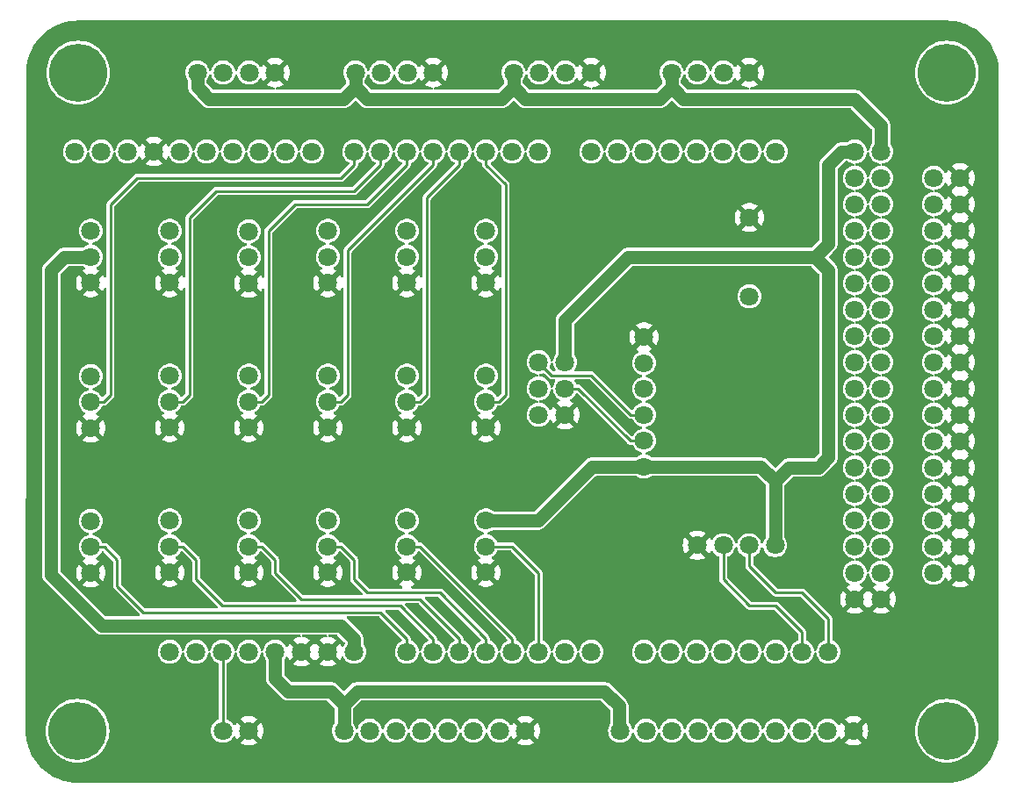
<source format=gbr>
%TF.GenerationSoftware,KiCad,Pcbnew,8.0.5*%
%TF.CreationDate,2025-08-09T00:58:03+07:00*%
%TF.ProjectId,arduino_dummy_shield,61726475-696e-46f5-9f64-756d6d795f73,rev?*%
%TF.SameCoordinates,Original*%
%TF.FileFunction,Copper,L2,Bot*%
%TF.FilePolarity,Positive*%
%FSLAX46Y46*%
G04 Gerber Fmt 4.6, Leading zero omitted, Abs format (unit mm)*
G04 Created by KiCad (PCBNEW 8.0.5) date 2025-08-09 00:58:03*
%MOMM*%
%LPD*%
G01*
G04 APERTURE LIST*
%TA.AperFunction,ComponentPad*%
%ADD10C,1.800000*%
%TD*%
%TA.AperFunction,ComponentPad*%
%ADD11C,5.600000*%
%TD*%
%TA.AperFunction,Conductor*%
%ADD12C,0.400000*%
%TD*%
%TA.AperFunction,Conductor*%
%ADD13C,1.270000*%
%TD*%
%TA.AperFunction,Conductor*%
%ADD14C,0.254000*%
%TD*%
%TA.AperFunction,Conductor*%
%ADD15C,0.250000*%
%TD*%
G04 APERTURE END LIST*
D10*
%TO.P,J28,1,Pin_1*%
%TO.N,GND*%
X162230000Y-105080000D03*
%TO.P,J28,2,Pin_2*%
%TO.N,/A5*%
X159730000Y-105080000D03*
%TO.P,J28,3,Pin_3*%
%TO.N,/A4*%
X157230000Y-105080000D03*
%TO.P,J28,4,Pin_4*%
%TO.N,/A3*%
X154730000Y-105080000D03*
%TO.P,J28,5,Pin_5*%
%TO.N,/A2*%
X152230000Y-105080000D03*
%TO.P,J28,6,Pin_6*%
%TO.N,/A1*%
X149730000Y-105080000D03*
%TO.P,J28,7,Pin_7*%
%TO.N,/A0*%
X147230000Y-105080000D03*
%TO.P,J28,8,Pin_8*%
%TO.N,+5V*%
X144730000Y-105080000D03*
%TD*%
%TO.P,J23,1,Pin_1*%
%TO.N,+5V*%
X127940000Y-84800000D03*
%TO.P,J23,2,Pin_2*%
%TO.N,/A1*%
X127940000Y-87300000D03*
%TO.P,J23,3,Pin_3*%
%TO.N,GND*%
X127940000Y-89800000D03*
%TD*%
%TO.P,J11,1,Pin_1*%
%TO.N,/30*%
X150800000Y-70830000D03*
%TO.P,J11,2,Pin_2*%
%TO.N,/\u002A3*%
X150800000Y-73330000D03*
%TO.P,J11,3,Pin_3*%
%TO.N,GND*%
X150800000Y-75830000D03*
%TD*%
%TO.P,J17,1,Pin_1*%
%TO.N,/\u002A9*%
X150800000Y-56860000D03*
%TO.P,J17,2,Pin_2*%
%TO.N,VIN*%
X150800000Y-59360000D03*
%TO.P,J17,3,Pin_3*%
%TO.N,GND*%
X150800000Y-61860000D03*
%TD*%
%TO.P,J21,1,Pin_1*%
%TO.N,/\u002A13*%
X120320000Y-56860000D03*
%TO.P,J21,2,Pin_2*%
%TO.N,VIN*%
X120320000Y-59360000D03*
%TO.P,J21,3,Pin_3*%
%TO.N,GND*%
X120320000Y-61860000D03*
%TD*%
%TO.P,J15,1,Pin_1*%
%TO.N,/22*%
X120320000Y-70870000D03*
%TO.P,J15,2,Pin_2*%
%TO.N,/\u002A7*%
X120320000Y-73370000D03*
%TO.P,J15,3,Pin_3*%
%TO.N,GND*%
X120320000Y-75870000D03*
%TD*%
%TO.P,J25,1,Pin_1*%
%TO.N,+5V*%
X143180000Y-84800000D03*
%TO.P,J25,2,Pin_2*%
%TO.N,/A3*%
X143180000Y-87300000D03*
%TO.P,J25,3,Pin_3*%
%TO.N,GND*%
X143180000Y-89800000D03*
%TD*%
D11*
%TO.P,H3,*%
%TO.N,*%
X119100000Y-41580000D03*
%TD*%
D10*
%TO.P,J26,1,Pin_1*%
%TO.N,+5V*%
X150800000Y-84800000D03*
%TO.P,J26,2,Pin_2*%
%TO.N,/A4*%
X150800000Y-87300000D03*
%TO.P,J26,3,Pin_3*%
%TO.N,GND*%
X150800000Y-89800000D03*
%TD*%
%TO.P,J20,1,Pin_1*%
%TO.N,/\u002A12*%
X127940000Y-56860000D03*
%TO.P,J20,2,Pin_2*%
%TO.N,VIN*%
X127940000Y-59360000D03*
%TO.P,J20,3,Pin_3*%
%TO.N,GND*%
X127940000Y-61860000D03*
%TD*%
%TO.P,J19,1,Pin_1*%
%TO.N,/\u002A11*%
X135560000Y-56900000D03*
%TO.P,J19,2,Pin_2*%
%TO.N,VIN*%
X135560000Y-59400000D03*
%TO.P,J19,3,Pin_3*%
%TO.N,GND*%
X135560000Y-61900000D03*
%TD*%
%TO.P,J30,1,Pin_1*%
%TO.N,+5V*%
X186300000Y-87190000D03*
%TO.P,J30,2,Pin_2*%
%TO.N,/A15*%
X183800000Y-87190000D03*
%TO.P,J30,3,Pin_3*%
%TO.N,/A14*%
X181300000Y-87190000D03*
%TO.P,J30,4,Pin_4*%
%TO.N,GND*%
X178800000Y-87190000D03*
%TD*%
%TO.P,J32,1,Pin_1*%
%TO.N,+5V*%
X130600000Y-41580000D03*
%TO.P,J32,2,Pin_2*%
%TO.N,/SCL{slash}21*%
X133100000Y-41580000D03*
%TO.P,J32,3,Pin_3*%
%TO.N,/SDA{slash}20*%
X135600000Y-41580000D03*
%TO.P,J32,4,Pin_4*%
%TO.N,GND*%
X138100000Y-41580000D03*
%TD*%
%TO.P,J24,1,Pin_1*%
%TO.N,+5V*%
X135560000Y-84800000D03*
%TO.P,J24,2,Pin_2*%
%TO.N,/A2*%
X135560000Y-87300000D03*
%TO.P,J24,3,Pin_3*%
%TO.N,GND*%
X135560000Y-89800000D03*
%TD*%
D11*
%TO.P,H3,*%
%TO.N,*%
X119060000Y-105080000D03*
%TD*%
D10*
%TO.P,J13,1,Pin_1*%
%TO.N,/26*%
X135560000Y-70830000D03*
%TO.P,J13,2,Pin_2*%
%TO.N,/\u002A5*%
X135560000Y-73330000D03*
%TO.P,J13,3,Pin_3*%
%TO.N,GND*%
X135560000Y-75830000D03*
%TD*%
%TO.P,J9,1,Pin_1*%
%TO.N,GND*%
X135560000Y-105080000D03*
%TO.P,J9,2,Pin_2*%
%TO.N,/~{RESET}*%
X133060000Y-105080000D03*
%TD*%
%TO.P,J10,1,Pin_1*%
%TO.N,/32*%
X158420000Y-70830000D03*
%TO.P,J10,2,Pin_2*%
%TO.N,/\u002A2*%
X158420000Y-73330000D03*
%TO.P,J10,3,Pin_3*%
%TO.N,GND*%
X158420000Y-75830000D03*
%TD*%
%TO.P,J16,1,Pin_1*%
%TO.N,/\u002A8*%
X158420000Y-56860000D03*
%TO.P,J16,2,Pin_2*%
%TO.N,VIN*%
X158420000Y-59360000D03*
%TO.P,J16,3,Pin_3*%
%TO.N,GND*%
X158420000Y-61860000D03*
%TD*%
D11*
%TO.P,H3,*%
%TO.N,*%
X202870000Y-105080000D03*
%TD*%
D10*
%TO.P,BZ1,1,+*%
%TO.N,/34*%
X183820000Y-63170000D03*
%TO.P,BZ1,2,-*%
%TO.N,GND*%
X183820000Y-55570000D03*
%TD*%
%TO.P,J35,1,Pin_1*%
%TO.N,+5V*%
X145840000Y-41580000D03*
%TO.P,J35,2,Pin_2*%
%TO.N,/TX3{slash}14*%
X148340000Y-41580000D03*
%TO.P,J35,3,Pin_3*%
%TO.N,/RX3{slash}15*%
X150840000Y-41580000D03*
%TO.P,J35,4,Pin_4*%
%TO.N,GND*%
X153340000Y-41580000D03*
%TD*%
D11*
%TO.P,H3,*%
%TO.N,*%
X202870000Y-41580000D03*
%TD*%
D10*
%TO.P,J18,1,Pin_1*%
%TO.N,/\u002A10*%
X143180000Y-56860000D03*
%TO.P,J18,2,Pin_2*%
%TO.N,VIN*%
X143180000Y-59360000D03*
%TO.P,J18,3,Pin_3*%
%TO.N,GND*%
X143180000Y-61860000D03*
%TD*%
%TO.P,J34,1,Pin_1*%
%TO.N,+5V*%
X161080000Y-41580000D03*
%TO.P,J34,2,Pin_2*%
%TO.N,/TX2{slash}16*%
X163580000Y-41580000D03*
%TO.P,J34,3,Pin_3*%
%TO.N,/RX2{slash}17*%
X166080000Y-41580000D03*
%TO.P,J34,4,Pin_4*%
%TO.N,GND*%
X168580000Y-41580000D03*
%TD*%
%TO.P,J36,1,Pin_1*%
%TO.N,GND*%
X204140000Y-89840000D03*
%TO.P,J36,2,Pin_2*%
%TO.N,/53*%
X201600000Y-89840000D03*
%TO.P,J36,3,Pin_3*%
%TO.N,GND*%
X204140000Y-87300000D03*
%TO.P,J36,4,Pin_4*%
%TO.N,/51*%
X201600000Y-87300000D03*
%TO.P,J36,5,Pin_5*%
%TO.N,GND*%
X204140000Y-84760000D03*
%TO.P,J36,6,Pin_6*%
%TO.N,/49*%
X201600000Y-84760000D03*
%TO.P,J36,7,Pin_7*%
%TO.N,GND*%
X204140000Y-82220000D03*
%TO.P,J36,8,Pin_8*%
%TO.N,/47*%
X201600000Y-82220000D03*
%TO.P,J36,9,Pin_9*%
%TO.N,GND*%
X204140000Y-79680000D03*
%TO.P,J36,10,Pin_10*%
%TO.N,/\u002A45*%
X201600000Y-79680000D03*
%TO.P,J36,11,Pin_11*%
%TO.N,GND*%
X204140000Y-77140000D03*
%TO.P,J36,12,Pin_12*%
%TO.N,/43*%
X201600000Y-77140000D03*
%TO.P,J36,13,Pin_13*%
%TO.N,GND*%
X204140000Y-74600000D03*
%TO.P,J36,14,Pin_14*%
%TO.N,/41*%
X201600000Y-74600000D03*
%TO.P,J36,15,Pin_15*%
%TO.N,GND*%
X204140000Y-72060000D03*
%TO.P,J36,16,Pin_16*%
%TO.N,/39*%
X201600000Y-72060000D03*
%TO.P,J36,17,Pin_17*%
%TO.N,GND*%
X204140000Y-69520000D03*
%TO.P,J36,18,Pin_18*%
%TO.N,/37*%
X201600000Y-69520000D03*
%TO.P,J36,19,Pin_19*%
%TO.N,GND*%
X204140000Y-66980000D03*
%TO.P,J36,20,Pin_20*%
%TO.N,/35*%
X201600000Y-66980000D03*
%TO.P,J36,21,Pin_21*%
%TO.N,GND*%
X204140000Y-64440000D03*
%TO.P,J36,22,Pin_22*%
%TO.N,/33*%
X201600000Y-64440000D03*
%TO.P,J36,23,Pin_23*%
%TO.N,GND*%
X204140000Y-61900000D03*
%TO.P,J36,24,Pin_24*%
%TO.N,/31*%
X201600000Y-61900000D03*
%TO.P,J36,25,Pin_25*%
%TO.N,GND*%
X204140000Y-59360000D03*
%TO.P,J36,26,Pin_26*%
%TO.N,/29*%
X201600000Y-59360000D03*
%TO.P,J36,27,Pin_27*%
%TO.N,GND*%
X204140000Y-56820000D03*
%TO.P,J36,28,Pin_28*%
%TO.N,/27*%
X201600000Y-56820000D03*
%TO.P,J36,29,Pin_29*%
%TO.N,GND*%
X204140000Y-54280000D03*
%TO.P,J36,30,Pin_30*%
%TO.N,/25*%
X201600000Y-54280000D03*
%TO.P,J36,31,Pin_31*%
%TO.N,GND*%
X204140000Y-51740000D03*
%TO.P,J36,32,Pin_32*%
%TO.N,/23*%
X201600000Y-51740000D03*
%TD*%
%TO.P,J22,1,Pin_1*%
%TO.N,+5V*%
X120320000Y-84840000D03*
%TO.P,J22,2,Pin_2*%
%TO.N,/A0*%
X120320000Y-87340000D03*
%TO.P,J22,3,Pin_3*%
%TO.N,GND*%
X120320000Y-89840000D03*
%TD*%
%TO.P,J31,1,Pin_1*%
%TO.N,GND*%
X173660000Y-67100000D03*
%TO.P,J31,2,Pin_2*%
%TO.N,/42*%
X173660000Y-69600000D03*
%TO.P,J31,3,Pin_3*%
%TO.N,/CLK*%
X173660000Y-72100000D03*
%TO.P,J31,4,Pin_4*%
%TO.N,/MISO*%
X173660000Y-74600000D03*
%TO.P,J31,5,Pin_5*%
%TO.N,/MOSI*%
X173660000Y-77100000D03*
%TO.P,J31,6,Pin_6*%
%TO.N,+5V*%
X173660000Y-79600000D03*
%TD*%
%TO.P,J29,1,Pin_1*%
%TO.N,GND*%
X193860000Y-105080000D03*
%TO.P,J29,2,Pin_2*%
%TO.N,/A15*%
X191360000Y-105080000D03*
%TO.P,J29,3,Pin_3*%
%TO.N,/A14*%
X188860000Y-105080000D03*
%TO.P,J29,4,Pin_4*%
%TO.N,/A13*%
X186360000Y-105080000D03*
%TO.P,J29,5,Pin_5*%
%TO.N,/A12*%
X183860000Y-105080000D03*
%TO.P,J29,6,Pin_6*%
%TO.N,/A11*%
X181360000Y-105080000D03*
%TO.P,J29,7,Pin_7*%
%TO.N,/A10*%
X178860000Y-105080000D03*
%TO.P,J29,8,Pin_8*%
%TO.N,/A9*%
X176360000Y-105080000D03*
%TO.P,J29,9,Pin_9*%
%TO.N,/A8*%
X173860000Y-105080000D03*
%TO.P,J29,10,Pin_10*%
%TO.N,+5V*%
X171360000Y-105080000D03*
%TD*%
%TO.P,J33,1,Pin_1*%
%TO.N,+5V*%
X176320000Y-41580000D03*
%TO.P,J33,2,Pin_2*%
%TO.N,/TX1{slash}18*%
X178820000Y-41580000D03*
%TO.P,J33,3,Pin_3*%
%TO.N,/RX1{slash}19*%
X181320000Y-41580000D03*
%TO.P,J33,4,Pin_4*%
%TO.N,GND*%
X183820000Y-41580000D03*
%TD*%
%TO.P,J27,1,Pin_1*%
%TO.N,+5V*%
X158420000Y-84800000D03*
%TO.P,J27,2,Pin_2*%
%TO.N,/A5*%
X158420000Y-87300000D03*
%TO.P,J27,3,Pin_3*%
%TO.N,GND*%
X158420000Y-89800000D03*
%TD*%
%TO.P,J14,1,Pin_1*%
%TO.N,/24*%
X127940000Y-70830000D03*
%TO.P,J14,2,Pin_2*%
%TO.N,/\u002A6*%
X127940000Y-73330000D03*
%TO.P,J14,3,Pin_3*%
%TO.N,GND*%
X127940000Y-75830000D03*
%TD*%
%TO.P,J12,1,Pin_1*%
%TO.N,/28*%
X143180000Y-70830000D03*
%TO.P,J12,2,Pin_2*%
%TO.N,/\u002A4*%
X143180000Y-73330000D03*
%TO.P,J12,3,Pin_3*%
%TO.N,GND*%
X143180000Y-75830000D03*
%TD*%
%TO.P,J4,1,Pin_1*%
%TO.N,/\u002A7*%
X145720000Y-49200000D03*
%TO.P,J4,2,Pin_2*%
%TO.N,/\u002A6*%
X148260000Y-49200000D03*
%TO.P,J4,3,Pin_3*%
%TO.N,/\u002A5*%
X150800000Y-49200000D03*
%TO.P,J4,4,Pin_4*%
%TO.N,/\u002A4*%
X153340000Y-49200000D03*
%TO.P,J4,5,Pin_5*%
%TO.N,/\u002A3*%
X155880000Y-49200000D03*
%TO.P,J4,6,Pin_6*%
%TO.N,/\u002A2*%
X158420000Y-49200000D03*
%TO.P,J4,7,Pin_7*%
%TO.N,/TX0{slash}1*%
X160960000Y-49200000D03*
%TO.P,J4,8,Pin_8*%
%TO.N,/RX0{slash}0*%
X163500000Y-49200000D03*
%TD*%
%TO.P,J5,1,Pin_1*%
%TO.N,/A8*%
X173660000Y-97460000D03*
%TO.P,J5,2,Pin_2*%
%TO.N,/A9*%
X176200000Y-97460000D03*
%TO.P,J5,3,Pin_3*%
%TO.N,/A10*%
X178740000Y-97460000D03*
%TO.P,J5,4,Pin_4*%
%TO.N,/A11*%
X181280000Y-97460000D03*
%TO.P,J5,5,Pin_5*%
%TO.N,/A12*%
X183820000Y-97460000D03*
%TO.P,J5,6,Pin_6*%
%TO.N,/A13*%
X186360000Y-97460000D03*
%TO.P,J5,7,Pin_7*%
%TO.N,/A14*%
X188900000Y-97460000D03*
%TO.P,J5,8,Pin_8*%
%TO.N,/A15*%
X191440000Y-97460000D03*
%TD*%
%TO.P,J1,1,Pin_1*%
%TO.N,unconnected-(J1-Pin_1-Pad1)*%
X127940000Y-97460000D03*
%TO.P,J1,2,Pin_2*%
%TO.N,/IOREF*%
X130480000Y-97460000D03*
%TO.P,J1,3,Pin_3*%
%TO.N,/~{RESET}*%
X133020000Y-97460000D03*
%TO.P,J1,4,Pin_4*%
%TO.N,+3V3*%
X135560000Y-97460000D03*
%TO.P,J1,5,Pin_5*%
%TO.N,+5V*%
X138100000Y-97460000D03*
%TO.P,J1,6,Pin_6*%
%TO.N,GND*%
X140640000Y-97460000D03*
%TO.P,J1,7,Pin_7*%
X143180000Y-97460000D03*
%TO.P,J1,8,Pin_8*%
%TO.N,VIN*%
X145720000Y-97460000D03*
%TD*%
%TO.P,J3,1,Pin_1*%
%TO.N,/A0*%
X150800000Y-97460000D03*
%TO.P,J3,2,Pin_2*%
%TO.N,/A1*%
X153340000Y-97460000D03*
%TO.P,J3,3,Pin_3*%
%TO.N,/A2*%
X155880000Y-97460000D03*
%TO.P,J3,4,Pin_4*%
%TO.N,/A3*%
X158420000Y-97460000D03*
%TO.P,J3,5,Pin_5*%
%TO.N,/A4*%
X160960000Y-97460000D03*
%TO.P,J3,6,Pin_6*%
%TO.N,/A5*%
X163500000Y-97460000D03*
%TO.P,J3,7,Pin_7*%
%TO.N,/A6*%
X166040000Y-97460000D03*
%TO.P,J3,8,Pin_8*%
%TO.N,/A7*%
X168580000Y-97460000D03*
%TD*%
%TO.P,J2,1,Pin_1*%
%TO.N,/SCL{slash}21*%
X118796000Y-49200000D03*
%TO.P,J2,2,Pin_2*%
%TO.N,/SDA{slash}20*%
X121336000Y-49200000D03*
%TO.P,J2,3,Pin_3*%
%TO.N,/AREF*%
X123876000Y-49200000D03*
%TO.P,J2,4,Pin_4*%
%TO.N,GND*%
X126416000Y-49200000D03*
%TO.P,J2,5,Pin_5*%
%TO.N,/\u002A13*%
X128956000Y-49200000D03*
%TO.P,J2,6,Pin_6*%
%TO.N,/\u002A12*%
X131496000Y-49200000D03*
%TO.P,J2,7,Pin_7*%
%TO.N,/\u002A11*%
X134036000Y-49200000D03*
%TO.P,J2,8,Pin_8*%
%TO.N,/\u002A10*%
X136576000Y-49200000D03*
%TO.P,J2,9,Pin_9*%
%TO.N,/\u002A9*%
X139116000Y-49200000D03*
%TO.P,J2,10,Pin_10*%
%TO.N,/\u002A8*%
X141656000Y-49200000D03*
%TD*%
%TO.P,J6,1,Pin_1*%
%TO.N,/TX3{slash}14*%
X168580000Y-49200000D03*
%TO.P,J6,2,Pin_2*%
%TO.N,/RX3{slash}15*%
X171120000Y-49200000D03*
%TO.P,J6,3,Pin_3*%
%TO.N,/TX2{slash}16*%
X173660000Y-49200000D03*
%TO.P,J6,4,Pin_4*%
%TO.N,/RX2{slash}17*%
X176200000Y-49200000D03*
%TO.P,J6,5,Pin_5*%
%TO.N,/TX1{slash}18*%
X178740000Y-49200000D03*
%TO.P,J6,6,Pin_6*%
%TO.N,/RX1{slash}19*%
X181280000Y-49200000D03*
%TO.P,J6,7,Pin_7*%
%TO.N,/SDA{slash}20*%
X183820000Y-49200000D03*
%TO.P,J6,8,Pin_8*%
%TO.N,/SCL{slash}21*%
X186360000Y-49200000D03*
%TD*%
%TO.P,J7,1,Pin_1*%
%TO.N,GND*%
X193980000Y-92380000D03*
%TO.P,J7,2,Pin_2*%
X196520000Y-92380000D03*
%TO.P,J7,3,Pin_3*%
%TO.N,/\u002A52*%
X193980000Y-89840000D03*
%TO.P,J7,4,Pin_4*%
%TO.N,/53*%
X196520000Y-89840000D03*
%TO.P,J7,5,Pin_5*%
%TO.N,/50*%
X193980000Y-87300000D03*
%TO.P,J7,6,Pin_6*%
%TO.N,/51*%
X196520000Y-87300000D03*
%TO.P,J7,7,Pin_7*%
%TO.N,/48*%
X193980000Y-84760000D03*
%TO.P,J7,8,Pin_8*%
%TO.N,/49*%
X196520000Y-84760000D03*
%TO.P,J7,9,Pin_9*%
%TO.N,/\u002A46*%
X193980000Y-82220000D03*
%TO.P,J7,10,Pin_10*%
%TO.N,/47*%
X196520000Y-82220000D03*
%TO.P,J7,11,Pin_11*%
%TO.N,/\u002A44*%
X193980000Y-79680000D03*
%TO.P,J7,12,Pin_12*%
%TO.N,/\u002A45*%
X196520000Y-79680000D03*
%TO.P,J7,13,Pin_13*%
%TO.N,/42*%
X193980000Y-77140000D03*
%TO.P,J7,14,Pin_14*%
%TO.N,/43*%
X196520000Y-77140000D03*
%TO.P,J7,15,Pin_15*%
%TO.N,/40*%
X193980000Y-74600000D03*
%TO.P,J7,16,Pin_16*%
%TO.N,/41*%
X196520000Y-74600000D03*
%TO.P,J7,17,Pin_17*%
%TO.N,/38*%
X193980000Y-72060000D03*
%TO.P,J7,18,Pin_18*%
%TO.N,/39*%
X196520000Y-72060000D03*
%TO.P,J7,19,Pin_19*%
%TO.N,/36*%
X193980000Y-69520000D03*
%TO.P,J7,20,Pin_20*%
%TO.N,/37*%
X196520000Y-69520000D03*
%TO.P,J7,21,Pin_21*%
%TO.N,/34*%
X193980000Y-66980000D03*
%TO.P,J7,22,Pin_22*%
%TO.N,/35*%
X196520000Y-66980000D03*
%TO.P,J7,23,Pin_23*%
%TO.N,/32*%
X193980000Y-64440000D03*
%TO.P,J7,24,Pin_24*%
%TO.N,/33*%
X196520000Y-64440000D03*
%TO.P,J7,25,Pin_25*%
%TO.N,/30*%
X193980000Y-61900000D03*
%TO.P,J7,26,Pin_26*%
%TO.N,/31*%
X196520000Y-61900000D03*
%TO.P,J7,27,Pin_27*%
%TO.N,/28*%
X193980000Y-59360000D03*
%TO.P,J7,28,Pin_28*%
%TO.N,/29*%
X196520000Y-59360000D03*
%TO.P,J7,29,Pin_29*%
%TO.N,/26*%
X193980000Y-56820000D03*
%TO.P,J7,30,Pin_30*%
%TO.N,/27*%
X196520000Y-56820000D03*
%TO.P,J7,31,Pin_31*%
%TO.N,/24*%
X193980000Y-54280000D03*
%TO.P,J7,32,Pin_32*%
%TO.N,/25*%
X196520000Y-54280000D03*
%TO.P,J7,33,Pin_33*%
%TO.N,/22*%
X193980000Y-51740000D03*
%TO.P,J7,34,Pin_34*%
%TO.N,/23*%
X196520000Y-51740000D03*
%TO.P,J7,35,Pin_35*%
%TO.N,+5V*%
X193980000Y-49200000D03*
%TO.P,J7,36,Pin_36*%
X196520000Y-49200000D03*
%TD*%
%TO.P,J8,1,Pin_1*%
%TO.N,+5V*%
X166040000Y-69520000D03*
%TO.P,J8,2,Pin_2*%
%TO.N,/MISO*%
X163500000Y-69520000D03*
%TO.P,J8,3,Pin_3*%
%TO.N,/MOSI*%
X166040000Y-72060000D03*
%TO.P,J8,4,Pin_4*%
%TO.N,/CLK*%
X163500000Y-72060000D03*
%TO.P,J8,5,Pin_5*%
%TO.N,GND*%
X166040000Y-74600000D03*
%TO.P,J8,6,Pin_6*%
%TO.N,unconnected-(J8-Pin_6-Pad6)*%
X163500000Y-74600000D03*
%TD*%
D12*
%TO.N,GND*%
X153300000Y-41580000D02*
X153340000Y-41580000D01*
D13*
%TO.N,+5V*%
X166040000Y-65456000D02*
X166040000Y-69520000D01*
X186320000Y-80990000D02*
X186320000Y-87170000D01*
X177470000Y-44120000D02*
X193980000Y-44120000D01*
X146000000Y-101270000D02*
X144730000Y-102540000D01*
X191440000Y-50470000D02*
X191440000Y-57836000D01*
X131750000Y-44120000D02*
X144690000Y-44120000D01*
X144690000Y-44120000D02*
X145840000Y-42970000D01*
X168660000Y-79600000D02*
X173660000Y-79600000D01*
X163460000Y-84800000D02*
X168660000Y-79600000D01*
X139370000Y-101270000D02*
X138100000Y-100000000D01*
X144730000Y-102540000D02*
X144730000Y-105080000D01*
X171280000Y-102700000D02*
X169850000Y-101270000D01*
X162230000Y-44120000D02*
X161080000Y-42970000D01*
X158420000Y-84800000D02*
X158460000Y-84760000D01*
X172136000Y-59360000D02*
X166040000Y-65456000D01*
X186320000Y-87170000D02*
X186300000Y-87190000D01*
X145840000Y-42970000D02*
X145840000Y-41580000D01*
X186320000Y-80990000D02*
X184930000Y-79600000D01*
X130600000Y-41580000D02*
X130600000Y-42970000D01*
X176320000Y-42970000D02*
X177470000Y-44120000D01*
X192710000Y-49200000D02*
X191440000Y-50470000D01*
X196520000Y-46660000D02*
X196520000Y-49200000D01*
X176320000Y-42970000D02*
X175170000Y-44120000D01*
X187630000Y-79680000D02*
X186320000Y-80990000D01*
X143460000Y-101270000D02*
X144730000Y-102540000D01*
X138100000Y-100000000D02*
X138100000Y-97460000D01*
X146990000Y-44120000D02*
X145840000Y-42970000D01*
X139370000Y-101270000D02*
X143460000Y-101270000D01*
X161080000Y-42970000D02*
X159930000Y-44120000D01*
X190170000Y-59360000D02*
X191440000Y-58090000D01*
X191440000Y-60630000D02*
X190170000Y-59360000D01*
X158420000Y-84800000D02*
X163460000Y-84800000D01*
X184930000Y-79600000D02*
X173660000Y-79600000D01*
X191440000Y-58090000D02*
X191440000Y-57836000D01*
X190487500Y-79680000D02*
X187630000Y-79680000D01*
X161080000Y-42970000D02*
X161080000Y-41580000D01*
X191440000Y-78727500D02*
X191440000Y-60630000D01*
X130600000Y-42970000D02*
X131750000Y-44120000D01*
X169850000Y-101270000D02*
X146000000Y-101270000D01*
X176320000Y-41580000D02*
X176320000Y-42970000D01*
X159930000Y-44120000D02*
X146990000Y-44120000D01*
X190170000Y-59360000D02*
X172136000Y-59360000D01*
X193980000Y-44120000D02*
X196520000Y-46660000D01*
X175170000Y-44120000D02*
X162230000Y-44120000D01*
X171280000Y-105080000D02*
X171280000Y-102700000D01*
X193980000Y-49200000D02*
X192710000Y-49200000D01*
X191440000Y-78727500D02*
X190487500Y-79680000D01*
D14*
%TO.N,/A0*%
X150800000Y-96190000D02*
X148260000Y-93650000D01*
X122860000Y-91110000D02*
X122860000Y-88570000D01*
X148260000Y-93650000D02*
X125400000Y-93650000D01*
X150800000Y-97460000D02*
X150800000Y-96190000D01*
X125400000Y-93650000D02*
X122860000Y-91110000D01*
X122860000Y-88570000D02*
X121630000Y-87340000D01*
X121630000Y-87340000D02*
X120320000Y-87340000D01*
%TO.N,/A1*%
X130480000Y-90475000D02*
X133020000Y-93015000D01*
X150165000Y-93015000D02*
X153340000Y-96190000D01*
X127940000Y-87300000D02*
X129210000Y-87300000D01*
X129210000Y-87300000D02*
X130480000Y-88570000D01*
D15*
X127400000Y-87425000D02*
X127525000Y-87300000D01*
D14*
X133020000Y-93015000D02*
X150165000Y-93015000D01*
X130480000Y-88570000D02*
X130480000Y-90475000D01*
X153340000Y-96190000D02*
X153340000Y-97460000D01*
%TO.N,/A2*%
X136830000Y-87300000D02*
X138100000Y-88570000D01*
X140640000Y-92380000D02*
X152070000Y-92380000D01*
X138100000Y-88570000D02*
X138100000Y-89840000D01*
X135560000Y-87300000D02*
X136830000Y-87300000D01*
X155880000Y-96190000D02*
X155880000Y-97460000D01*
X152070000Y-92380000D02*
X155880000Y-96190000D01*
X138100000Y-89840000D02*
X140640000Y-92380000D01*
%TO.N,/A3*%
X144450000Y-87300000D02*
X145720000Y-88570000D01*
X153975000Y-91745000D02*
X158420000Y-96190000D01*
X143180000Y-87300000D02*
X144450000Y-87300000D01*
X145720000Y-88570000D02*
X145720000Y-90475000D01*
X145720000Y-90475000D02*
X146990000Y-91745000D01*
X158420000Y-96190000D02*
X158420000Y-97460000D01*
X146990000Y-91745000D02*
X153975000Y-91745000D01*
%TO.N,/A4*%
X152070000Y-87300000D02*
X160960000Y-96190000D01*
X160960000Y-96190000D02*
X160960000Y-97460000D01*
X160960000Y-97360000D02*
X160960000Y-97460000D01*
X150800000Y-87300000D02*
X152070000Y-87300000D01*
%TO.N,/A5*%
X160960000Y-87300000D02*
X163500000Y-89840000D01*
X158420000Y-87300000D02*
X160960000Y-87300000D01*
X163500000Y-97460000D02*
X163260000Y-97460000D01*
X163500000Y-89840000D02*
X163500000Y-97460000D01*
%TO.N,/A14*%
X188900000Y-97460000D02*
X188900000Y-95555000D01*
X188900000Y-95555000D02*
X186360000Y-93015000D01*
X181300000Y-90495000D02*
X181300000Y-87190000D01*
X186360000Y-93015000D02*
X183820000Y-93015000D01*
X183820000Y-93015000D02*
X181300000Y-90495000D01*
%TO.N,/A15*%
X188900000Y-91745000D02*
X191440000Y-94285000D01*
X183800000Y-87190000D02*
X183800000Y-89185000D01*
X191440000Y-94285000D02*
X191440000Y-97460000D01*
X186360000Y-91745000D02*
X188900000Y-91745000D01*
X183800000Y-89185000D02*
X186360000Y-91745000D01*
%TO.N,/\u002A7*%
X145720000Y-49200000D02*
X145720000Y-50470000D01*
X122225000Y-54280000D02*
X122225000Y-72695000D01*
X122225000Y-72695000D02*
X121590000Y-73330000D01*
X124765000Y-51740000D02*
X122225000Y-54280000D01*
X121590000Y-73330000D02*
X120320000Y-73330000D01*
X145720000Y-50470000D02*
X144450000Y-51740000D01*
X144450000Y-51740000D02*
X124765000Y-51740000D01*
%TO.N,/\u002A6*%
X148260000Y-50470000D02*
X145720000Y-53010000D01*
X145720000Y-53010000D02*
X132385000Y-53010000D01*
X129845000Y-72695000D02*
X129210000Y-73330000D01*
X129210000Y-73330000D02*
X127940000Y-73330000D01*
X129845000Y-55550000D02*
X129845000Y-72695000D01*
X148260000Y-49200000D02*
X148260000Y-50470000D01*
X132385000Y-53010000D02*
X129845000Y-55550000D01*
%TO.N,/\u002A5*%
X136830000Y-73330000D02*
X135560000Y-73330000D01*
X140005000Y-54280000D02*
X137465000Y-56820000D01*
X150800000Y-49200000D02*
X150800000Y-50470000D01*
X146990000Y-54280000D02*
X140005000Y-54280000D01*
X150800000Y-50470000D02*
X146990000Y-54280000D01*
X137465000Y-56820000D02*
X137465000Y-72695000D01*
X137465000Y-72695000D02*
X136830000Y-73330000D01*
%TO.N,/\u002A4*%
X145085000Y-72695000D02*
X144450000Y-73330000D01*
X144450000Y-73330000D02*
X143180000Y-73330000D01*
X153340000Y-49200000D02*
X153340000Y-50470000D01*
X145085000Y-58725000D02*
X145085000Y-72695000D01*
X153340000Y-50470000D02*
X145085000Y-58725000D01*
%TO.N,/\u002A3*%
X152705000Y-53645000D02*
X155880000Y-50470000D01*
X152070000Y-73330000D02*
X152705000Y-72695000D01*
X152705000Y-72695000D02*
X152705000Y-53645000D01*
X150800000Y-73330000D02*
X152070000Y-73330000D01*
X155880000Y-50470000D02*
X155880000Y-49200000D01*
%TO.N,/\u002A2*%
X158420000Y-73330000D02*
X159690000Y-73330000D01*
X159690000Y-73330000D02*
X160325000Y-72695000D01*
X160325000Y-72695000D02*
X160325000Y-52375000D01*
X160325000Y-52375000D02*
X158420000Y-50470000D01*
X158420000Y-50470000D02*
X158420000Y-49200000D01*
D12*
%TO.N,/RX3{slash}15*%
X150800000Y-42235000D02*
X150800000Y-41580000D01*
D14*
%TO.N,/TX1{slash}18*%
X178820000Y-41580000D02*
X178740000Y-41660000D01*
%TO.N,/RX1{slash}19*%
X181280000Y-41620000D02*
X181320000Y-41580000D01*
X181280000Y-41660000D02*
X181200000Y-41580000D01*
D13*
%TO.N,VIN*%
X145720000Y-97460000D02*
X145720000Y-96190000D01*
X116510000Y-90005455D02*
X116510000Y-60630000D01*
X116510000Y-60630000D02*
X117780000Y-59360000D01*
X117780000Y-59360000D02*
X120320000Y-59360000D01*
X144450000Y-94920000D02*
X121424545Y-94920000D01*
X121424545Y-94920000D02*
X116510000Y-90005455D01*
X145720000Y-96190000D02*
X144450000Y-94920000D01*
D14*
%TO.N,/~{RESET}*%
X133060000Y-97500000D02*
X133020000Y-97460000D01*
X133060000Y-105080000D02*
X133060000Y-97500000D01*
%TO.N,/MISO*%
X168580000Y-70790000D02*
X164770000Y-70790000D01*
X164770000Y-70790000D02*
X163500000Y-69520000D01*
X172390000Y-74600000D02*
X168580000Y-70790000D01*
X173660000Y-74600000D02*
X172390000Y-74600000D01*
%TO.N,/MOSI*%
X167310000Y-72060000D02*
X166040000Y-72060000D01*
X172350000Y-77100000D02*
X167310000Y-72060000D01*
X173660000Y-77100000D02*
X172350000Y-77100000D01*
%TD*%
%TA.AperFunction,Conductor*%
%TO.N,GND*%
G36*
X152010185Y-87782605D02*
G01*
X152027638Y-87797161D01*
X160460030Y-96229552D01*
X160494056Y-96291864D01*
X160488991Y-96362679D01*
X160446444Y-96419515D01*
X160437266Y-96425774D01*
X160261276Y-96534742D01*
X160103155Y-96678889D01*
X159974221Y-96849626D01*
X159878849Y-97041160D01*
X159878847Y-97041165D01*
X159820295Y-97246955D01*
X159815462Y-97299113D01*
X159789260Y-97365098D01*
X159731544Y-97406441D01*
X159660637Y-97410018D01*
X159599053Y-97374692D01*
X159566344Y-97311679D01*
X159564538Y-97299113D01*
X159559704Y-97246955D01*
X159559704Y-97246952D01*
X159501151Y-97041160D01*
X159405781Y-96849630D01*
X159405778Y-96849626D01*
X159276844Y-96678889D01*
X159256131Y-96660007D01*
X159118722Y-96534742D01*
X159118721Y-96534741D01*
X159118720Y-96534740D01*
X158936819Y-96422111D01*
X158936803Y-96422104D01*
X158881983Y-96400866D01*
X158825688Y-96357606D01*
X158801718Y-96290779D01*
X158801500Y-96283375D01*
X158801500Y-96139776D01*
X158791482Y-96102389D01*
X158775501Y-96042746D01*
X158775499Y-96042743D01*
X158775499Y-96042741D01*
X158725278Y-95955756D01*
X158725270Y-95955746D01*
X158649858Y-95880334D01*
X158649835Y-95880313D01*
X154209254Y-91439730D01*
X154209250Y-91439727D01*
X154209247Y-91439724D01*
X154166901Y-91415276D01*
X154152018Y-91406683D01*
X154122258Y-91389501D01*
X154122255Y-91389500D01*
X154122254Y-91389499D01*
X154122252Y-91389498D01*
X154122251Y-91389498D01*
X154096253Y-91382532D01*
X154025225Y-91363500D01*
X154025223Y-91363500D01*
X151337075Y-91363500D01*
X151268954Y-91343498D01*
X151222461Y-91289842D01*
X151212357Y-91219568D01*
X151241851Y-91154988D01*
X151296163Y-91118327D01*
X151367523Y-91093829D01*
X151367525Y-91093827D01*
X151572741Y-90982771D01*
X151572750Y-90982765D01*
X151601318Y-90960529D01*
X151601319Y-90960528D01*
X150924948Y-90284157D01*
X150992993Y-90265925D01*
X151107007Y-90200099D01*
X151200099Y-90107007D01*
X151265925Y-89992993D01*
X151284157Y-89924948D01*
X151959200Y-90599991D01*
X151959202Y-90599991D01*
X152042544Y-90472427D01*
X152136273Y-90258747D01*
X152136275Y-90258743D01*
X152193555Y-90032549D01*
X152212825Y-89800000D01*
X152193555Y-89567450D01*
X152136275Y-89341256D01*
X152136273Y-89341252D01*
X152042544Y-89127572D01*
X151959201Y-89000007D01*
X151284157Y-89675051D01*
X151265925Y-89607007D01*
X151200099Y-89492993D01*
X151107007Y-89399901D01*
X150992993Y-89334075D01*
X150924947Y-89315841D01*
X151601318Y-88639470D01*
X151572740Y-88617227D01*
X151386657Y-88516525D01*
X151336266Y-88466512D01*
X151320914Y-88397195D01*
X151345474Y-88330582D01*
X151380292Y-88298586D01*
X151498722Y-88225258D01*
X151656841Y-88081114D01*
X151785781Y-87910370D01*
X151825754Y-87830092D01*
X151874020Y-87778030D01*
X151942774Y-87760327D01*
X152010185Y-87782605D01*
G37*
%TD.AperFunction*%
%TA.AperFunction,Conductor*%
G36*
X143064081Y-95829502D02*
G01*
X143110574Y-95883158D01*
X143120678Y-95953432D01*
X143091184Y-96018012D01*
X143031458Y-96056396D01*
X143016698Y-96059782D01*
X142833176Y-96090405D01*
X142833167Y-96090407D01*
X142612477Y-96166170D01*
X142612474Y-96166172D01*
X142407258Y-96277227D01*
X142378680Y-96299469D01*
X142378680Y-96299471D01*
X143055051Y-96975842D01*
X142987007Y-96994075D01*
X142872993Y-97059901D01*
X142779901Y-97152993D01*
X142714075Y-97267007D01*
X142695842Y-97335051D01*
X142020798Y-96660007D01*
X142020796Y-96660007D01*
X142015481Y-96668143D01*
X141961477Y-96714230D01*
X141891129Y-96723805D01*
X141826772Y-96693827D01*
X141804516Y-96668141D01*
X141799201Y-96660007D01*
X141124157Y-97335051D01*
X141105925Y-97267007D01*
X141040099Y-97152993D01*
X140947007Y-97059901D01*
X140832993Y-96994075D01*
X140764947Y-96975841D01*
X141441318Y-96299470D01*
X141412740Y-96277227D01*
X141207525Y-96166172D01*
X141207522Y-96166170D01*
X140986832Y-96090407D01*
X140986823Y-96090405D01*
X140803302Y-96059782D01*
X140739402Y-96028840D01*
X140702374Y-95968264D01*
X140703975Y-95897286D01*
X140743695Y-95838440D01*
X140808924Y-95810410D01*
X140824040Y-95809500D01*
X142995960Y-95809500D01*
X143064081Y-95829502D01*
G37*
%TD.AperFunction*%
%TA.AperFunction,Conductor*%
G36*
X144097488Y-95829502D02*
G01*
X144118462Y-95846405D01*
X144793595Y-96521538D01*
X144827621Y-96583850D01*
X144830500Y-96610633D01*
X144830500Y-96679902D01*
X144810498Y-96748023D01*
X144805050Y-96755834D01*
X144734220Y-96849628D01*
X144734217Y-96849632D01*
X144703005Y-96912315D01*
X144654736Y-96964379D01*
X144585982Y-96982081D01*
X144518571Y-96959801D01*
X144474828Y-96906766D01*
X144422544Y-96787572D01*
X144339201Y-96660007D01*
X143664157Y-97335051D01*
X143645925Y-97267007D01*
X143580099Y-97152993D01*
X143487007Y-97059901D01*
X143372993Y-96994075D01*
X143304947Y-96975841D01*
X143981318Y-96299470D01*
X143952740Y-96277227D01*
X143747525Y-96166172D01*
X143747522Y-96166170D01*
X143526832Y-96090407D01*
X143526823Y-96090405D01*
X143343302Y-96059782D01*
X143279402Y-96028840D01*
X143242374Y-95968264D01*
X143243975Y-95897286D01*
X143283695Y-95838440D01*
X143348924Y-95810410D01*
X143364040Y-95809500D01*
X144029367Y-95809500D01*
X144097488Y-95829502D01*
G37*
%TD.AperFunction*%
%TA.AperFunction,Conductor*%
G36*
X195340947Y-89925307D02*
G01*
X195373656Y-89988320D01*
X195375461Y-90000874D01*
X195380296Y-90053048D01*
X195391682Y-90093065D01*
X195438822Y-90258747D01*
X195438849Y-90258840D01*
X195534219Y-90450370D01*
X195534220Y-90450371D01*
X195534221Y-90450373D01*
X195663155Y-90621110D01*
X195663158Y-90621112D01*
X195663159Y-90621114D01*
X195686349Y-90642254D01*
X195821278Y-90765258D01*
X195821279Y-90765259D01*
X195975441Y-90860712D01*
X196022829Y-90913578D01*
X196034112Y-90983673D01*
X196005708Y-91048740D01*
X195956569Y-91082530D01*
X195957248Y-91084078D01*
X195952474Y-91086172D01*
X195747258Y-91197227D01*
X195718680Y-91219469D01*
X195718680Y-91219471D01*
X196395051Y-91895842D01*
X196327007Y-91914075D01*
X196212993Y-91979901D01*
X196119901Y-92072993D01*
X196054075Y-92187007D01*
X196035842Y-92255051D01*
X195360798Y-91580007D01*
X195360796Y-91580007D01*
X195355481Y-91588143D01*
X195301477Y-91634230D01*
X195231129Y-91643805D01*
X195166772Y-91613827D01*
X195144516Y-91588141D01*
X195139201Y-91580007D01*
X194464157Y-92255051D01*
X194445925Y-92187007D01*
X194380099Y-92072993D01*
X194287007Y-91979901D01*
X194172993Y-91914075D01*
X194104947Y-91895841D01*
X194781318Y-91219470D01*
X194752740Y-91197227D01*
X194547525Y-91086172D01*
X194542752Y-91084078D01*
X194543478Y-91082421D01*
X194492014Y-91045941D01*
X194465485Y-90980087D01*
X194478770Y-90910344D01*
X194524555Y-90860713D01*
X194678722Y-90765258D01*
X194836841Y-90621114D01*
X194965781Y-90450370D01*
X195061151Y-90258840D01*
X195119704Y-90053048D01*
X195124537Y-90000884D01*
X195150740Y-89934902D01*
X195208456Y-89893558D01*
X195279363Y-89889981D01*
X195340947Y-89925307D01*
G37*
%TD.AperFunction*%
%TA.AperFunction,Conductor*%
G36*
X189817488Y-60269502D02*
G01*
X189838462Y-60286405D01*
X190513595Y-60961538D01*
X190547621Y-61023850D01*
X190550500Y-61050633D01*
X190550500Y-78306867D01*
X190530498Y-78374988D01*
X190513595Y-78395962D01*
X190155962Y-78753595D01*
X190093650Y-78787621D01*
X190066867Y-78790500D01*
X187542389Y-78790500D01*
X187370541Y-78824683D01*
X187370536Y-78824685D01*
X187208664Y-78891735D01*
X187062981Y-78989077D01*
X187062974Y-78989082D01*
X186409095Y-79642962D01*
X186346783Y-79676988D01*
X186275968Y-79671923D01*
X186230905Y-79642962D01*
X185497025Y-78909082D01*
X185497023Y-78909080D01*
X185351336Y-78811735D01*
X185213168Y-78754504D01*
X185189463Y-78744685D01*
X185189458Y-78744683D01*
X185017610Y-78710500D01*
X185017608Y-78710500D01*
X174446759Y-78710500D01*
X174378638Y-78690498D01*
X174361876Y-78677617D01*
X174358722Y-78674742D01*
X174358718Y-78674739D01*
X174358713Y-78674735D01*
X174176821Y-78562113D01*
X174176814Y-78562109D01*
X174176810Y-78562107D01*
X174176805Y-78562105D01*
X173977301Y-78484816D01*
X173977303Y-78484816D01*
X173967099Y-78482908D01*
X173918661Y-78473854D01*
X173855377Y-78441676D01*
X173819535Y-78380391D01*
X173822516Y-78309457D01*
X173863373Y-78251395D01*
X173918660Y-78226145D01*
X173977297Y-78215185D01*
X174176810Y-78137893D01*
X174358722Y-78025258D01*
X174516841Y-77881114D01*
X174645781Y-77710370D01*
X174741151Y-77518840D01*
X174799704Y-77313048D01*
X174810217Y-77199592D01*
X174819446Y-77100004D01*
X174819446Y-77099995D01*
X174803411Y-76926955D01*
X174799704Y-76886952D01*
X174741151Y-76681160D01*
X174645781Y-76489630D01*
X174532791Y-76340007D01*
X174516844Y-76318889D01*
X174483775Y-76288743D01*
X174358722Y-76174742D01*
X174358721Y-76174741D01*
X174358720Y-76174740D01*
X174176821Y-76062113D01*
X174176814Y-76062109D01*
X174176810Y-76062107D01*
X174176805Y-76062105D01*
X173977301Y-75984816D01*
X173977303Y-75984816D01*
X173967099Y-75982908D01*
X173918661Y-75973854D01*
X173855377Y-75941676D01*
X173819535Y-75880391D01*
X173822516Y-75809457D01*
X173863373Y-75751395D01*
X173918660Y-75726145D01*
X173977297Y-75715185D01*
X174176810Y-75637893D01*
X174358722Y-75525258D01*
X174516841Y-75381114D01*
X174645781Y-75210370D01*
X174741151Y-75018840D01*
X174799704Y-74813048D01*
X174819446Y-74600000D01*
X174818197Y-74586525D01*
X174799704Y-74386955D01*
X174799704Y-74386952D01*
X174741151Y-74181160D01*
X174645781Y-73989630D01*
X174608582Y-73940370D01*
X174516844Y-73818889D01*
X174496131Y-73800007D01*
X174358722Y-73674742D01*
X174358721Y-73674741D01*
X174358720Y-73674740D01*
X174176821Y-73562113D01*
X174176814Y-73562109D01*
X174176810Y-73562107D01*
X174176805Y-73562105D01*
X173977301Y-73484816D01*
X173977303Y-73484816D01*
X173967099Y-73482908D01*
X173918661Y-73473854D01*
X173855377Y-73441676D01*
X173819535Y-73380391D01*
X173822516Y-73309457D01*
X173863373Y-73251395D01*
X173918660Y-73226145D01*
X173977297Y-73215185D01*
X174176810Y-73137893D01*
X174358722Y-73025258D01*
X174516841Y-72881114D01*
X174645781Y-72710370D01*
X174741151Y-72518840D01*
X174799704Y-72313048D01*
X174817053Y-72125826D01*
X174819446Y-72100004D01*
X174819446Y-72099995D01*
X174801995Y-71911679D01*
X174799704Y-71886952D01*
X174741151Y-71681160D01*
X174645781Y-71489630D01*
X174638788Y-71480370D01*
X174516844Y-71318889D01*
X174452253Y-71260007D01*
X174358722Y-71174742D01*
X174358721Y-71174741D01*
X174358720Y-71174740D01*
X174176821Y-71062113D01*
X174176814Y-71062109D01*
X174176810Y-71062107D01*
X174176805Y-71062105D01*
X173977301Y-70984816D01*
X173977303Y-70984816D01*
X173967099Y-70982908D01*
X173918661Y-70973854D01*
X173855377Y-70941676D01*
X173819535Y-70880391D01*
X173822516Y-70809457D01*
X173863373Y-70751395D01*
X173918660Y-70726145D01*
X173977297Y-70715185D01*
X174176810Y-70637893D01*
X174358722Y-70525258D01*
X174516841Y-70381114D01*
X174645781Y-70210370D01*
X174741151Y-70018840D01*
X174799704Y-69813048D01*
X174818065Y-69614902D01*
X174819446Y-69600004D01*
X174819446Y-69599995D01*
X174799704Y-69386955D01*
X174799704Y-69386952D01*
X174741151Y-69181160D01*
X174645781Y-68989630D01*
X174585368Y-68909630D01*
X174516844Y-68818889D01*
X174408375Y-68720007D01*
X174358722Y-68674742D01*
X174358721Y-68674741D01*
X174358720Y-68674740D01*
X174240296Y-68601415D01*
X174192908Y-68548548D01*
X174181625Y-68478454D01*
X174210029Y-68413387D01*
X174246657Y-68383474D01*
X174432741Y-68282771D01*
X174432750Y-68282765D01*
X174461318Y-68260529D01*
X174461319Y-68260528D01*
X173784948Y-67584157D01*
X173852993Y-67565925D01*
X173967007Y-67500099D01*
X174060099Y-67407007D01*
X174125925Y-67292993D01*
X174144157Y-67224948D01*
X174819200Y-67899991D01*
X174819202Y-67899991D01*
X174902544Y-67772427D01*
X174996273Y-67558747D01*
X174996275Y-67558743D01*
X175053555Y-67332549D01*
X175072825Y-67100000D01*
X175053555Y-66867450D01*
X174996275Y-66641256D01*
X174996273Y-66641252D01*
X174902544Y-66427572D01*
X174819201Y-66300007D01*
X174144157Y-66975051D01*
X174125925Y-66907007D01*
X174060099Y-66792993D01*
X173967007Y-66699901D01*
X173852993Y-66634075D01*
X173784947Y-66615841D01*
X174461318Y-65939470D01*
X174432740Y-65917227D01*
X174227525Y-65806172D01*
X174227522Y-65806170D01*
X174006832Y-65730407D01*
X174006823Y-65730405D01*
X173776666Y-65692000D01*
X173543334Y-65692000D01*
X173313176Y-65730405D01*
X173313167Y-65730407D01*
X173092477Y-65806170D01*
X173092474Y-65806172D01*
X172887258Y-65917227D01*
X172858680Y-65939469D01*
X172858680Y-65939471D01*
X173535051Y-66615842D01*
X173467007Y-66634075D01*
X173352993Y-66699901D01*
X173259901Y-66792993D01*
X173194075Y-66907007D01*
X173175842Y-66975051D01*
X172500798Y-66300007D01*
X172500797Y-66300007D01*
X172417459Y-66427566D01*
X172417452Y-66427578D01*
X172323726Y-66641252D01*
X172323724Y-66641256D01*
X172266444Y-66867450D01*
X172247174Y-67100000D01*
X172266444Y-67332549D01*
X172323724Y-67558743D01*
X172323726Y-67558747D01*
X172417455Y-67772427D01*
X172500796Y-67899990D01*
X173175841Y-67224946D01*
X173194075Y-67292993D01*
X173259901Y-67407007D01*
X173352993Y-67500099D01*
X173467007Y-67565925D01*
X173535051Y-67584157D01*
X172858680Y-68260528D01*
X172858680Y-68260529D01*
X172887251Y-68282767D01*
X172887259Y-68282772D01*
X173073342Y-68383474D01*
X173123733Y-68433487D01*
X173139085Y-68502804D01*
X173114525Y-68569417D01*
X173079704Y-68601415D01*
X172961276Y-68674742D01*
X172803155Y-68818889D01*
X172674221Y-68989626D01*
X172578849Y-69181160D01*
X172578847Y-69181165D01*
X172520295Y-69386955D01*
X172500554Y-69599995D01*
X172500554Y-69600004D01*
X172520295Y-69813044D01*
X172520295Y-69813047D01*
X172520296Y-69813048D01*
X172539058Y-69878990D01*
X172567441Y-69978747D01*
X172578849Y-70018840D01*
X172674219Y-70210370D01*
X172674220Y-70210371D01*
X172674221Y-70210373D01*
X172803155Y-70381110D01*
X172803158Y-70381112D01*
X172803159Y-70381114D01*
X172861720Y-70434499D01*
X172961278Y-70525258D01*
X172961279Y-70525259D01*
X173143178Y-70637886D01*
X173143181Y-70637887D01*
X173143190Y-70637893D01*
X173342698Y-70715183D01*
X173342703Y-70715185D01*
X173401337Y-70726145D01*
X173464622Y-70758324D01*
X173500464Y-70819609D01*
X173497483Y-70890543D01*
X173456625Y-70948605D01*
X173401337Y-70973854D01*
X173356627Y-70982212D01*
X173342697Y-70984816D01*
X173143194Y-71062105D01*
X173143178Y-71062113D01*
X172961279Y-71174740D01*
X172961278Y-71174741D01*
X172803155Y-71318889D01*
X172674221Y-71489626D01*
X172578849Y-71681160D01*
X172578847Y-71681165D01*
X172520295Y-71886955D01*
X172500554Y-72099995D01*
X172500554Y-72100004D01*
X172520295Y-72313044D01*
X172520295Y-72313047D01*
X172520296Y-72313048D01*
X172535649Y-72367007D01*
X172578822Y-72518747D01*
X172578849Y-72518840D01*
X172674219Y-72710370D01*
X172674220Y-72710371D01*
X172674221Y-72710373D01*
X172803155Y-72881110D01*
X172803158Y-72881112D01*
X172803159Y-72881114D01*
X172855954Y-72929243D01*
X172961278Y-73025258D01*
X172961279Y-73025259D01*
X173143178Y-73137886D01*
X173143181Y-73137887D01*
X173143190Y-73137893D01*
X173342698Y-73215183D01*
X173342703Y-73215185D01*
X173401337Y-73226145D01*
X173464622Y-73258324D01*
X173500464Y-73319609D01*
X173497483Y-73390543D01*
X173456625Y-73448605D01*
X173401337Y-73473854D01*
X173356627Y-73482212D01*
X173342697Y-73484816D01*
X173143194Y-73562105D01*
X173143178Y-73562113D01*
X172961279Y-73674740D01*
X172961278Y-73674741D01*
X172803155Y-73818889D01*
X172674221Y-73989626D01*
X172674221Y-73989627D01*
X172674219Y-73989630D01*
X172643007Y-74052314D01*
X172634247Y-74069906D01*
X172585977Y-74121970D01*
X172517223Y-74139672D01*
X172449813Y-74117393D01*
X172432361Y-74102838D01*
X168814253Y-70484729D01*
X168814240Y-70484719D01*
X168793266Y-70472610D01*
X168793265Y-70472610D01*
X168727258Y-70434500D01*
X168715792Y-70431427D01*
X168630225Y-70408500D01*
X168630223Y-70408500D01*
X167068789Y-70408500D01*
X167000668Y-70388498D01*
X166954175Y-70334842D01*
X166944071Y-70264568D01*
X166968239Y-70206568D01*
X166978918Y-70192427D01*
X167025781Y-70130370D01*
X167121151Y-69938840D01*
X167179704Y-69733048D01*
X167191541Y-69605307D01*
X167199446Y-69520004D01*
X167199446Y-69519995D01*
X167179704Y-69306955D01*
X167179704Y-69306952D01*
X167121151Y-69101160D01*
X167025781Y-68909630D01*
X166954950Y-68815834D01*
X166929860Y-68749418D01*
X166929500Y-68739902D01*
X166929500Y-65876633D01*
X166949502Y-65808512D01*
X166966405Y-65787538D01*
X169583948Y-63169995D01*
X182660554Y-63169995D01*
X182660554Y-63170004D01*
X182680295Y-63383044D01*
X182680295Y-63383047D01*
X182680296Y-63383048D01*
X182738849Y-63588840D01*
X182834219Y-63780370D01*
X182834220Y-63780371D01*
X182834221Y-63780373D01*
X182963155Y-63951110D01*
X182963158Y-63951112D01*
X182963159Y-63951114D01*
X183039996Y-64021160D01*
X183121278Y-64095258D01*
X183121279Y-64095259D01*
X183303178Y-64207886D01*
X183303181Y-64207887D01*
X183303190Y-64207893D01*
X183502698Y-64285183D01*
X183502703Y-64285185D01*
X183713020Y-64324500D01*
X183713022Y-64324500D01*
X183926978Y-64324500D01*
X183926980Y-64324500D01*
X184137297Y-64285185D01*
X184336810Y-64207893D01*
X184518722Y-64095258D01*
X184676841Y-63951114D01*
X184805781Y-63780370D01*
X184901151Y-63588840D01*
X184959704Y-63383048D01*
X184976630Y-63200391D01*
X184979446Y-63170004D01*
X184979446Y-63169995D01*
X184959704Y-62956955D01*
X184959704Y-62956952D01*
X184901151Y-62751160D01*
X184805781Y-62559630D01*
X184755340Y-62492835D01*
X184676844Y-62388889D01*
X184675729Y-62387873D01*
X184518722Y-62244742D01*
X184518721Y-62244741D01*
X184518720Y-62244740D01*
X184336821Y-62132113D01*
X184336814Y-62132109D01*
X184336810Y-62132107D01*
X184287616Y-62113049D01*
X184137301Y-62054816D01*
X184137302Y-62054816D01*
X184127550Y-62052993D01*
X183926980Y-62015500D01*
X183713020Y-62015500D01*
X183554313Y-62045167D01*
X183502697Y-62054816D01*
X183303194Y-62132105D01*
X183303178Y-62132113D01*
X183121279Y-62244740D01*
X183121278Y-62244741D01*
X182963155Y-62388889D01*
X182834221Y-62559626D01*
X182738849Y-62751160D01*
X182738847Y-62751165D01*
X182680295Y-62956955D01*
X182660554Y-63169995D01*
X169583948Y-63169995D01*
X172467538Y-60286405D01*
X172529850Y-60252379D01*
X172556633Y-60249500D01*
X189749367Y-60249500D01*
X189817488Y-60269502D01*
G37*
%TD.AperFunction*%
%TA.AperFunction,Conductor*%
G36*
X164860947Y-72145307D02*
G01*
X164893656Y-72208320D01*
X164895461Y-72220874D01*
X164898607Y-72254816D01*
X164900296Y-72273049D01*
X164953516Y-72460099D01*
X164958849Y-72478840D01*
X165054219Y-72670370D01*
X165054220Y-72670371D01*
X165054221Y-72670373D01*
X165183155Y-72841110D01*
X165183158Y-72841112D01*
X165183159Y-72841114D01*
X165211406Y-72866864D01*
X165341278Y-72985258D01*
X165341279Y-72985259D01*
X165495441Y-73080712D01*
X165542829Y-73133578D01*
X165554112Y-73203673D01*
X165525708Y-73268740D01*
X165476569Y-73302530D01*
X165477248Y-73304078D01*
X165472474Y-73306172D01*
X165267258Y-73417227D01*
X165238680Y-73439469D01*
X165238680Y-73439471D01*
X165915051Y-74115842D01*
X165847007Y-74134075D01*
X165732993Y-74199901D01*
X165639901Y-74292993D01*
X165574075Y-74407007D01*
X165555842Y-74475051D01*
X164880798Y-73800007D01*
X164880797Y-73800007D01*
X164797459Y-73927566D01*
X164797454Y-73927574D01*
X164745171Y-74046767D01*
X164699489Y-74101115D01*
X164631677Y-74122138D01*
X164563263Y-74103161D01*
X164516994Y-74052315D01*
X164485781Y-73989630D01*
X164485778Y-73989626D01*
X164356844Y-73818889D01*
X164336131Y-73800007D01*
X164198722Y-73674742D01*
X164198721Y-73674741D01*
X164198720Y-73674740D01*
X164016821Y-73562113D01*
X164016814Y-73562109D01*
X164016810Y-73562107D01*
X164016805Y-73562105D01*
X163817301Y-73484816D01*
X163817302Y-73484816D01*
X163817297Y-73484815D01*
X163651671Y-73453854D01*
X163588387Y-73421676D01*
X163552545Y-73360391D01*
X163555526Y-73289457D01*
X163596384Y-73231395D01*
X163651671Y-73206145D01*
X163817297Y-73175185D01*
X164016810Y-73097893D01*
X164198722Y-72985258D01*
X164356841Y-72841114D01*
X164485781Y-72670370D01*
X164581151Y-72478840D01*
X164639704Y-72273048D01*
X164644537Y-72220884D01*
X164670740Y-72154902D01*
X164728456Y-72113558D01*
X164799363Y-72109981D01*
X164860947Y-72145307D01*
G37*
%TD.AperFunction*%
%TA.AperFunction,Conductor*%
G36*
X137634075Y-41772993D02*
G01*
X137699901Y-41887007D01*
X137792993Y-41980099D01*
X137907007Y-42045925D01*
X137975051Y-42064157D01*
X137298680Y-42740528D01*
X137298680Y-42740529D01*
X137327251Y-42762767D01*
X137327259Y-42762772D01*
X137532474Y-42873827D01*
X137532477Y-42873829D01*
X137753167Y-42949592D01*
X137753176Y-42949594D01*
X137936698Y-42980218D01*
X138000598Y-43011160D01*
X138037626Y-43071736D01*
X138036025Y-43142714D01*
X137996305Y-43201560D01*
X137931076Y-43229590D01*
X137915960Y-43230500D01*
X132170633Y-43230500D01*
X132102512Y-43210498D01*
X132081538Y-43193595D01*
X131526405Y-42638462D01*
X131492379Y-42576150D01*
X131489500Y-42549367D01*
X131489500Y-42360096D01*
X131509502Y-42291975D01*
X131514932Y-42284188D01*
X131585781Y-42190370D01*
X131681151Y-41998840D01*
X131728810Y-41831335D01*
X131766690Y-41771289D01*
X131831021Y-41741255D01*
X131901378Y-41750768D01*
X131955422Y-41796808D01*
X131971190Y-41831336D01*
X132013516Y-41980099D01*
X132018849Y-41998840D01*
X132114219Y-42190370D01*
X132114220Y-42190371D01*
X132114221Y-42190373D01*
X132243155Y-42361110D01*
X132401278Y-42505258D01*
X132401279Y-42505259D01*
X132583178Y-42617886D01*
X132583181Y-42617887D01*
X132583190Y-42617893D01*
X132782698Y-42695183D01*
X132782703Y-42695185D01*
X132993020Y-42734500D01*
X132993022Y-42734500D01*
X133206978Y-42734500D01*
X133206980Y-42734500D01*
X133417297Y-42695185D01*
X133616810Y-42617893D01*
X133798722Y-42505258D01*
X133956841Y-42361114D01*
X134085781Y-42190370D01*
X134181151Y-41998840D01*
X134228810Y-41831335D01*
X134266690Y-41771289D01*
X134331021Y-41741255D01*
X134401378Y-41750768D01*
X134455422Y-41796808D01*
X134471190Y-41831336D01*
X134513516Y-41980099D01*
X134518849Y-41998840D01*
X134614219Y-42190370D01*
X134614220Y-42190371D01*
X134614221Y-42190373D01*
X134743155Y-42361110D01*
X134901278Y-42505258D01*
X134901279Y-42505259D01*
X135083178Y-42617886D01*
X135083181Y-42617887D01*
X135083190Y-42617893D01*
X135282698Y-42695183D01*
X135282703Y-42695185D01*
X135493020Y-42734500D01*
X135493022Y-42734500D01*
X135706978Y-42734500D01*
X135706980Y-42734500D01*
X135917297Y-42695185D01*
X136116810Y-42617893D01*
X136298722Y-42505258D01*
X136456841Y-42361114D01*
X136585781Y-42190370D01*
X136595728Y-42170391D01*
X136643994Y-42118331D01*
X136712748Y-42100627D01*
X136780159Y-42122905D01*
X136823905Y-42175942D01*
X136857455Y-42252427D01*
X136940796Y-42379990D01*
X137615841Y-41704946D01*
X137634075Y-41772993D01*
G37*
%TD.AperFunction*%
%TA.AperFunction,Conductor*%
G36*
X152874075Y-41772993D02*
G01*
X152939901Y-41887007D01*
X153032993Y-41980099D01*
X153147007Y-42045925D01*
X153215051Y-42064157D01*
X152538680Y-42740528D01*
X152538680Y-42740529D01*
X152567251Y-42762767D01*
X152567259Y-42762772D01*
X152772474Y-42873827D01*
X152772477Y-42873829D01*
X152993167Y-42949592D01*
X152993176Y-42949594D01*
X153176698Y-42980218D01*
X153240598Y-43011160D01*
X153277626Y-43071736D01*
X153276025Y-43142714D01*
X153236305Y-43201560D01*
X153171076Y-43229590D01*
X153155960Y-43230500D01*
X147410633Y-43230500D01*
X147342512Y-43210498D01*
X147321538Y-43193595D01*
X146766405Y-42638462D01*
X146732379Y-42576150D01*
X146729500Y-42549367D01*
X146729500Y-42360096D01*
X146749502Y-42291975D01*
X146754932Y-42284188D01*
X146825781Y-42190370D01*
X146921151Y-41998840D01*
X146968810Y-41831335D01*
X147006690Y-41771289D01*
X147071021Y-41741255D01*
X147141378Y-41750768D01*
X147195422Y-41796808D01*
X147211190Y-41831336D01*
X147253516Y-41980099D01*
X147258849Y-41998840D01*
X147354219Y-42190370D01*
X147354220Y-42190371D01*
X147354221Y-42190373D01*
X147483155Y-42361110D01*
X147641278Y-42505258D01*
X147641279Y-42505259D01*
X147823178Y-42617886D01*
X147823181Y-42617887D01*
X147823190Y-42617893D01*
X148022698Y-42695183D01*
X148022703Y-42695185D01*
X148233020Y-42734500D01*
X148233022Y-42734500D01*
X148446978Y-42734500D01*
X148446980Y-42734500D01*
X148657297Y-42695185D01*
X148856810Y-42617893D01*
X149038722Y-42505258D01*
X149196841Y-42361114D01*
X149325781Y-42190370D01*
X149421151Y-41998840D01*
X149468810Y-41831335D01*
X149506690Y-41771289D01*
X149571021Y-41741255D01*
X149641378Y-41750768D01*
X149695422Y-41796808D01*
X149711190Y-41831336D01*
X149753516Y-41980099D01*
X149758849Y-41998840D01*
X149854219Y-42190370D01*
X149854220Y-42190371D01*
X149854221Y-42190373D01*
X149983155Y-42361110D01*
X150141278Y-42505258D01*
X150141279Y-42505259D01*
X150323178Y-42617886D01*
X150323181Y-42617887D01*
X150323190Y-42617893D01*
X150522698Y-42695183D01*
X150522703Y-42695185D01*
X150733020Y-42734500D01*
X150733022Y-42734500D01*
X150946978Y-42734500D01*
X150946980Y-42734500D01*
X151157297Y-42695185D01*
X151356810Y-42617893D01*
X151538722Y-42505258D01*
X151696841Y-42361114D01*
X151825781Y-42190370D01*
X151835728Y-42170391D01*
X151883994Y-42118331D01*
X151952748Y-42100627D01*
X152020159Y-42122905D01*
X152063905Y-42175942D01*
X152097455Y-42252427D01*
X152180796Y-42379990D01*
X152855841Y-41704946D01*
X152874075Y-41772993D01*
G37*
%TD.AperFunction*%
%TA.AperFunction,Conductor*%
G36*
X168114075Y-41772993D02*
G01*
X168179901Y-41887007D01*
X168272993Y-41980099D01*
X168387007Y-42045925D01*
X168455051Y-42064157D01*
X167778680Y-42740528D01*
X167778680Y-42740529D01*
X167807251Y-42762767D01*
X167807259Y-42762772D01*
X168012474Y-42873827D01*
X168012477Y-42873829D01*
X168233167Y-42949592D01*
X168233176Y-42949594D01*
X168416698Y-42980218D01*
X168480598Y-43011160D01*
X168517626Y-43071736D01*
X168516025Y-43142714D01*
X168476305Y-43201560D01*
X168411076Y-43229590D01*
X168395960Y-43230500D01*
X162650633Y-43230500D01*
X162582512Y-43210498D01*
X162561538Y-43193595D01*
X162006405Y-42638462D01*
X161972379Y-42576150D01*
X161969500Y-42549367D01*
X161969500Y-42360096D01*
X161989502Y-42291975D01*
X161994932Y-42284188D01*
X162065781Y-42190370D01*
X162161151Y-41998840D01*
X162208810Y-41831335D01*
X162246690Y-41771289D01*
X162311021Y-41741255D01*
X162381378Y-41750768D01*
X162435422Y-41796808D01*
X162451190Y-41831336D01*
X162493516Y-41980099D01*
X162498849Y-41998840D01*
X162594219Y-42190370D01*
X162594220Y-42190371D01*
X162594221Y-42190373D01*
X162723155Y-42361110D01*
X162881278Y-42505258D01*
X162881279Y-42505259D01*
X163063178Y-42617886D01*
X163063181Y-42617887D01*
X163063190Y-42617893D01*
X163262698Y-42695183D01*
X163262703Y-42695185D01*
X163473020Y-42734500D01*
X163473022Y-42734500D01*
X163686978Y-42734500D01*
X163686980Y-42734500D01*
X163897297Y-42695185D01*
X164096810Y-42617893D01*
X164278722Y-42505258D01*
X164436841Y-42361114D01*
X164565781Y-42190370D01*
X164661151Y-41998840D01*
X164708810Y-41831335D01*
X164746690Y-41771289D01*
X164811021Y-41741255D01*
X164881378Y-41750768D01*
X164935422Y-41796808D01*
X164951190Y-41831336D01*
X164993516Y-41980099D01*
X164998849Y-41998840D01*
X165094219Y-42190370D01*
X165094220Y-42190371D01*
X165094221Y-42190373D01*
X165223155Y-42361110D01*
X165381278Y-42505258D01*
X165381279Y-42505259D01*
X165563178Y-42617886D01*
X165563181Y-42617887D01*
X165563190Y-42617893D01*
X165762698Y-42695183D01*
X165762703Y-42695185D01*
X165973020Y-42734500D01*
X165973022Y-42734500D01*
X166186978Y-42734500D01*
X166186980Y-42734500D01*
X166397297Y-42695185D01*
X166596810Y-42617893D01*
X166778722Y-42505258D01*
X166936841Y-42361114D01*
X167065781Y-42190370D01*
X167075728Y-42170391D01*
X167123994Y-42118331D01*
X167192748Y-42100627D01*
X167260159Y-42122905D01*
X167303905Y-42175942D01*
X167337455Y-42252427D01*
X167420796Y-42379990D01*
X168095841Y-41704946D01*
X168114075Y-41772993D01*
G37*
%TD.AperFunction*%
%TA.AperFunction,Conductor*%
G36*
X183354075Y-41772993D02*
G01*
X183419901Y-41887007D01*
X183512993Y-41980099D01*
X183627007Y-42045925D01*
X183695051Y-42064157D01*
X183018680Y-42740528D01*
X183018680Y-42740529D01*
X183047251Y-42762767D01*
X183047259Y-42762772D01*
X183252474Y-42873827D01*
X183252477Y-42873829D01*
X183473167Y-42949592D01*
X183473176Y-42949594D01*
X183656698Y-42980218D01*
X183720598Y-43011160D01*
X183757626Y-43071736D01*
X183756025Y-43142714D01*
X183716305Y-43201560D01*
X183651076Y-43229590D01*
X183635960Y-43230500D01*
X177890633Y-43230500D01*
X177822512Y-43210498D01*
X177801538Y-43193595D01*
X177246405Y-42638462D01*
X177212379Y-42576150D01*
X177209500Y-42549367D01*
X177209500Y-42360096D01*
X177229502Y-42291975D01*
X177234932Y-42284188D01*
X177305781Y-42190370D01*
X177401151Y-41998840D01*
X177448810Y-41831335D01*
X177486690Y-41771289D01*
X177551021Y-41741255D01*
X177621378Y-41750768D01*
X177675422Y-41796808D01*
X177691190Y-41831336D01*
X177733516Y-41980099D01*
X177738849Y-41998840D01*
X177834219Y-42190370D01*
X177834220Y-42190371D01*
X177834221Y-42190373D01*
X177963155Y-42361110D01*
X178121278Y-42505258D01*
X178121279Y-42505259D01*
X178303178Y-42617886D01*
X178303181Y-42617887D01*
X178303190Y-42617893D01*
X178502698Y-42695183D01*
X178502703Y-42695185D01*
X178713020Y-42734500D01*
X178713022Y-42734500D01*
X178926978Y-42734500D01*
X178926980Y-42734500D01*
X179137297Y-42695185D01*
X179336810Y-42617893D01*
X179518722Y-42505258D01*
X179676841Y-42361114D01*
X179805781Y-42190370D01*
X179901151Y-41998840D01*
X179948810Y-41831335D01*
X179986690Y-41771289D01*
X180051021Y-41741255D01*
X180121378Y-41750768D01*
X180175422Y-41796808D01*
X180191190Y-41831336D01*
X180233516Y-41980099D01*
X180238849Y-41998840D01*
X180334219Y-42190370D01*
X180334220Y-42190371D01*
X180334221Y-42190373D01*
X180463155Y-42361110D01*
X180621278Y-42505258D01*
X180621279Y-42505259D01*
X180803178Y-42617886D01*
X180803181Y-42617887D01*
X180803190Y-42617893D01*
X181002698Y-42695183D01*
X181002703Y-42695185D01*
X181213020Y-42734500D01*
X181213022Y-42734500D01*
X181426978Y-42734500D01*
X181426980Y-42734500D01*
X181637297Y-42695185D01*
X181836810Y-42617893D01*
X182018722Y-42505258D01*
X182176841Y-42361114D01*
X182305781Y-42190370D01*
X182315728Y-42170391D01*
X182363994Y-42118331D01*
X182432748Y-42100627D01*
X182500159Y-42122905D01*
X182543905Y-42175942D01*
X182577455Y-42252427D01*
X182660796Y-42379990D01*
X183335841Y-41704946D01*
X183354075Y-41772993D01*
G37*
%TD.AperFunction*%
%TA.AperFunction,Conductor*%
G36*
X203674075Y-87492993D02*
G01*
X203739901Y-87607007D01*
X203832993Y-87700099D01*
X203947007Y-87765925D01*
X204015051Y-87784157D01*
X203338680Y-88460528D01*
X203351577Y-88470566D01*
X203393049Y-88528191D01*
X203396783Y-88599089D01*
X203361594Y-88660752D01*
X203351576Y-88669432D01*
X203338680Y-88679468D01*
X203338680Y-88679471D01*
X204015051Y-89355842D01*
X203947007Y-89374075D01*
X203832993Y-89439901D01*
X203739901Y-89532993D01*
X203674075Y-89647007D01*
X203655842Y-89715051D01*
X202980798Y-89040007D01*
X202980797Y-89040007D01*
X202897459Y-89167566D01*
X202897454Y-89167574D01*
X202845171Y-89286767D01*
X202799489Y-89341115D01*
X202731677Y-89362138D01*
X202663263Y-89343161D01*
X202616994Y-89292315D01*
X202585781Y-89229630D01*
X202585778Y-89229626D01*
X202456844Y-89058889D01*
X202436131Y-89040007D01*
X202298722Y-88914742D01*
X202298721Y-88914741D01*
X202298720Y-88914740D01*
X202116821Y-88802113D01*
X202116814Y-88802109D01*
X202116810Y-88802107D01*
X202116805Y-88802105D01*
X201917301Y-88724816D01*
X201917302Y-88724816D01*
X201917297Y-88724815D01*
X201751671Y-88693854D01*
X201688387Y-88661676D01*
X201652545Y-88600391D01*
X201655526Y-88529457D01*
X201696384Y-88471395D01*
X201751671Y-88446145D01*
X201917297Y-88415185D01*
X202116810Y-88337893D01*
X202298722Y-88225258D01*
X202456841Y-88081114D01*
X202585781Y-87910370D01*
X202616994Y-87847684D01*
X202665261Y-87795621D01*
X202734015Y-87777918D01*
X202801426Y-87800196D01*
X202845171Y-87853233D01*
X202897455Y-87972427D01*
X202980796Y-88099990D01*
X203655841Y-87424946D01*
X203674075Y-87492993D01*
G37*
%TD.AperFunction*%
%TA.AperFunction,Conductor*%
G36*
X203674075Y-84952993D02*
G01*
X203739901Y-85067007D01*
X203832993Y-85160099D01*
X203947007Y-85225925D01*
X204015051Y-85244157D01*
X203338680Y-85920528D01*
X203351577Y-85930566D01*
X203393049Y-85988191D01*
X203396783Y-86059089D01*
X203361594Y-86120752D01*
X203351576Y-86129432D01*
X203338680Y-86139468D01*
X203338680Y-86139471D01*
X204015051Y-86815842D01*
X203947007Y-86834075D01*
X203832993Y-86899901D01*
X203739901Y-86992993D01*
X203674075Y-87107007D01*
X203655842Y-87175051D01*
X202980798Y-86500007D01*
X202980797Y-86500007D01*
X202897459Y-86627566D01*
X202897454Y-86627574D01*
X202845171Y-86746767D01*
X202799489Y-86801115D01*
X202731677Y-86822138D01*
X202663263Y-86803161D01*
X202616994Y-86752315D01*
X202585781Y-86689630D01*
X202553657Y-86647091D01*
X202456844Y-86518889D01*
X202455399Y-86517572D01*
X202298722Y-86374742D01*
X202298721Y-86374741D01*
X202298720Y-86374740D01*
X202116821Y-86262113D01*
X202116814Y-86262109D01*
X202116810Y-86262107D01*
X202116805Y-86262105D01*
X201917301Y-86184816D01*
X201917302Y-86184816D01*
X201917297Y-86184815D01*
X201751671Y-86153854D01*
X201688387Y-86121676D01*
X201652545Y-86060391D01*
X201655526Y-85989457D01*
X201696384Y-85931395D01*
X201751671Y-85906145D01*
X201917297Y-85875185D01*
X202116810Y-85797893D01*
X202298722Y-85685258D01*
X202456841Y-85541114D01*
X202585781Y-85370370D01*
X202616994Y-85307684D01*
X202665261Y-85255621D01*
X202734015Y-85237918D01*
X202801426Y-85260196D01*
X202845171Y-85313233D01*
X202897455Y-85432427D01*
X202980796Y-85559990D01*
X203655841Y-84884946D01*
X203674075Y-84952993D01*
G37*
%TD.AperFunction*%
%TA.AperFunction,Conductor*%
G36*
X203674075Y-82412993D02*
G01*
X203739901Y-82527007D01*
X203832993Y-82620099D01*
X203947007Y-82685925D01*
X204015051Y-82704157D01*
X203338680Y-83380528D01*
X203351577Y-83390566D01*
X203393049Y-83448191D01*
X203396783Y-83519089D01*
X203361594Y-83580752D01*
X203351576Y-83589432D01*
X203338680Y-83599468D01*
X203338680Y-83599471D01*
X204015051Y-84275842D01*
X203947007Y-84294075D01*
X203832993Y-84359901D01*
X203739901Y-84452993D01*
X203674075Y-84567007D01*
X203655842Y-84635051D01*
X202980798Y-83960007D01*
X202980797Y-83960007D01*
X202897459Y-84087566D01*
X202897454Y-84087574D01*
X202845171Y-84206767D01*
X202799489Y-84261115D01*
X202731677Y-84282138D01*
X202663263Y-84263161D01*
X202616994Y-84212315D01*
X202585781Y-84149630D01*
X202585778Y-84149626D01*
X202456844Y-83978889D01*
X202436131Y-83960007D01*
X202298722Y-83834742D01*
X202298721Y-83834741D01*
X202298720Y-83834740D01*
X202116821Y-83722113D01*
X202116814Y-83722109D01*
X202116810Y-83722107D01*
X202116805Y-83722105D01*
X201917301Y-83644816D01*
X201917302Y-83644816D01*
X201917297Y-83644815D01*
X201751671Y-83613854D01*
X201688387Y-83581676D01*
X201652545Y-83520391D01*
X201655526Y-83449457D01*
X201696384Y-83391395D01*
X201751671Y-83366145D01*
X201917297Y-83335185D01*
X202116810Y-83257893D01*
X202298722Y-83145258D01*
X202456841Y-83001114D01*
X202585781Y-82830370D01*
X202616994Y-82767684D01*
X202665261Y-82715621D01*
X202734015Y-82697918D01*
X202801426Y-82720196D01*
X202845171Y-82773233D01*
X202897455Y-82892427D01*
X202980796Y-83019990D01*
X203655841Y-82344946D01*
X203674075Y-82412993D01*
G37*
%TD.AperFunction*%
%TA.AperFunction,Conductor*%
G36*
X203674075Y-79872993D02*
G01*
X203739901Y-79987007D01*
X203832993Y-80080099D01*
X203947007Y-80145925D01*
X204015051Y-80164157D01*
X203338680Y-80840528D01*
X203351577Y-80850566D01*
X203393049Y-80908191D01*
X203396783Y-80979089D01*
X203361594Y-81040752D01*
X203351576Y-81049432D01*
X203338680Y-81059468D01*
X203338680Y-81059471D01*
X204015051Y-81735842D01*
X203947007Y-81754075D01*
X203832993Y-81819901D01*
X203739901Y-81912993D01*
X203674075Y-82027007D01*
X203655842Y-82095051D01*
X202980798Y-81420007D01*
X202980797Y-81420007D01*
X202897459Y-81547566D01*
X202897454Y-81547574D01*
X202845171Y-81666767D01*
X202799489Y-81721115D01*
X202731677Y-81742138D01*
X202663263Y-81723161D01*
X202616994Y-81672315D01*
X202585781Y-81609630D01*
X202585778Y-81609626D01*
X202456844Y-81438889D01*
X202436131Y-81420007D01*
X202298722Y-81294742D01*
X202298721Y-81294741D01*
X202298720Y-81294740D01*
X202116821Y-81182113D01*
X202116814Y-81182109D01*
X202116810Y-81182107D01*
X202116805Y-81182105D01*
X201917301Y-81104816D01*
X201917302Y-81104816D01*
X201917297Y-81104815D01*
X201751671Y-81073854D01*
X201688387Y-81041676D01*
X201652545Y-80980391D01*
X201655526Y-80909457D01*
X201696384Y-80851395D01*
X201751671Y-80826145D01*
X201917297Y-80795185D01*
X202116810Y-80717893D01*
X202298722Y-80605258D01*
X202456841Y-80461114D01*
X202585781Y-80290370D01*
X202616994Y-80227684D01*
X202665261Y-80175621D01*
X202734015Y-80157918D01*
X202801426Y-80180196D01*
X202845171Y-80233233D01*
X202897455Y-80352427D01*
X202980796Y-80479990D01*
X203655841Y-79804946D01*
X203674075Y-79872993D01*
G37*
%TD.AperFunction*%
%TA.AperFunction,Conductor*%
G36*
X203674075Y-77332993D02*
G01*
X203739901Y-77447007D01*
X203832993Y-77540099D01*
X203947007Y-77605925D01*
X204015051Y-77624157D01*
X203338680Y-78300528D01*
X203351577Y-78310566D01*
X203393049Y-78368191D01*
X203396783Y-78439089D01*
X203361594Y-78500752D01*
X203351576Y-78509432D01*
X203338680Y-78519468D01*
X203338680Y-78519471D01*
X204015051Y-79195842D01*
X203947007Y-79214075D01*
X203832993Y-79279901D01*
X203739901Y-79372993D01*
X203674075Y-79487007D01*
X203655842Y-79555051D01*
X202980798Y-78880007D01*
X202980797Y-78880007D01*
X202897459Y-79007566D01*
X202897454Y-79007574D01*
X202845171Y-79126767D01*
X202799489Y-79181115D01*
X202731677Y-79202138D01*
X202663263Y-79183161D01*
X202616994Y-79132315D01*
X202585781Y-79069630D01*
X202585778Y-79069626D01*
X202456844Y-78898889D01*
X202448996Y-78891735D01*
X202298722Y-78754742D01*
X202298721Y-78754741D01*
X202298720Y-78754740D01*
X202116821Y-78642113D01*
X202116814Y-78642109D01*
X202116810Y-78642107D01*
X202116805Y-78642105D01*
X201917301Y-78564816D01*
X201917302Y-78564816D01*
X201917297Y-78564815D01*
X201751671Y-78533854D01*
X201688387Y-78501676D01*
X201652545Y-78440391D01*
X201655526Y-78369457D01*
X201696384Y-78311395D01*
X201751671Y-78286145D01*
X201917297Y-78255185D01*
X202116810Y-78177893D01*
X202298722Y-78065258D01*
X202456841Y-77921114D01*
X202585781Y-77750370D01*
X202616994Y-77687684D01*
X202665261Y-77635621D01*
X202734015Y-77617918D01*
X202801426Y-77640196D01*
X202845171Y-77693233D01*
X202897455Y-77812427D01*
X202980796Y-77939990D01*
X203655841Y-77264946D01*
X203674075Y-77332993D01*
G37*
%TD.AperFunction*%
%TA.AperFunction,Conductor*%
G36*
X203674075Y-74792993D02*
G01*
X203739901Y-74907007D01*
X203832993Y-75000099D01*
X203947007Y-75065925D01*
X204015051Y-75084157D01*
X203338680Y-75760528D01*
X203351577Y-75770566D01*
X203393049Y-75828191D01*
X203396783Y-75899089D01*
X203361594Y-75960752D01*
X203351576Y-75969432D01*
X203338680Y-75979468D01*
X203338680Y-75979471D01*
X204015051Y-76655842D01*
X203947007Y-76674075D01*
X203832993Y-76739901D01*
X203739901Y-76832993D01*
X203674075Y-76947007D01*
X203655842Y-77015051D01*
X202980798Y-76340007D01*
X202980797Y-76340007D01*
X202897459Y-76467566D01*
X202897454Y-76467574D01*
X202845171Y-76586767D01*
X202799489Y-76641115D01*
X202731677Y-76662138D01*
X202663263Y-76643161D01*
X202616994Y-76592315D01*
X202585781Y-76529630D01*
X202585778Y-76529626D01*
X202456844Y-76358889D01*
X202436131Y-76340007D01*
X202298722Y-76214742D01*
X202298721Y-76214741D01*
X202298720Y-76214740D01*
X202116821Y-76102113D01*
X202116814Y-76102109D01*
X202116810Y-76102107D01*
X202116805Y-76102105D01*
X201917301Y-76024816D01*
X201917302Y-76024816D01*
X201907550Y-76022993D01*
X201751671Y-75993854D01*
X201688387Y-75961676D01*
X201652545Y-75900391D01*
X201655526Y-75829457D01*
X201696384Y-75771395D01*
X201751671Y-75746145D01*
X201917297Y-75715185D01*
X202116810Y-75637893D01*
X202298722Y-75525258D01*
X202456841Y-75381114D01*
X202585781Y-75210370D01*
X202616994Y-75147684D01*
X202665261Y-75095621D01*
X202734015Y-75077918D01*
X202801426Y-75100196D01*
X202845171Y-75153233D01*
X202897455Y-75272427D01*
X202980796Y-75399990D01*
X203655841Y-74724946D01*
X203674075Y-74792993D01*
G37*
%TD.AperFunction*%
%TA.AperFunction,Conductor*%
G36*
X203674075Y-72252993D02*
G01*
X203739901Y-72367007D01*
X203832993Y-72460099D01*
X203947007Y-72525925D01*
X204015051Y-72544157D01*
X203338680Y-73220528D01*
X203351577Y-73230566D01*
X203393049Y-73288191D01*
X203396783Y-73359089D01*
X203361594Y-73420752D01*
X203351576Y-73429432D01*
X203338680Y-73439468D01*
X203338680Y-73439471D01*
X204015051Y-74115842D01*
X203947007Y-74134075D01*
X203832993Y-74199901D01*
X203739901Y-74292993D01*
X203674075Y-74407007D01*
X203655842Y-74475051D01*
X202980798Y-73800007D01*
X202980797Y-73800007D01*
X202897459Y-73927566D01*
X202897454Y-73927574D01*
X202845171Y-74046767D01*
X202799489Y-74101115D01*
X202731677Y-74122138D01*
X202663263Y-74103161D01*
X202616994Y-74052315D01*
X202585781Y-73989630D01*
X202585778Y-73989626D01*
X202456844Y-73818889D01*
X202436131Y-73800007D01*
X202298722Y-73674742D01*
X202298721Y-73674741D01*
X202298720Y-73674740D01*
X202116821Y-73562113D01*
X202116814Y-73562109D01*
X202116810Y-73562107D01*
X202116805Y-73562105D01*
X201917301Y-73484816D01*
X201917302Y-73484816D01*
X201917297Y-73484815D01*
X201751671Y-73453854D01*
X201688387Y-73421676D01*
X201652545Y-73360391D01*
X201655526Y-73289457D01*
X201696384Y-73231395D01*
X201751671Y-73206145D01*
X201917297Y-73175185D01*
X202116810Y-73097893D01*
X202298722Y-72985258D01*
X202456841Y-72841114D01*
X202585781Y-72670370D01*
X202616994Y-72607684D01*
X202665261Y-72555621D01*
X202734015Y-72537918D01*
X202801426Y-72560196D01*
X202845171Y-72613233D01*
X202897455Y-72732427D01*
X202980796Y-72859990D01*
X203655841Y-72184946D01*
X203674075Y-72252993D01*
G37*
%TD.AperFunction*%
%TA.AperFunction,Conductor*%
G36*
X203674075Y-69712993D02*
G01*
X203739901Y-69827007D01*
X203832993Y-69920099D01*
X203947007Y-69985925D01*
X204015051Y-70004157D01*
X203338680Y-70680528D01*
X203351577Y-70690566D01*
X203393049Y-70748191D01*
X203396783Y-70819089D01*
X203361594Y-70880752D01*
X203351576Y-70889432D01*
X203338680Y-70899468D01*
X203338680Y-70899471D01*
X204015051Y-71575842D01*
X203947007Y-71594075D01*
X203832993Y-71659901D01*
X203739901Y-71752993D01*
X203674075Y-71867007D01*
X203655842Y-71935051D01*
X202980798Y-71260007D01*
X202980797Y-71260007D01*
X202897459Y-71387566D01*
X202897454Y-71387574D01*
X202845171Y-71506767D01*
X202799489Y-71561115D01*
X202731677Y-71582138D01*
X202663263Y-71563161D01*
X202616994Y-71512315D01*
X202585781Y-71449630D01*
X202585778Y-71449626D01*
X202456844Y-71278889D01*
X202436131Y-71260007D01*
X202298722Y-71134742D01*
X202298721Y-71134741D01*
X202298720Y-71134740D01*
X202116821Y-71022113D01*
X202116814Y-71022109D01*
X202116810Y-71022107D01*
X202116805Y-71022105D01*
X201917301Y-70944816D01*
X201917302Y-70944816D01*
X201917297Y-70944815D01*
X201751671Y-70913854D01*
X201688387Y-70881676D01*
X201652545Y-70820391D01*
X201655526Y-70749457D01*
X201696384Y-70691395D01*
X201751671Y-70666145D01*
X201917297Y-70635185D01*
X202116810Y-70557893D01*
X202298722Y-70445258D01*
X202456841Y-70301114D01*
X202585781Y-70130370D01*
X202616994Y-70067684D01*
X202665261Y-70015621D01*
X202734015Y-69997918D01*
X202801426Y-70020196D01*
X202845171Y-70073233D01*
X202897455Y-70192427D01*
X202980796Y-70319990D01*
X203655841Y-69644946D01*
X203674075Y-69712993D01*
G37*
%TD.AperFunction*%
%TA.AperFunction,Conductor*%
G36*
X203674075Y-67172993D02*
G01*
X203739901Y-67287007D01*
X203832993Y-67380099D01*
X203947007Y-67445925D01*
X204015051Y-67464157D01*
X203338680Y-68140528D01*
X203351577Y-68150566D01*
X203393049Y-68208191D01*
X203396783Y-68279089D01*
X203361594Y-68340752D01*
X203351576Y-68349432D01*
X203338680Y-68359468D01*
X203338680Y-68359471D01*
X204015051Y-69035842D01*
X203947007Y-69054075D01*
X203832993Y-69119901D01*
X203739901Y-69212993D01*
X203674075Y-69327007D01*
X203655842Y-69395051D01*
X202980798Y-68720007D01*
X202980797Y-68720007D01*
X202897459Y-68847566D01*
X202897454Y-68847574D01*
X202845171Y-68966767D01*
X202799489Y-69021115D01*
X202731677Y-69042138D01*
X202663263Y-69023161D01*
X202616994Y-68972315D01*
X202585781Y-68909630D01*
X202585778Y-68909626D01*
X202456844Y-68738889D01*
X202436131Y-68720007D01*
X202298722Y-68594742D01*
X202298721Y-68594741D01*
X202298720Y-68594740D01*
X202116821Y-68482113D01*
X202116814Y-68482109D01*
X202116810Y-68482107D01*
X202107381Y-68478454D01*
X201917301Y-68404816D01*
X201917302Y-68404816D01*
X201917297Y-68404815D01*
X201751671Y-68373854D01*
X201688387Y-68341676D01*
X201652545Y-68280391D01*
X201655526Y-68209457D01*
X201696384Y-68151395D01*
X201751671Y-68126145D01*
X201917297Y-68095185D01*
X202116810Y-68017893D01*
X202298722Y-67905258D01*
X202456841Y-67761114D01*
X202585781Y-67590370D01*
X202616994Y-67527684D01*
X202665261Y-67475621D01*
X202734015Y-67457918D01*
X202801426Y-67480196D01*
X202845171Y-67533233D01*
X202897455Y-67652427D01*
X202980796Y-67779990D01*
X203655841Y-67104946D01*
X203674075Y-67172993D01*
G37*
%TD.AperFunction*%
%TA.AperFunction,Conductor*%
G36*
X203674075Y-64632993D02*
G01*
X203739901Y-64747007D01*
X203832993Y-64840099D01*
X203947007Y-64905925D01*
X204015051Y-64924157D01*
X203338680Y-65600528D01*
X203351577Y-65610566D01*
X203393049Y-65668191D01*
X203396783Y-65739089D01*
X203361594Y-65800752D01*
X203351576Y-65809432D01*
X203338680Y-65819468D01*
X203338680Y-65819471D01*
X204015051Y-66495842D01*
X203947007Y-66514075D01*
X203832993Y-66579901D01*
X203739901Y-66672993D01*
X203674075Y-66787007D01*
X203655842Y-66855051D01*
X202980798Y-66180007D01*
X202980797Y-66180007D01*
X202897459Y-66307566D01*
X202897454Y-66307574D01*
X202845171Y-66426767D01*
X202799489Y-66481115D01*
X202731677Y-66502138D01*
X202663263Y-66483161D01*
X202616994Y-66432315D01*
X202585781Y-66369630D01*
X202585778Y-66369626D01*
X202456844Y-66198889D01*
X202436131Y-66180007D01*
X202298722Y-66054742D01*
X202298721Y-66054741D01*
X202298720Y-66054740D01*
X202116821Y-65942113D01*
X202116814Y-65942109D01*
X202116810Y-65942107D01*
X202052588Y-65917227D01*
X201917301Y-65864816D01*
X201917302Y-65864816D01*
X201917297Y-65864815D01*
X201751671Y-65833854D01*
X201688387Y-65801676D01*
X201652545Y-65740391D01*
X201655526Y-65669457D01*
X201696384Y-65611395D01*
X201751671Y-65586145D01*
X201917297Y-65555185D01*
X202116810Y-65477893D01*
X202298722Y-65365258D01*
X202456841Y-65221114D01*
X202585781Y-65050370D01*
X202616994Y-64987684D01*
X202665261Y-64935621D01*
X202734015Y-64917918D01*
X202801426Y-64940196D01*
X202845171Y-64993233D01*
X202897455Y-65112427D01*
X202980796Y-65239990D01*
X203655841Y-64564946D01*
X203674075Y-64632993D01*
G37*
%TD.AperFunction*%
%TA.AperFunction,Conductor*%
G36*
X203674075Y-62092993D02*
G01*
X203739901Y-62207007D01*
X203832993Y-62300099D01*
X203947007Y-62365925D01*
X204015051Y-62384157D01*
X203338680Y-63060528D01*
X203351577Y-63070566D01*
X203393049Y-63128191D01*
X203396783Y-63199089D01*
X203361594Y-63260752D01*
X203351576Y-63269432D01*
X203338680Y-63279468D01*
X203338680Y-63279471D01*
X204015051Y-63955842D01*
X203947007Y-63974075D01*
X203832993Y-64039901D01*
X203739901Y-64132993D01*
X203674075Y-64247007D01*
X203655842Y-64315051D01*
X202980798Y-63640007D01*
X202980797Y-63640007D01*
X202897459Y-63767566D01*
X202897454Y-63767574D01*
X202845171Y-63886767D01*
X202799489Y-63941115D01*
X202731677Y-63962138D01*
X202663263Y-63943161D01*
X202616994Y-63892315D01*
X202585781Y-63829630D01*
X202548582Y-63780370D01*
X202456844Y-63658889D01*
X202436131Y-63640007D01*
X202298722Y-63514742D01*
X202298721Y-63514741D01*
X202298720Y-63514740D01*
X202116821Y-63402113D01*
X202116814Y-63402109D01*
X202116810Y-63402107D01*
X202116805Y-63402105D01*
X201917301Y-63324816D01*
X201917302Y-63324816D01*
X201917297Y-63324815D01*
X201751671Y-63293854D01*
X201688387Y-63261676D01*
X201652545Y-63200391D01*
X201655526Y-63129457D01*
X201696384Y-63071395D01*
X201751671Y-63046145D01*
X201917297Y-63015185D01*
X202116810Y-62937893D01*
X202298722Y-62825258D01*
X202456841Y-62681114D01*
X202585781Y-62510370D01*
X202616994Y-62447684D01*
X202665261Y-62395621D01*
X202734015Y-62377918D01*
X202801426Y-62400196D01*
X202845171Y-62453233D01*
X202897455Y-62572427D01*
X202980796Y-62699990D01*
X203655841Y-62024946D01*
X203674075Y-62092993D01*
G37*
%TD.AperFunction*%
%TA.AperFunction,Conductor*%
G36*
X203674075Y-59552993D02*
G01*
X203739901Y-59667007D01*
X203832993Y-59760099D01*
X203947007Y-59825925D01*
X204015051Y-59844157D01*
X203338680Y-60520528D01*
X203351577Y-60530566D01*
X203393049Y-60588191D01*
X203396783Y-60659089D01*
X203361594Y-60720752D01*
X203351576Y-60729432D01*
X203338680Y-60739468D01*
X203338680Y-60739471D01*
X204015051Y-61415842D01*
X203947007Y-61434075D01*
X203832993Y-61499901D01*
X203739901Y-61592993D01*
X203674075Y-61707007D01*
X203655842Y-61775051D01*
X202980798Y-61100007D01*
X202980797Y-61100007D01*
X202897459Y-61227566D01*
X202897454Y-61227574D01*
X202845171Y-61346767D01*
X202799489Y-61401115D01*
X202731677Y-61422138D01*
X202663263Y-61403161D01*
X202616994Y-61352315D01*
X202585781Y-61289630D01*
X202576831Y-61277778D01*
X202456844Y-61118889D01*
X202436131Y-61100007D01*
X202298722Y-60974742D01*
X202298721Y-60974741D01*
X202298720Y-60974740D01*
X202116821Y-60862113D01*
X202116814Y-60862109D01*
X202116810Y-60862107D01*
X202116805Y-60862105D01*
X201917301Y-60784816D01*
X201917302Y-60784816D01*
X201917297Y-60784815D01*
X201751671Y-60753854D01*
X201688387Y-60721676D01*
X201652545Y-60660391D01*
X201655526Y-60589457D01*
X201696384Y-60531395D01*
X201751671Y-60506145D01*
X201917297Y-60475185D01*
X202116810Y-60397893D01*
X202298722Y-60285258D01*
X202456841Y-60141114D01*
X202585781Y-59970370D01*
X202616994Y-59907684D01*
X202665261Y-59855621D01*
X202734015Y-59837918D01*
X202801426Y-59860196D01*
X202845171Y-59913233D01*
X202897455Y-60032427D01*
X202980796Y-60159990D01*
X203655841Y-59484946D01*
X203674075Y-59552993D01*
G37*
%TD.AperFunction*%
%TA.AperFunction,Conductor*%
G36*
X203674075Y-57012993D02*
G01*
X203739901Y-57127007D01*
X203832993Y-57220099D01*
X203947007Y-57285925D01*
X204015051Y-57304157D01*
X203338680Y-57980528D01*
X203351577Y-57990566D01*
X203393049Y-58048191D01*
X203396783Y-58119089D01*
X203361594Y-58180752D01*
X203351576Y-58189432D01*
X203338680Y-58199468D01*
X203338680Y-58199471D01*
X204015051Y-58875842D01*
X203947007Y-58894075D01*
X203832993Y-58959901D01*
X203739901Y-59052993D01*
X203674075Y-59167007D01*
X203655842Y-59235051D01*
X202980798Y-58560007D01*
X202980797Y-58560007D01*
X202897459Y-58687566D01*
X202897454Y-58687574D01*
X202845171Y-58806767D01*
X202799489Y-58861115D01*
X202731677Y-58882138D01*
X202663263Y-58863161D01*
X202616994Y-58812315D01*
X202585781Y-58749630D01*
X202585778Y-58749626D01*
X202456844Y-58578889D01*
X202448996Y-58571735D01*
X202298722Y-58434742D01*
X202298721Y-58434741D01*
X202298720Y-58434740D01*
X202116821Y-58322113D01*
X202116814Y-58322109D01*
X202116810Y-58322107D01*
X202116805Y-58322105D01*
X201917301Y-58244816D01*
X201917302Y-58244816D01*
X201917297Y-58244815D01*
X201751671Y-58213854D01*
X201688387Y-58181676D01*
X201652545Y-58120391D01*
X201655526Y-58049457D01*
X201696384Y-57991395D01*
X201751671Y-57966145D01*
X201917297Y-57935185D01*
X202116810Y-57857893D01*
X202298722Y-57745258D01*
X202456841Y-57601114D01*
X202585781Y-57430370D01*
X202616994Y-57367684D01*
X202665261Y-57315621D01*
X202734015Y-57297918D01*
X202801426Y-57320196D01*
X202845171Y-57373233D01*
X202897455Y-57492427D01*
X202980796Y-57619990D01*
X203655841Y-56944946D01*
X203674075Y-57012993D01*
G37*
%TD.AperFunction*%
%TA.AperFunction,Conductor*%
G36*
X203674075Y-54472993D02*
G01*
X203739901Y-54587007D01*
X203832993Y-54680099D01*
X203947007Y-54745925D01*
X204015051Y-54764157D01*
X203338680Y-55440528D01*
X203351577Y-55450566D01*
X203393049Y-55508191D01*
X203396783Y-55579089D01*
X203361594Y-55640752D01*
X203351576Y-55649432D01*
X203338680Y-55659468D01*
X203338680Y-55659471D01*
X204015051Y-56335842D01*
X203947007Y-56354075D01*
X203832993Y-56419901D01*
X203739901Y-56512993D01*
X203674075Y-56627007D01*
X203655842Y-56695051D01*
X202980798Y-56020007D01*
X202980797Y-56020007D01*
X202897459Y-56147566D01*
X202897454Y-56147574D01*
X202845171Y-56266767D01*
X202799489Y-56321115D01*
X202731677Y-56342138D01*
X202663263Y-56323161D01*
X202616994Y-56272315D01*
X202585781Y-56209630D01*
X202585778Y-56209626D01*
X202456844Y-56038889D01*
X202445714Y-56028743D01*
X202298722Y-55894742D01*
X202298721Y-55894741D01*
X202298720Y-55894740D01*
X202116821Y-55782113D01*
X202116814Y-55782109D01*
X202116810Y-55782107D01*
X202116805Y-55782105D01*
X201917301Y-55704816D01*
X201917302Y-55704816D01*
X201917297Y-55704815D01*
X201751671Y-55673854D01*
X201688387Y-55641676D01*
X201652545Y-55580391D01*
X201655526Y-55509457D01*
X201696384Y-55451395D01*
X201751671Y-55426145D01*
X201917297Y-55395185D01*
X202116810Y-55317893D01*
X202298722Y-55205258D01*
X202456841Y-55061114D01*
X202585781Y-54890370D01*
X202616994Y-54827684D01*
X202665261Y-54775621D01*
X202734015Y-54757918D01*
X202801426Y-54780196D01*
X202845171Y-54833233D01*
X202897455Y-54952427D01*
X202980796Y-55079990D01*
X203655841Y-54404946D01*
X203674075Y-54472993D01*
G37*
%TD.AperFunction*%
%TA.AperFunction,Conductor*%
G36*
X203674075Y-51932993D02*
G01*
X203739901Y-52047007D01*
X203832993Y-52140099D01*
X203947007Y-52205925D01*
X204015051Y-52224157D01*
X203338680Y-52900528D01*
X203351577Y-52910566D01*
X203393049Y-52968191D01*
X203396783Y-53039089D01*
X203361594Y-53100752D01*
X203351576Y-53109432D01*
X203338680Y-53119468D01*
X203338680Y-53119471D01*
X204015051Y-53795842D01*
X203947007Y-53814075D01*
X203832993Y-53879901D01*
X203739901Y-53972993D01*
X203674075Y-54087007D01*
X203655842Y-54155051D01*
X202980798Y-53480007D01*
X202980797Y-53480007D01*
X202897459Y-53607566D01*
X202897454Y-53607574D01*
X202845171Y-53726767D01*
X202799489Y-53781115D01*
X202731677Y-53802138D01*
X202663263Y-53783161D01*
X202616994Y-53732315D01*
X202585781Y-53669630D01*
X202585778Y-53669626D01*
X202456844Y-53498889D01*
X202436131Y-53480007D01*
X202298722Y-53354742D01*
X202298721Y-53354741D01*
X202298720Y-53354740D01*
X202116821Y-53242113D01*
X202116814Y-53242109D01*
X202116810Y-53242107D01*
X202076578Y-53226521D01*
X201917301Y-53164816D01*
X201917302Y-53164816D01*
X201917297Y-53164815D01*
X201751671Y-53133854D01*
X201688387Y-53101676D01*
X201652545Y-53040391D01*
X201655526Y-52969457D01*
X201696384Y-52911395D01*
X201751671Y-52886145D01*
X201917297Y-52855185D01*
X202116810Y-52777893D01*
X202298722Y-52665258D01*
X202456841Y-52521114D01*
X202585781Y-52350370D01*
X202616994Y-52287684D01*
X202665261Y-52235621D01*
X202734015Y-52217918D01*
X202801426Y-52240196D01*
X202845171Y-52293233D01*
X202897455Y-52412427D01*
X202980796Y-52539990D01*
X203655841Y-51864946D01*
X203674075Y-51932993D01*
G37*
%TD.AperFunction*%
%TA.AperFunction,Conductor*%
G36*
X202820406Y-36575498D02*
G01*
X202820412Y-36575500D01*
X202845469Y-36575500D01*
X202867404Y-36575500D01*
X202872611Y-36575608D01*
X203278076Y-36592378D01*
X203288425Y-36593235D01*
X203688545Y-36643110D01*
X203698809Y-36644823D01*
X204093440Y-36727568D01*
X204103503Y-36730115D01*
X204489967Y-36845172D01*
X204499804Y-36848549D01*
X204547234Y-36867056D01*
X204875436Y-36995120D01*
X204884973Y-36999304D01*
X205247196Y-37176385D01*
X205256354Y-37181341D01*
X205602721Y-37387730D01*
X205611440Y-37393426D01*
X205939591Y-37627721D01*
X205947798Y-37634108D01*
X206255496Y-37894716D01*
X206263144Y-37901758D01*
X206548241Y-38186855D01*
X206555284Y-38194504D01*
X206815888Y-38502198D01*
X206822278Y-38510408D01*
X207056573Y-38838559D01*
X207062269Y-38847278D01*
X207268658Y-39193645D01*
X207273614Y-39202803D01*
X207450695Y-39565026D01*
X207454879Y-39574563D01*
X207601448Y-39950189D01*
X207604829Y-39960038D01*
X207719879Y-40346480D01*
X207722435Y-40356576D01*
X207805175Y-40751186D01*
X207806889Y-40761458D01*
X207856762Y-41161560D01*
X207857622Y-41171938D01*
X207874392Y-41577388D01*
X207874500Y-41582595D01*
X207874500Y-105077404D01*
X207874392Y-105082611D01*
X207857622Y-105488061D01*
X207856762Y-105498439D01*
X207806889Y-105898541D01*
X207805175Y-105908813D01*
X207722435Y-106303423D01*
X207719879Y-106313519D01*
X207604829Y-106699961D01*
X207601448Y-106709810D01*
X207454879Y-107085436D01*
X207450695Y-107094973D01*
X207273614Y-107457196D01*
X207268658Y-107466354D01*
X207062269Y-107812721D01*
X207056573Y-107821440D01*
X206822278Y-108149591D01*
X206815882Y-108157809D01*
X206555295Y-108465483D01*
X206548241Y-108473144D01*
X206263144Y-108758241D01*
X206255483Y-108765295D01*
X205947809Y-109025882D01*
X205939591Y-109032278D01*
X205611440Y-109266573D01*
X205602721Y-109272269D01*
X205256354Y-109478658D01*
X205247196Y-109483614D01*
X204884973Y-109660695D01*
X204875436Y-109664879D01*
X204499810Y-109811448D01*
X204489961Y-109814829D01*
X204103519Y-109929879D01*
X204093423Y-109932435D01*
X203698813Y-110015175D01*
X203688541Y-110016889D01*
X203288439Y-110066762D01*
X203278061Y-110067622D01*
X202872611Y-110084392D01*
X202867404Y-110084500D01*
X119062596Y-110084500D01*
X119057389Y-110084392D01*
X118651938Y-110067622D01*
X118641560Y-110066762D01*
X118241458Y-110016889D01*
X118231186Y-110015175D01*
X117836576Y-109932435D01*
X117826480Y-109929879D01*
X117440038Y-109814829D01*
X117430189Y-109811448D01*
X117054563Y-109664879D01*
X117045026Y-109660695D01*
X116682803Y-109483614D01*
X116673645Y-109478658D01*
X116327278Y-109272269D01*
X116318559Y-109266573D01*
X115990408Y-109032278D01*
X115982198Y-109025888D01*
X115674504Y-108765284D01*
X115666855Y-108758241D01*
X115381758Y-108473144D01*
X115374716Y-108465496D01*
X115114108Y-108157798D01*
X115107721Y-108149591D01*
X114873426Y-107821440D01*
X114867730Y-107812721D01*
X114661341Y-107466354D01*
X114656385Y-107457196D01*
X114479304Y-107094973D01*
X114475120Y-107085436D01*
X114328551Y-106709810D01*
X114325170Y-106699961D01*
X114250632Y-106449594D01*
X114210115Y-106313503D01*
X114207568Y-106303440D01*
X114124823Y-105908809D01*
X114123110Y-105898541D01*
X114097162Y-105690373D01*
X114073235Y-105498425D01*
X114072378Y-105488076D01*
X114055608Y-105082611D01*
X114055554Y-105080000D01*
X116000687Y-105080000D01*
X116019922Y-105422529D01*
X116077388Y-105760754D01*
X116172366Y-106090431D01*
X116260591Y-106303423D01*
X116303654Y-106407386D01*
X116326982Y-106449594D01*
X116469603Y-106707649D01*
X116668130Y-106987446D01*
X116668135Y-106987453D01*
X116755698Y-107085436D01*
X116896739Y-107243261D01*
X117011944Y-107346214D01*
X117152546Y-107471864D01*
X117152553Y-107471869D01*
X117432350Y-107670396D01*
X117523114Y-107720559D01*
X117732614Y-107836346D01*
X118049573Y-107967635D01*
X118379239Y-108062610D01*
X118717466Y-108120077D01*
X119060000Y-108139313D01*
X119402534Y-108120077D01*
X119740761Y-108062610D01*
X120070427Y-107967635D01*
X120387386Y-107836346D01*
X120687653Y-107670394D01*
X120967450Y-107471867D01*
X121223261Y-107243261D01*
X121451867Y-106987450D01*
X121650394Y-106707653D01*
X121816346Y-106407386D01*
X121947635Y-106090427D01*
X122042610Y-105760761D01*
X122100077Y-105422534D01*
X122119313Y-105080000D01*
X122100077Y-104737466D01*
X122042610Y-104399239D01*
X121947635Y-104069573D01*
X121816346Y-103752614D01*
X121650394Y-103452347D01*
X121451867Y-103172550D01*
X121451866Y-103172549D01*
X121451864Y-103172546D01*
X121325851Y-103031538D01*
X121223261Y-102916739D01*
X121078079Y-102786997D01*
X120967453Y-102688135D01*
X120967446Y-102688130D01*
X120687649Y-102489603D01*
X120478153Y-102373819D01*
X120387386Y-102323654D01*
X120387384Y-102323653D01*
X120070431Y-102192366D01*
X119740754Y-102097388D01*
X119402529Y-102039922D01*
X119060000Y-102020687D01*
X118717470Y-102039922D01*
X118379245Y-102097388D01*
X118049568Y-102192366D01*
X117732615Y-102323653D01*
X117732610Y-102323656D01*
X117432350Y-102489603D01*
X117152553Y-102688130D01*
X117152546Y-102688135D01*
X116896739Y-102916739D01*
X116668135Y-103172546D01*
X116668130Y-103172553D01*
X116469603Y-103452350D01*
X116303656Y-103752610D01*
X116303653Y-103752615D01*
X116172366Y-104069568D01*
X116077388Y-104399245D01*
X116019922Y-104737470D01*
X116000687Y-105080000D01*
X114055554Y-105080000D01*
X114055501Y-105077396D01*
X114083501Y-60542389D01*
X115620500Y-60542389D01*
X115620500Y-90093065D01*
X115653474Y-90258834D01*
X115654683Y-90264913D01*
X115721735Y-90426791D01*
X115819080Y-90572478D01*
X120857522Y-95610920D01*
X121003209Y-95708265D01*
X121165087Y-95775317D01*
X121336936Y-95809500D01*
X121336937Y-95809500D01*
X140455960Y-95809500D01*
X140524081Y-95829502D01*
X140570574Y-95883158D01*
X140580678Y-95953432D01*
X140551184Y-96018012D01*
X140491458Y-96056396D01*
X140476698Y-96059782D01*
X140293176Y-96090405D01*
X140293167Y-96090407D01*
X140072477Y-96166170D01*
X140072474Y-96166172D01*
X139867258Y-96277227D01*
X139838680Y-96299469D01*
X139838680Y-96299471D01*
X140515051Y-96975842D01*
X140447007Y-96994075D01*
X140332993Y-97059901D01*
X140239901Y-97152993D01*
X140174075Y-97267007D01*
X140155842Y-97335051D01*
X139480798Y-96660007D01*
X139480797Y-96660007D01*
X139397459Y-96787566D01*
X139397454Y-96787574D01*
X139345171Y-96906767D01*
X139299489Y-96961115D01*
X139231677Y-96982138D01*
X139163263Y-96963161D01*
X139116994Y-96912315D01*
X139085781Y-96849630D01*
X139085778Y-96849626D01*
X138956844Y-96678889D01*
X138936131Y-96660007D01*
X138798722Y-96534742D01*
X138798721Y-96534741D01*
X138798720Y-96534740D01*
X138616821Y-96422113D01*
X138616814Y-96422109D01*
X138616810Y-96422107D01*
X138616802Y-96422104D01*
X138417301Y-96344816D01*
X138417302Y-96344816D01*
X138417297Y-96344815D01*
X138206980Y-96305500D01*
X137993020Y-96305500D01*
X137834313Y-96335167D01*
X137782697Y-96344816D01*
X137583194Y-96422105D01*
X137583178Y-96422113D01*
X137401279Y-96534740D01*
X137401278Y-96534741D01*
X137243155Y-96678889D01*
X137114221Y-96849626D01*
X137018849Y-97041160D01*
X137018847Y-97041165D01*
X136960295Y-97246955D01*
X136955462Y-97299113D01*
X136929260Y-97365098D01*
X136871544Y-97406441D01*
X136800637Y-97410018D01*
X136739053Y-97374692D01*
X136706344Y-97311679D01*
X136704538Y-97299113D01*
X136699704Y-97246955D01*
X136699704Y-97246952D01*
X136641151Y-97041160D01*
X136545781Y-96849630D01*
X136545778Y-96849626D01*
X136416844Y-96678889D01*
X136396131Y-96660007D01*
X136258722Y-96534742D01*
X136258721Y-96534741D01*
X136258720Y-96534740D01*
X136076821Y-96422113D01*
X136076814Y-96422109D01*
X136076810Y-96422107D01*
X136076802Y-96422104D01*
X135877301Y-96344816D01*
X135877302Y-96344816D01*
X135877297Y-96344815D01*
X135666980Y-96305500D01*
X135453020Y-96305500D01*
X135294313Y-96335167D01*
X135242697Y-96344816D01*
X135043194Y-96422105D01*
X135043178Y-96422113D01*
X134861279Y-96534740D01*
X134861278Y-96534741D01*
X134703155Y-96678889D01*
X134574221Y-96849626D01*
X134478849Y-97041160D01*
X134478847Y-97041165D01*
X134420295Y-97246955D01*
X134415462Y-97299113D01*
X134389260Y-97365098D01*
X134331544Y-97406441D01*
X134260637Y-97410018D01*
X134199053Y-97374692D01*
X134166344Y-97311679D01*
X134164538Y-97299113D01*
X134159704Y-97246955D01*
X134159704Y-97246952D01*
X134101151Y-97041160D01*
X134005781Y-96849630D01*
X134005778Y-96849626D01*
X133876844Y-96678889D01*
X133856131Y-96660007D01*
X133718722Y-96534742D01*
X133718721Y-96534741D01*
X133718720Y-96534740D01*
X133536821Y-96422113D01*
X133536814Y-96422109D01*
X133536810Y-96422107D01*
X133536802Y-96422104D01*
X133337301Y-96344816D01*
X133337302Y-96344816D01*
X133337297Y-96344815D01*
X133126980Y-96305500D01*
X132913020Y-96305500D01*
X132754313Y-96335167D01*
X132702697Y-96344816D01*
X132503194Y-96422105D01*
X132503178Y-96422113D01*
X132321279Y-96534740D01*
X132321278Y-96534741D01*
X132163155Y-96678889D01*
X132034221Y-96849626D01*
X131938849Y-97041160D01*
X131938847Y-97041165D01*
X131880295Y-97246955D01*
X131875462Y-97299113D01*
X131849260Y-97365098D01*
X131791544Y-97406441D01*
X131720637Y-97410018D01*
X131659053Y-97374692D01*
X131626344Y-97311679D01*
X131624538Y-97299113D01*
X131619704Y-97246955D01*
X131619704Y-97246952D01*
X131561151Y-97041160D01*
X131465781Y-96849630D01*
X131465778Y-96849626D01*
X131336844Y-96678889D01*
X131316131Y-96660007D01*
X131178722Y-96534742D01*
X131178721Y-96534741D01*
X131178720Y-96534740D01*
X130996821Y-96422113D01*
X130996814Y-96422109D01*
X130996810Y-96422107D01*
X130996802Y-96422104D01*
X130797301Y-96344816D01*
X130797302Y-96344816D01*
X130797297Y-96344815D01*
X130586980Y-96305500D01*
X130373020Y-96305500D01*
X130214313Y-96335167D01*
X130162697Y-96344816D01*
X129963194Y-96422105D01*
X129963178Y-96422113D01*
X129781279Y-96534740D01*
X129781278Y-96534741D01*
X129623155Y-96678889D01*
X129494221Y-96849626D01*
X129398849Y-97041160D01*
X129398847Y-97041165D01*
X129340295Y-97246955D01*
X129335462Y-97299113D01*
X129309260Y-97365098D01*
X129251544Y-97406441D01*
X129180637Y-97410018D01*
X129119053Y-97374692D01*
X129086344Y-97311679D01*
X129084538Y-97299113D01*
X129079704Y-97246955D01*
X129079704Y-97246952D01*
X129021151Y-97041160D01*
X128925781Y-96849630D01*
X128925778Y-96849626D01*
X128796844Y-96678889D01*
X128776131Y-96660007D01*
X128638722Y-96534742D01*
X128638721Y-96534741D01*
X128638720Y-96534740D01*
X128456821Y-96422113D01*
X128456814Y-96422109D01*
X128456810Y-96422107D01*
X128456802Y-96422104D01*
X128257301Y-96344816D01*
X128257302Y-96344816D01*
X128257297Y-96344815D01*
X128046980Y-96305500D01*
X127833020Y-96305500D01*
X127674313Y-96335167D01*
X127622697Y-96344816D01*
X127423194Y-96422105D01*
X127423178Y-96422113D01*
X127241279Y-96534740D01*
X127241278Y-96534741D01*
X127083155Y-96678889D01*
X126954221Y-96849626D01*
X126858849Y-97041160D01*
X126858847Y-97041165D01*
X126800295Y-97246955D01*
X126780554Y-97459995D01*
X126780554Y-97460004D01*
X126800295Y-97673044D01*
X126853516Y-97860099D01*
X126858849Y-97878840D01*
X126954219Y-98070370D01*
X126954220Y-98070371D01*
X126954221Y-98070373D01*
X127083155Y-98241110D01*
X127083158Y-98241112D01*
X127083159Y-98241114D01*
X127094945Y-98251858D01*
X127241278Y-98385258D01*
X127241279Y-98385259D01*
X127423178Y-98497886D01*
X127423181Y-98497887D01*
X127423190Y-98497893D01*
X127622698Y-98575183D01*
X127622703Y-98575185D01*
X127833020Y-98614500D01*
X127833022Y-98614500D01*
X128046978Y-98614500D01*
X128046980Y-98614500D01*
X128257297Y-98575185D01*
X128456810Y-98497893D01*
X128638722Y-98385258D01*
X128796841Y-98241114D01*
X128925781Y-98070370D01*
X129021151Y-97878840D01*
X129079704Y-97673048D01*
X129084537Y-97620884D01*
X129110740Y-97554902D01*
X129168456Y-97513558D01*
X129239363Y-97509981D01*
X129300947Y-97545307D01*
X129333656Y-97608320D01*
X129335461Y-97620874D01*
X129338438Y-97652993D01*
X129340296Y-97673049D01*
X129393516Y-97860099D01*
X129398849Y-97878840D01*
X129494219Y-98070370D01*
X129494220Y-98070371D01*
X129494221Y-98070373D01*
X129623155Y-98241110D01*
X129623158Y-98241112D01*
X129623159Y-98241114D01*
X129634945Y-98251858D01*
X129781278Y-98385258D01*
X129781279Y-98385259D01*
X129963178Y-98497886D01*
X129963181Y-98497887D01*
X129963190Y-98497893D01*
X130162698Y-98575183D01*
X130162703Y-98575185D01*
X130373020Y-98614500D01*
X130373022Y-98614500D01*
X130586978Y-98614500D01*
X130586980Y-98614500D01*
X130797297Y-98575185D01*
X130996810Y-98497893D01*
X131178722Y-98385258D01*
X131336841Y-98241114D01*
X131465781Y-98070370D01*
X131561151Y-97878840D01*
X131619704Y-97673048D01*
X131624537Y-97620884D01*
X131650740Y-97554902D01*
X131708456Y-97513558D01*
X131779363Y-97509981D01*
X131840947Y-97545307D01*
X131873656Y-97608320D01*
X131875461Y-97620874D01*
X131878438Y-97652993D01*
X131880296Y-97673049D01*
X131933516Y-97860099D01*
X131938849Y-97878840D01*
X132034219Y-98070370D01*
X132034220Y-98070371D01*
X132034221Y-98070373D01*
X132163155Y-98241110D01*
X132163158Y-98241112D01*
X132163159Y-98241114D01*
X132174945Y-98251858D01*
X132321278Y-98385258D01*
X132321279Y-98385259D01*
X132503178Y-98497886D01*
X132503181Y-98497887D01*
X132503190Y-98497893D01*
X132598017Y-98534629D01*
X132654311Y-98577888D01*
X132678282Y-98644715D01*
X132678500Y-98652120D01*
X132678500Y-103903375D01*
X132658498Y-103971496D01*
X132604842Y-104017989D01*
X132598017Y-104020866D01*
X132543196Y-104042104D01*
X132543180Y-104042111D01*
X132361279Y-104154740D01*
X132361278Y-104154741D01*
X132203155Y-104298889D01*
X132074221Y-104469626D01*
X131978849Y-104661160D01*
X131978847Y-104661165D01*
X131920295Y-104866955D01*
X131900554Y-105079995D01*
X131900554Y-105080004D01*
X131920295Y-105293044D01*
X131977263Y-105493268D01*
X131978849Y-105498840D01*
X132074219Y-105690370D01*
X132074220Y-105690371D01*
X132074221Y-105690373D01*
X132203155Y-105861110D01*
X132203158Y-105861112D01*
X132203159Y-105861114D01*
X132361278Y-106005258D01*
X132361279Y-106005259D01*
X132543178Y-106117886D01*
X132543181Y-106117887D01*
X132543190Y-106117893D01*
X132742698Y-106195183D01*
X132742703Y-106195185D01*
X132953020Y-106234500D01*
X132953022Y-106234500D01*
X133166978Y-106234500D01*
X133166980Y-106234500D01*
X133377297Y-106195185D01*
X133576810Y-106117893D01*
X133758722Y-106005258D01*
X133916841Y-105861114D01*
X134045781Y-105690370D01*
X134055728Y-105670391D01*
X134103994Y-105618331D01*
X134172748Y-105600627D01*
X134240159Y-105622905D01*
X134283905Y-105675942D01*
X134317455Y-105752427D01*
X134400796Y-105879990D01*
X135075841Y-105204946D01*
X135094075Y-105272993D01*
X135159901Y-105387007D01*
X135252993Y-105480099D01*
X135367007Y-105545925D01*
X135435051Y-105564157D01*
X134758680Y-106240528D01*
X134758680Y-106240529D01*
X134787251Y-106262767D01*
X134787259Y-106262772D01*
X134992474Y-106373827D01*
X134992477Y-106373829D01*
X135213167Y-106449592D01*
X135213176Y-106449594D01*
X135443334Y-106488000D01*
X135676666Y-106488000D01*
X135906823Y-106449594D01*
X135906832Y-106449592D01*
X136127522Y-106373829D01*
X136127525Y-106373827D01*
X136332741Y-106262771D01*
X136332750Y-106262765D01*
X136361318Y-106240529D01*
X136361319Y-106240528D01*
X135684948Y-105564157D01*
X135752993Y-105545925D01*
X135867007Y-105480099D01*
X135960099Y-105387007D01*
X136025925Y-105272993D01*
X136044157Y-105204948D01*
X136719200Y-105879991D01*
X136719202Y-105879991D01*
X136802544Y-105752427D01*
X136896273Y-105538747D01*
X136896275Y-105538743D01*
X136953555Y-105312549D01*
X136972825Y-105080000D01*
X136953555Y-104847450D01*
X136896275Y-104621256D01*
X136896273Y-104621252D01*
X136802544Y-104407572D01*
X136719201Y-104280007D01*
X136044157Y-104955051D01*
X136025925Y-104887007D01*
X135960099Y-104772993D01*
X135867007Y-104679901D01*
X135752993Y-104614075D01*
X135684947Y-104595841D01*
X136361318Y-103919470D01*
X136332740Y-103897227D01*
X136127525Y-103786172D01*
X136127522Y-103786170D01*
X135906832Y-103710407D01*
X135906823Y-103710405D01*
X135676666Y-103672000D01*
X135443334Y-103672000D01*
X135213176Y-103710405D01*
X135213167Y-103710407D01*
X134992477Y-103786170D01*
X134992474Y-103786172D01*
X134787258Y-103897227D01*
X134758680Y-103919469D01*
X134758680Y-103919471D01*
X135435051Y-104595842D01*
X135367007Y-104614075D01*
X135252993Y-104679901D01*
X135159901Y-104772993D01*
X135094075Y-104887007D01*
X135075842Y-104955051D01*
X134400798Y-104280007D01*
X134400797Y-104280007D01*
X134317459Y-104407566D01*
X134317454Y-104407574D01*
X134283905Y-104484058D01*
X134238223Y-104538406D01*
X134170411Y-104559429D01*
X134101997Y-104540452D01*
X134055728Y-104489607D01*
X134045781Y-104469630D01*
X134029500Y-104448070D01*
X133916844Y-104298889D01*
X133896131Y-104280007D01*
X133758722Y-104154742D01*
X133758721Y-104154741D01*
X133758720Y-104154740D01*
X133576819Y-104042111D01*
X133576803Y-104042104D01*
X133521983Y-104020866D01*
X133465688Y-103977606D01*
X133441718Y-103910779D01*
X133441500Y-103903375D01*
X133441500Y-98621128D01*
X133461502Y-98553007D01*
X133515158Y-98506514D01*
X133521984Y-98503637D01*
X133536802Y-98497896D01*
X133536801Y-98497896D01*
X133536810Y-98497893D01*
X133718722Y-98385258D01*
X133876841Y-98241114D01*
X134005781Y-98070370D01*
X134101151Y-97878840D01*
X134159704Y-97673048D01*
X134164537Y-97620884D01*
X134190740Y-97554902D01*
X134248456Y-97513558D01*
X134319363Y-97509981D01*
X134380947Y-97545307D01*
X134413656Y-97608320D01*
X134415461Y-97620874D01*
X134418438Y-97652993D01*
X134420296Y-97673049D01*
X134473516Y-97860099D01*
X134478849Y-97878840D01*
X134574219Y-98070370D01*
X134574220Y-98070371D01*
X134574221Y-98070373D01*
X134703155Y-98241110D01*
X134703158Y-98241112D01*
X134703159Y-98241114D01*
X134714945Y-98251858D01*
X134861278Y-98385258D01*
X134861279Y-98385259D01*
X135043178Y-98497886D01*
X135043181Y-98497887D01*
X135043190Y-98497893D01*
X135242698Y-98575183D01*
X135242703Y-98575185D01*
X135453020Y-98614500D01*
X135453022Y-98614500D01*
X135666978Y-98614500D01*
X135666980Y-98614500D01*
X135877297Y-98575185D01*
X136076810Y-98497893D01*
X136258722Y-98385258D01*
X136416841Y-98241114D01*
X136545781Y-98070370D01*
X136641151Y-97878840D01*
X136699704Y-97673048D01*
X136704537Y-97620884D01*
X136730740Y-97554902D01*
X136788456Y-97513558D01*
X136859363Y-97509981D01*
X136920947Y-97545307D01*
X136953656Y-97608320D01*
X136955461Y-97620874D01*
X136958438Y-97652993D01*
X136960296Y-97673049D01*
X137013516Y-97860099D01*
X137018849Y-97878840D01*
X137114219Y-98070370D01*
X137185051Y-98164166D01*
X137210140Y-98230578D01*
X137210500Y-98240096D01*
X137210500Y-99912392D01*
X137210500Y-100087608D01*
X137244683Y-100259458D01*
X137311735Y-100421336D01*
X137409080Y-100567023D01*
X138802977Y-101960920D01*
X138948664Y-102058265D01*
X139110542Y-102125317D01*
X139282391Y-102159500D01*
X139282392Y-102159500D01*
X143039367Y-102159500D01*
X143107488Y-102179502D01*
X143128462Y-102196405D01*
X143803595Y-102871538D01*
X143837621Y-102933850D01*
X143840500Y-102960633D01*
X143840500Y-104299902D01*
X143820498Y-104368023D01*
X143815050Y-104375834D01*
X143744221Y-104469626D01*
X143648849Y-104661160D01*
X143648847Y-104661165D01*
X143590295Y-104866955D01*
X143570554Y-105079995D01*
X143570554Y-105080004D01*
X143590295Y-105293044D01*
X143647263Y-105493268D01*
X143648849Y-105498840D01*
X143744219Y-105690370D01*
X143744220Y-105690371D01*
X143744221Y-105690373D01*
X143873155Y-105861110D01*
X143873158Y-105861112D01*
X143873159Y-105861114D01*
X144031278Y-106005258D01*
X144031279Y-106005259D01*
X144213178Y-106117886D01*
X144213181Y-106117887D01*
X144213190Y-106117893D01*
X144412698Y-106195183D01*
X144412703Y-106195185D01*
X144623020Y-106234500D01*
X144623022Y-106234500D01*
X144836978Y-106234500D01*
X144836980Y-106234500D01*
X145047297Y-106195185D01*
X145246810Y-106117893D01*
X145428722Y-106005258D01*
X145586841Y-105861114D01*
X145715781Y-105690370D01*
X145811151Y-105498840D01*
X145858810Y-105331335D01*
X145896690Y-105271289D01*
X145961021Y-105241255D01*
X146031378Y-105250768D01*
X146085422Y-105296808D01*
X146101190Y-105331336D01*
X146148734Y-105498439D01*
X146148849Y-105498840D01*
X146244219Y-105690370D01*
X146244220Y-105690371D01*
X146244221Y-105690373D01*
X146373155Y-105861110D01*
X146373158Y-105861112D01*
X146373159Y-105861114D01*
X146531278Y-106005258D01*
X146531279Y-106005259D01*
X146713178Y-106117886D01*
X146713181Y-106117887D01*
X146713190Y-106117893D01*
X146912698Y-106195183D01*
X146912703Y-106195185D01*
X147123020Y-106234500D01*
X147123022Y-106234500D01*
X147336978Y-106234500D01*
X147336980Y-106234500D01*
X147547297Y-106195185D01*
X147746810Y-106117893D01*
X147928722Y-106005258D01*
X148086841Y-105861114D01*
X148215781Y-105690370D01*
X148311151Y-105498840D01*
X148358810Y-105331335D01*
X148396690Y-105271289D01*
X148461021Y-105241255D01*
X148531378Y-105250768D01*
X148585422Y-105296808D01*
X148601190Y-105331336D01*
X148648734Y-105498439D01*
X148648849Y-105498840D01*
X148744219Y-105690370D01*
X148744220Y-105690371D01*
X148744221Y-105690373D01*
X148873155Y-105861110D01*
X148873158Y-105861112D01*
X148873159Y-105861114D01*
X149031278Y-106005258D01*
X149031279Y-106005259D01*
X149213178Y-106117886D01*
X149213181Y-106117887D01*
X149213190Y-106117893D01*
X149412698Y-106195183D01*
X149412703Y-106195185D01*
X149623020Y-106234500D01*
X149623022Y-106234500D01*
X149836978Y-106234500D01*
X149836980Y-106234500D01*
X150047297Y-106195185D01*
X150246810Y-106117893D01*
X150428722Y-106005258D01*
X150586841Y-105861114D01*
X150715781Y-105690370D01*
X150811151Y-105498840D01*
X150858810Y-105331335D01*
X150896690Y-105271289D01*
X150961021Y-105241255D01*
X151031378Y-105250768D01*
X151085422Y-105296808D01*
X151101190Y-105331336D01*
X151148734Y-105498439D01*
X151148849Y-105498840D01*
X151244219Y-105690370D01*
X151244220Y-105690371D01*
X151244221Y-105690373D01*
X151373155Y-105861110D01*
X151373158Y-105861112D01*
X151373159Y-105861114D01*
X151531278Y-106005258D01*
X151531279Y-106005259D01*
X151713178Y-106117886D01*
X151713181Y-106117887D01*
X151713190Y-106117893D01*
X151912698Y-106195183D01*
X151912703Y-106195185D01*
X152123020Y-106234500D01*
X152123022Y-106234500D01*
X152336978Y-106234500D01*
X152336980Y-106234500D01*
X152547297Y-106195185D01*
X152746810Y-106117893D01*
X152928722Y-106005258D01*
X153086841Y-105861114D01*
X153215781Y-105690370D01*
X153311151Y-105498840D01*
X153358810Y-105331335D01*
X153396690Y-105271289D01*
X153461021Y-105241255D01*
X153531378Y-105250768D01*
X153585422Y-105296808D01*
X153601190Y-105331336D01*
X153648734Y-105498439D01*
X153648849Y-105498840D01*
X153744219Y-105690370D01*
X153744220Y-105690371D01*
X153744221Y-105690373D01*
X153873155Y-105861110D01*
X153873158Y-105861112D01*
X153873159Y-105861114D01*
X154031278Y-106005258D01*
X154031279Y-106005259D01*
X154213178Y-106117886D01*
X154213181Y-106117887D01*
X154213190Y-106117893D01*
X154412698Y-106195183D01*
X154412703Y-106195185D01*
X154623020Y-106234500D01*
X154623022Y-106234500D01*
X154836978Y-106234500D01*
X154836980Y-106234500D01*
X155047297Y-106195185D01*
X155246810Y-106117893D01*
X155428722Y-106005258D01*
X155586841Y-105861114D01*
X155715781Y-105690370D01*
X155811151Y-105498840D01*
X155858810Y-105331335D01*
X155896690Y-105271289D01*
X155961021Y-105241255D01*
X156031378Y-105250768D01*
X156085422Y-105296808D01*
X156101190Y-105331336D01*
X156148734Y-105498439D01*
X156148849Y-105498840D01*
X156244219Y-105690370D01*
X156244220Y-105690371D01*
X156244221Y-105690373D01*
X156373155Y-105861110D01*
X156373158Y-105861112D01*
X156373159Y-105861114D01*
X156531278Y-106005258D01*
X156531279Y-106005259D01*
X156713178Y-106117886D01*
X156713181Y-106117887D01*
X156713190Y-106117893D01*
X156912698Y-106195183D01*
X156912703Y-106195185D01*
X157123020Y-106234500D01*
X157123022Y-106234500D01*
X157336978Y-106234500D01*
X157336980Y-106234500D01*
X157547297Y-106195185D01*
X157746810Y-106117893D01*
X157928722Y-106005258D01*
X158086841Y-105861114D01*
X158215781Y-105690370D01*
X158311151Y-105498840D01*
X158358810Y-105331335D01*
X158396690Y-105271289D01*
X158461021Y-105241255D01*
X158531378Y-105250768D01*
X158585422Y-105296808D01*
X158601190Y-105331336D01*
X158648734Y-105498439D01*
X158648849Y-105498840D01*
X158744219Y-105690370D01*
X158744220Y-105690371D01*
X158744221Y-105690373D01*
X158873155Y-105861110D01*
X158873158Y-105861112D01*
X158873159Y-105861114D01*
X159031278Y-106005258D01*
X159031279Y-106005259D01*
X159213178Y-106117886D01*
X159213181Y-106117887D01*
X159213190Y-106117893D01*
X159412698Y-106195183D01*
X159412703Y-106195185D01*
X159623020Y-106234500D01*
X159623022Y-106234500D01*
X159836978Y-106234500D01*
X159836980Y-106234500D01*
X160047297Y-106195185D01*
X160246810Y-106117893D01*
X160428722Y-106005258D01*
X160586841Y-105861114D01*
X160715781Y-105690370D01*
X160725728Y-105670391D01*
X160773994Y-105618331D01*
X160842748Y-105600627D01*
X160910159Y-105622905D01*
X160953905Y-105675942D01*
X160987455Y-105752427D01*
X161070796Y-105879990D01*
X161745841Y-105204946D01*
X161764075Y-105272993D01*
X161829901Y-105387007D01*
X161922993Y-105480099D01*
X162037007Y-105545925D01*
X162105051Y-105564157D01*
X161428680Y-106240528D01*
X161428680Y-106240529D01*
X161457251Y-106262767D01*
X161457259Y-106262772D01*
X161662474Y-106373827D01*
X161662477Y-106373829D01*
X161883167Y-106449592D01*
X161883176Y-106449594D01*
X162113334Y-106488000D01*
X162346666Y-106488000D01*
X162576823Y-106449594D01*
X162576832Y-106449592D01*
X162797522Y-106373829D01*
X162797525Y-106373827D01*
X163002741Y-106262771D01*
X163002750Y-106262765D01*
X163031318Y-106240529D01*
X163031319Y-106240528D01*
X162354948Y-105564157D01*
X162422993Y-105545925D01*
X162537007Y-105480099D01*
X162630099Y-105387007D01*
X162695925Y-105272993D01*
X162714157Y-105204948D01*
X163389200Y-105879991D01*
X163389202Y-105879991D01*
X163472544Y-105752427D01*
X163566273Y-105538747D01*
X163566275Y-105538743D01*
X163623555Y-105312549D01*
X163642825Y-105080000D01*
X163623555Y-104847450D01*
X163566275Y-104621256D01*
X163566273Y-104621252D01*
X163472544Y-104407572D01*
X163389201Y-104280007D01*
X162714157Y-104955051D01*
X162695925Y-104887007D01*
X162630099Y-104772993D01*
X162537007Y-104679901D01*
X162422993Y-104614075D01*
X162354947Y-104595841D01*
X163031318Y-103919470D01*
X163002740Y-103897227D01*
X162797525Y-103786172D01*
X162797522Y-103786170D01*
X162576832Y-103710407D01*
X162576823Y-103710405D01*
X162346666Y-103672000D01*
X162113334Y-103672000D01*
X161883176Y-103710405D01*
X161883167Y-103710407D01*
X161662477Y-103786170D01*
X161662474Y-103786172D01*
X161457258Y-103897227D01*
X161428680Y-103919469D01*
X161428680Y-103919471D01*
X162105051Y-104595842D01*
X162037007Y-104614075D01*
X161922993Y-104679901D01*
X161829901Y-104772993D01*
X161764075Y-104887007D01*
X161745842Y-104955051D01*
X161070798Y-104280007D01*
X161070797Y-104280007D01*
X160987459Y-104407566D01*
X160987454Y-104407574D01*
X160953905Y-104484058D01*
X160908223Y-104538406D01*
X160840411Y-104559429D01*
X160771997Y-104540452D01*
X160725728Y-104489607D01*
X160715781Y-104469630D01*
X160699500Y-104448070D01*
X160586844Y-104298889D01*
X160566131Y-104280007D01*
X160428722Y-104154742D01*
X160428721Y-104154741D01*
X160428720Y-104154740D01*
X160246821Y-104042113D01*
X160246814Y-104042109D01*
X160246810Y-104042107D01*
X160191981Y-104020866D01*
X160047301Y-103964816D01*
X160047302Y-103964816D01*
X160047297Y-103964815D01*
X159836980Y-103925500D01*
X159623020Y-103925500D01*
X159464313Y-103955167D01*
X159412697Y-103964816D01*
X159213194Y-104042105D01*
X159213178Y-104042113D01*
X159031279Y-104154740D01*
X159031278Y-104154741D01*
X158873155Y-104298889D01*
X158744221Y-104469626D01*
X158648849Y-104661160D01*
X158648847Y-104661165D01*
X158601190Y-104828664D01*
X158563309Y-104888710D01*
X158498979Y-104918744D01*
X158428622Y-104909231D01*
X158374578Y-104863191D01*
X158358810Y-104828664D01*
X158311152Y-104661165D01*
X158311151Y-104661160D01*
X158215781Y-104469630D01*
X158199500Y-104448070D01*
X158086844Y-104298889D01*
X158066131Y-104280007D01*
X157928722Y-104154742D01*
X157928721Y-104154741D01*
X157928720Y-104154740D01*
X157746821Y-104042113D01*
X157746814Y-104042109D01*
X157746810Y-104042107D01*
X157691981Y-104020866D01*
X157547301Y-103964816D01*
X157547302Y-103964816D01*
X157547297Y-103964815D01*
X157336980Y-103925500D01*
X157123020Y-103925500D01*
X156964313Y-103955167D01*
X156912697Y-103964816D01*
X156713194Y-104042105D01*
X156713178Y-104042113D01*
X156531279Y-104154740D01*
X156531278Y-104154741D01*
X156373155Y-104298889D01*
X156244221Y-104469626D01*
X156148849Y-104661160D01*
X156148847Y-104661165D01*
X156101190Y-104828664D01*
X156063309Y-104888710D01*
X155998979Y-104918744D01*
X155928622Y-104909231D01*
X155874578Y-104863191D01*
X155858810Y-104828664D01*
X155811152Y-104661165D01*
X155811151Y-104661160D01*
X155715781Y-104469630D01*
X155699500Y-104448070D01*
X155586844Y-104298889D01*
X155566131Y-104280007D01*
X155428722Y-104154742D01*
X155428721Y-104154741D01*
X155428720Y-104154740D01*
X155246821Y-104042113D01*
X155246814Y-104042109D01*
X155246810Y-104042107D01*
X155191981Y-104020866D01*
X155047301Y-103964816D01*
X155047302Y-103964816D01*
X155047297Y-103964815D01*
X154836980Y-103925500D01*
X154623020Y-103925500D01*
X154464313Y-103955167D01*
X154412697Y-103964816D01*
X154213194Y-104042105D01*
X154213178Y-104042113D01*
X154031279Y-104154740D01*
X154031278Y-104154741D01*
X153873155Y-104298889D01*
X153744221Y-104469626D01*
X153648849Y-104661160D01*
X153648847Y-104661165D01*
X153601190Y-104828664D01*
X153563309Y-104888710D01*
X153498979Y-104918744D01*
X153428622Y-104909231D01*
X153374578Y-104863191D01*
X153358810Y-104828664D01*
X153311152Y-104661165D01*
X153311151Y-104661160D01*
X153215781Y-104469630D01*
X153199500Y-104448070D01*
X153086844Y-104298889D01*
X153066131Y-104280007D01*
X152928722Y-104154742D01*
X152928721Y-104154741D01*
X152928720Y-104154740D01*
X152746821Y-104042113D01*
X152746814Y-104042109D01*
X152746810Y-104042107D01*
X152691981Y-104020866D01*
X152547301Y-103964816D01*
X152547302Y-103964816D01*
X152547297Y-103964815D01*
X152336980Y-103925500D01*
X152123020Y-103925500D01*
X151964313Y-103955167D01*
X151912697Y-103964816D01*
X151713194Y-104042105D01*
X151713178Y-104042113D01*
X151531279Y-104154740D01*
X151531278Y-104154741D01*
X151373155Y-104298889D01*
X151244221Y-104469626D01*
X151148849Y-104661160D01*
X151148847Y-104661165D01*
X151101190Y-104828664D01*
X151063309Y-104888710D01*
X150998979Y-104918744D01*
X150928622Y-104909231D01*
X150874578Y-104863191D01*
X150858810Y-104828664D01*
X150811152Y-104661165D01*
X150811151Y-104661160D01*
X150715781Y-104469630D01*
X150699500Y-104448070D01*
X150586844Y-104298889D01*
X150566131Y-104280007D01*
X150428722Y-104154742D01*
X150428721Y-104154741D01*
X150428720Y-104154740D01*
X150246821Y-104042113D01*
X150246814Y-104042109D01*
X150246810Y-104042107D01*
X150191981Y-104020866D01*
X150047301Y-103964816D01*
X150047302Y-103964816D01*
X150047297Y-103964815D01*
X149836980Y-103925500D01*
X149623020Y-103925500D01*
X149464313Y-103955167D01*
X149412697Y-103964816D01*
X149213194Y-104042105D01*
X149213178Y-104042113D01*
X149031279Y-104154740D01*
X149031278Y-104154741D01*
X148873155Y-104298889D01*
X148744221Y-104469626D01*
X148648849Y-104661160D01*
X148648847Y-104661165D01*
X148601190Y-104828664D01*
X148563309Y-104888710D01*
X148498979Y-104918744D01*
X148428622Y-104909231D01*
X148374578Y-104863191D01*
X148358810Y-104828664D01*
X148311152Y-104661165D01*
X148311151Y-104661160D01*
X148215781Y-104469630D01*
X148199500Y-104448070D01*
X148086844Y-104298889D01*
X148066131Y-104280007D01*
X147928722Y-104154742D01*
X147928721Y-104154741D01*
X147928720Y-104154740D01*
X147746821Y-104042113D01*
X147746814Y-104042109D01*
X147746810Y-104042107D01*
X147691981Y-104020866D01*
X147547301Y-103964816D01*
X147547302Y-103964816D01*
X147547297Y-103964815D01*
X147336980Y-103925500D01*
X147123020Y-103925500D01*
X146964313Y-103955167D01*
X146912697Y-103964816D01*
X146713194Y-104042105D01*
X146713178Y-104042113D01*
X146531279Y-104154740D01*
X146531278Y-104154741D01*
X146373155Y-104298889D01*
X146244221Y-104469626D01*
X146148849Y-104661160D01*
X146148847Y-104661165D01*
X146101190Y-104828664D01*
X146063309Y-104888710D01*
X145998979Y-104918744D01*
X145928622Y-104909231D01*
X145874578Y-104863191D01*
X145858810Y-104828664D01*
X145811152Y-104661165D01*
X145811151Y-104661160D01*
X145715781Y-104469630D01*
X145668913Y-104407566D01*
X145644950Y-104375834D01*
X145619860Y-104309418D01*
X145619500Y-104299902D01*
X145619500Y-102960633D01*
X145639502Y-102892512D01*
X145656405Y-102871538D01*
X146331538Y-102196405D01*
X146393850Y-102162379D01*
X146420633Y-102159500D01*
X169429367Y-102159500D01*
X169497488Y-102179502D01*
X169518462Y-102196405D01*
X170353595Y-103031538D01*
X170387621Y-103093850D01*
X170390500Y-103120633D01*
X170390500Y-104407485D01*
X170374626Y-104463325D01*
X170376816Y-104464416D01*
X170374222Y-104469626D01*
X170374219Y-104469630D01*
X170298721Y-104621252D01*
X170278849Y-104661160D01*
X170278847Y-104661165D01*
X170220295Y-104866955D01*
X170200554Y-105079995D01*
X170200554Y-105080004D01*
X170220295Y-105293044D01*
X170277263Y-105493268D01*
X170278849Y-105498840D01*
X170374219Y-105690370D01*
X170374220Y-105690371D01*
X170374221Y-105690373D01*
X170503155Y-105861110D01*
X170503158Y-105861112D01*
X170503159Y-105861114D01*
X170661278Y-106005258D01*
X170661279Y-106005259D01*
X170843178Y-106117886D01*
X170843181Y-106117887D01*
X170843190Y-106117893D01*
X171042698Y-106195183D01*
X171042703Y-106195185D01*
X171253020Y-106234500D01*
X171253022Y-106234500D01*
X171466978Y-106234500D01*
X171466980Y-106234500D01*
X171677297Y-106195185D01*
X171876810Y-106117893D01*
X172058722Y-106005258D01*
X172216841Y-105861114D01*
X172345781Y-105690370D01*
X172441151Y-105498840D01*
X172488810Y-105331335D01*
X172526690Y-105271289D01*
X172591021Y-105241255D01*
X172661378Y-105250768D01*
X172715422Y-105296808D01*
X172731190Y-105331336D01*
X172778734Y-105498439D01*
X172778849Y-105498840D01*
X172874219Y-105690370D01*
X172874220Y-105690371D01*
X172874221Y-105690373D01*
X173003155Y-105861110D01*
X173003158Y-105861112D01*
X173003159Y-105861114D01*
X173161278Y-106005258D01*
X173161279Y-106005259D01*
X173343178Y-106117886D01*
X173343181Y-106117887D01*
X173343190Y-106117893D01*
X173542698Y-106195183D01*
X173542703Y-106195185D01*
X173753020Y-106234500D01*
X173753022Y-106234500D01*
X173966978Y-106234500D01*
X173966980Y-106234500D01*
X174177297Y-106195185D01*
X174376810Y-106117893D01*
X174558722Y-106005258D01*
X174716841Y-105861114D01*
X174845781Y-105690370D01*
X174941151Y-105498840D01*
X174988810Y-105331335D01*
X175026690Y-105271289D01*
X175091021Y-105241255D01*
X175161378Y-105250768D01*
X175215422Y-105296808D01*
X175231190Y-105331336D01*
X175278734Y-105498439D01*
X175278849Y-105498840D01*
X175374219Y-105690370D01*
X175374220Y-105690371D01*
X175374221Y-105690373D01*
X175503155Y-105861110D01*
X175503158Y-105861112D01*
X175503159Y-105861114D01*
X175661278Y-106005258D01*
X175661279Y-106005259D01*
X175843178Y-106117886D01*
X175843181Y-106117887D01*
X175843190Y-106117893D01*
X176042698Y-106195183D01*
X176042703Y-106195185D01*
X176253020Y-106234500D01*
X176253022Y-106234500D01*
X176466978Y-106234500D01*
X176466980Y-106234500D01*
X176677297Y-106195185D01*
X176876810Y-106117893D01*
X177058722Y-106005258D01*
X177216841Y-105861114D01*
X177345781Y-105690370D01*
X177441151Y-105498840D01*
X177488810Y-105331335D01*
X177526690Y-105271289D01*
X177591021Y-105241255D01*
X177661378Y-105250768D01*
X177715422Y-105296808D01*
X177731190Y-105331336D01*
X177778734Y-105498439D01*
X177778849Y-105498840D01*
X177874219Y-105690370D01*
X177874220Y-105690371D01*
X177874221Y-105690373D01*
X178003155Y-105861110D01*
X178003158Y-105861112D01*
X178003159Y-105861114D01*
X178161278Y-106005258D01*
X178161279Y-106005259D01*
X178343178Y-106117886D01*
X178343181Y-106117887D01*
X178343190Y-106117893D01*
X178542698Y-106195183D01*
X178542703Y-106195185D01*
X178753020Y-106234500D01*
X178753022Y-106234500D01*
X178966978Y-106234500D01*
X178966980Y-106234500D01*
X179177297Y-106195185D01*
X179376810Y-106117893D01*
X179558722Y-106005258D01*
X179716841Y-105861114D01*
X179845781Y-105690370D01*
X179941151Y-105498840D01*
X179988810Y-105331335D01*
X180026690Y-105271289D01*
X180091021Y-105241255D01*
X180161378Y-105250768D01*
X180215422Y-105296808D01*
X180231190Y-105331336D01*
X180278734Y-105498439D01*
X180278849Y-105498840D01*
X180374219Y-105690370D01*
X180374220Y-105690371D01*
X180374221Y-105690373D01*
X180503155Y-105861110D01*
X180503158Y-105861112D01*
X180503159Y-105861114D01*
X180661278Y-106005258D01*
X180661279Y-106005259D01*
X180843178Y-106117886D01*
X180843181Y-106117887D01*
X180843190Y-106117893D01*
X181042698Y-106195183D01*
X181042703Y-106195185D01*
X181253020Y-106234500D01*
X181253022Y-106234500D01*
X181466978Y-106234500D01*
X181466980Y-106234500D01*
X181677297Y-106195185D01*
X181876810Y-106117893D01*
X182058722Y-106005258D01*
X182216841Y-105861114D01*
X182345781Y-105690370D01*
X182441151Y-105498840D01*
X182488810Y-105331335D01*
X182526690Y-105271289D01*
X182591021Y-105241255D01*
X182661378Y-105250768D01*
X182715422Y-105296808D01*
X182731190Y-105331336D01*
X182778734Y-105498439D01*
X182778849Y-105498840D01*
X182874219Y-105690370D01*
X182874220Y-105690371D01*
X182874221Y-105690373D01*
X183003155Y-105861110D01*
X183003158Y-105861112D01*
X183003159Y-105861114D01*
X183161278Y-106005258D01*
X183161279Y-106005259D01*
X183343178Y-106117886D01*
X183343181Y-106117887D01*
X183343190Y-106117893D01*
X183542698Y-106195183D01*
X183542703Y-106195185D01*
X183753020Y-106234500D01*
X183753022Y-106234500D01*
X183966978Y-106234500D01*
X183966980Y-106234500D01*
X184177297Y-106195185D01*
X184376810Y-106117893D01*
X184558722Y-106005258D01*
X184716841Y-105861114D01*
X184845781Y-105690370D01*
X184941151Y-105498840D01*
X184988810Y-105331335D01*
X185026690Y-105271289D01*
X185091021Y-105241255D01*
X185161378Y-105250768D01*
X185215422Y-105296808D01*
X185231190Y-105331336D01*
X185278734Y-105498439D01*
X185278849Y-105498840D01*
X185374219Y-105690370D01*
X185374220Y-105690371D01*
X185374221Y-105690373D01*
X185503155Y-105861110D01*
X185503158Y-105861112D01*
X185503159Y-105861114D01*
X185661278Y-106005258D01*
X185661279Y-106005259D01*
X185843178Y-106117886D01*
X185843181Y-106117887D01*
X185843190Y-106117893D01*
X186042698Y-106195183D01*
X186042703Y-106195185D01*
X186253020Y-106234500D01*
X186253022Y-106234500D01*
X186466978Y-106234500D01*
X186466980Y-106234500D01*
X186677297Y-106195185D01*
X186876810Y-106117893D01*
X187058722Y-106005258D01*
X187216841Y-105861114D01*
X187345781Y-105690370D01*
X187441151Y-105498840D01*
X187488810Y-105331335D01*
X187526690Y-105271289D01*
X187591021Y-105241255D01*
X187661378Y-105250768D01*
X187715422Y-105296808D01*
X187731190Y-105331336D01*
X187778734Y-105498439D01*
X187778849Y-105498840D01*
X187874219Y-105690370D01*
X187874220Y-105690371D01*
X187874221Y-105690373D01*
X188003155Y-105861110D01*
X188003158Y-105861112D01*
X188003159Y-105861114D01*
X188161278Y-106005258D01*
X188161279Y-106005259D01*
X188343178Y-106117886D01*
X188343181Y-106117887D01*
X188343190Y-106117893D01*
X188542698Y-106195183D01*
X188542703Y-106195185D01*
X188753020Y-106234500D01*
X188753022Y-106234500D01*
X188966978Y-106234500D01*
X188966980Y-106234500D01*
X189177297Y-106195185D01*
X189376810Y-106117893D01*
X189558722Y-106005258D01*
X189716841Y-105861114D01*
X189845781Y-105690370D01*
X189941151Y-105498840D01*
X189988810Y-105331335D01*
X190026690Y-105271289D01*
X190091021Y-105241255D01*
X190161378Y-105250768D01*
X190215422Y-105296808D01*
X190231190Y-105331336D01*
X190278734Y-105498439D01*
X190278849Y-105498840D01*
X190374219Y-105690370D01*
X190374220Y-105690371D01*
X190374221Y-105690373D01*
X190503155Y-105861110D01*
X190503158Y-105861112D01*
X190503159Y-105861114D01*
X190661278Y-106005258D01*
X190661279Y-106005259D01*
X190843178Y-106117886D01*
X190843181Y-106117887D01*
X190843190Y-106117893D01*
X191042698Y-106195183D01*
X191042703Y-106195185D01*
X191253020Y-106234500D01*
X191253022Y-106234500D01*
X191466978Y-106234500D01*
X191466980Y-106234500D01*
X191677297Y-106195185D01*
X191876810Y-106117893D01*
X192058722Y-106005258D01*
X192216841Y-105861114D01*
X192345781Y-105690370D01*
X192355728Y-105670391D01*
X192403994Y-105618331D01*
X192472748Y-105600627D01*
X192540159Y-105622905D01*
X192583905Y-105675942D01*
X192617455Y-105752427D01*
X192700796Y-105879990D01*
X193375841Y-105204946D01*
X193394075Y-105272993D01*
X193459901Y-105387007D01*
X193552993Y-105480099D01*
X193667007Y-105545925D01*
X193735051Y-105564157D01*
X193058680Y-106240528D01*
X193058680Y-106240529D01*
X193087251Y-106262767D01*
X193087259Y-106262772D01*
X193292474Y-106373827D01*
X193292477Y-106373829D01*
X193513167Y-106449592D01*
X193513176Y-106449594D01*
X193743334Y-106488000D01*
X193976666Y-106488000D01*
X194206823Y-106449594D01*
X194206832Y-106449592D01*
X194427522Y-106373829D01*
X194427525Y-106373827D01*
X194632741Y-106262771D01*
X194632750Y-106262765D01*
X194661318Y-106240529D01*
X194661319Y-106240528D01*
X193984948Y-105564157D01*
X194052993Y-105545925D01*
X194167007Y-105480099D01*
X194260099Y-105387007D01*
X194325925Y-105272993D01*
X194344157Y-105204948D01*
X195019200Y-105879991D01*
X195019202Y-105879991D01*
X195102544Y-105752427D01*
X195196273Y-105538747D01*
X195196275Y-105538743D01*
X195253555Y-105312549D01*
X195272825Y-105080000D01*
X199810687Y-105080000D01*
X199829922Y-105422529D01*
X199887388Y-105760754D01*
X199982366Y-106090431D01*
X200070591Y-106303423D01*
X200113654Y-106407386D01*
X200136982Y-106449594D01*
X200279603Y-106707649D01*
X200478130Y-106987446D01*
X200478135Y-106987453D01*
X200565698Y-107085436D01*
X200706739Y-107243261D01*
X200821944Y-107346214D01*
X200962546Y-107471864D01*
X200962553Y-107471869D01*
X201242350Y-107670396D01*
X201333114Y-107720559D01*
X201542614Y-107836346D01*
X201859573Y-107967635D01*
X202189239Y-108062610D01*
X202527466Y-108120077D01*
X202870000Y-108139313D01*
X203212534Y-108120077D01*
X203550761Y-108062610D01*
X203880427Y-107967635D01*
X204197386Y-107836346D01*
X204497653Y-107670394D01*
X204777450Y-107471867D01*
X205033261Y-107243261D01*
X205261867Y-106987450D01*
X205460394Y-106707653D01*
X205626346Y-106407386D01*
X205757635Y-106090427D01*
X205852610Y-105760761D01*
X205910077Y-105422534D01*
X205929313Y-105080000D01*
X205910077Y-104737466D01*
X205852610Y-104399239D01*
X205757635Y-104069573D01*
X205626346Y-103752614D01*
X205460394Y-103452347D01*
X205261867Y-103172550D01*
X205261866Y-103172549D01*
X205261864Y-103172546D01*
X205135851Y-103031538D01*
X205033261Y-102916739D01*
X204888079Y-102786997D01*
X204777453Y-102688135D01*
X204777446Y-102688130D01*
X204497649Y-102489603D01*
X204288153Y-102373819D01*
X204197386Y-102323654D01*
X204197384Y-102323653D01*
X203880431Y-102192366D01*
X203550754Y-102097388D01*
X203212529Y-102039922D01*
X202870000Y-102020687D01*
X202527470Y-102039922D01*
X202189245Y-102097388D01*
X201859568Y-102192366D01*
X201542615Y-102323653D01*
X201542610Y-102323656D01*
X201242350Y-102489603D01*
X200962553Y-102688130D01*
X200962546Y-102688135D01*
X200706739Y-102916739D01*
X200478135Y-103172546D01*
X200478130Y-103172553D01*
X200279603Y-103452350D01*
X200113656Y-103752610D01*
X200113653Y-103752615D01*
X199982366Y-104069568D01*
X199887388Y-104399245D01*
X199829922Y-104737470D01*
X199810687Y-105080000D01*
X195272825Y-105080000D01*
X195253555Y-104847450D01*
X195196275Y-104621256D01*
X195196273Y-104621252D01*
X195102544Y-104407572D01*
X195019201Y-104280007D01*
X194344157Y-104955051D01*
X194325925Y-104887007D01*
X194260099Y-104772993D01*
X194167007Y-104679901D01*
X194052993Y-104614075D01*
X193984947Y-104595841D01*
X194661318Y-103919470D01*
X194632740Y-103897227D01*
X194427525Y-103786172D01*
X194427522Y-103786170D01*
X194206832Y-103710407D01*
X194206823Y-103710405D01*
X193976666Y-103672000D01*
X193743334Y-103672000D01*
X193513176Y-103710405D01*
X193513167Y-103710407D01*
X193292477Y-103786170D01*
X193292474Y-103786172D01*
X193087258Y-103897227D01*
X193058680Y-103919469D01*
X193058680Y-103919471D01*
X193735051Y-104595842D01*
X193667007Y-104614075D01*
X193552993Y-104679901D01*
X193459901Y-104772993D01*
X193394075Y-104887007D01*
X193375842Y-104955051D01*
X192700798Y-104280007D01*
X192700797Y-104280007D01*
X192617459Y-104407566D01*
X192617454Y-104407574D01*
X192583905Y-104484058D01*
X192538223Y-104538406D01*
X192470411Y-104559429D01*
X192401997Y-104540452D01*
X192355728Y-104489607D01*
X192345781Y-104469630D01*
X192329500Y-104448070D01*
X192216844Y-104298889D01*
X192196131Y-104280007D01*
X192058722Y-104154742D01*
X192058721Y-104154741D01*
X192058720Y-104154740D01*
X191876821Y-104042113D01*
X191876814Y-104042109D01*
X191876810Y-104042107D01*
X191821981Y-104020866D01*
X191677301Y-103964816D01*
X191677302Y-103964816D01*
X191677297Y-103964815D01*
X191466980Y-103925500D01*
X191253020Y-103925500D01*
X191094313Y-103955167D01*
X191042697Y-103964816D01*
X190843194Y-104042105D01*
X190843178Y-104042113D01*
X190661279Y-104154740D01*
X190661278Y-104154741D01*
X190503155Y-104298889D01*
X190374221Y-104469626D01*
X190278849Y-104661160D01*
X190278847Y-104661165D01*
X190231190Y-104828664D01*
X190193309Y-104888710D01*
X190128979Y-104918744D01*
X190058622Y-104909231D01*
X190004578Y-104863191D01*
X189988810Y-104828664D01*
X189941152Y-104661165D01*
X189941151Y-104661160D01*
X189845781Y-104469630D01*
X189829500Y-104448070D01*
X189716844Y-104298889D01*
X189696131Y-104280007D01*
X189558722Y-104154742D01*
X189558721Y-104154741D01*
X189558720Y-104154740D01*
X189376821Y-104042113D01*
X189376814Y-104042109D01*
X189376810Y-104042107D01*
X189321981Y-104020866D01*
X189177301Y-103964816D01*
X189177302Y-103964816D01*
X189177297Y-103964815D01*
X188966980Y-103925500D01*
X188753020Y-103925500D01*
X188594313Y-103955167D01*
X188542697Y-103964816D01*
X188343194Y-104042105D01*
X188343178Y-104042113D01*
X188161279Y-104154740D01*
X188161278Y-104154741D01*
X188003155Y-104298889D01*
X187874221Y-104469626D01*
X187778849Y-104661160D01*
X187778847Y-104661165D01*
X187731190Y-104828664D01*
X187693309Y-104888710D01*
X187628979Y-104918744D01*
X187558622Y-104909231D01*
X187504578Y-104863191D01*
X187488810Y-104828664D01*
X187441152Y-104661165D01*
X187441151Y-104661160D01*
X187345781Y-104469630D01*
X187329500Y-104448070D01*
X187216844Y-104298889D01*
X187196131Y-104280007D01*
X187058722Y-104154742D01*
X187058721Y-104154741D01*
X187058720Y-104154740D01*
X186876821Y-104042113D01*
X186876814Y-104042109D01*
X186876810Y-104042107D01*
X186821981Y-104020866D01*
X186677301Y-103964816D01*
X186677302Y-103964816D01*
X186677297Y-103964815D01*
X186466980Y-103925500D01*
X186253020Y-103925500D01*
X186094313Y-103955167D01*
X186042697Y-103964816D01*
X185843194Y-104042105D01*
X185843178Y-104042113D01*
X185661279Y-104154740D01*
X185661278Y-104154741D01*
X185503155Y-104298889D01*
X185374221Y-104469626D01*
X185278849Y-104661160D01*
X185278847Y-104661165D01*
X185231190Y-104828664D01*
X185193309Y-104888710D01*
X185128979Y-104918744D01*
X185058622Y-104909231D01*
X185004578Y-104863191D01*
X184988810Y-104828664D01*
X184941152Y-104661165D01*
X184941151Y-104661160D01*
X184845781Y-104469630D01*
X184829500Y-104448070D01*
X184716844Y-104298889D01*
X184696131Y-104280007D01*
X184558722Y-104154742D01*
X184558721Y-104154741D01*
X184558720Y-104154740D01*
X184376821Y-104042113D01*
X184376814Y-104042109D01*
X184376810Y-104042107D01*
X184321981Y-104020866D01*
X184177301Y-103964816D01*
X184177302Y-103964816D01*
X184177297Y-103964815D01*
X183966980Y-103925500D01*
X183753020Y-103925500D01*
X183594313Y-103955167D01*
X183542697Y-103964816D01*
X183343194Y-104042105D01*
X183343178Y-104042113D01*
X183161279Y-104154740D01*
X183161278Y-104154741D01*
X183003155Y-104298889D01*
X182874221Y-104469626D01*
X182778849Y-104661160D01*
X182778847Y-104661165D01*
X182731190Y-104828664D01*
X182693309Y-104888710D01*
X182628979Y-104918744D01*
X182558622Y-104909231D01*
X182504578Y-104863191D01*
X182488810Y-104828664D01*
X182441152Y-104661165D01*
X182441151Y-104661160D01*
X182345781Y-104469630D01*
X182329500Y-104448070D01*
X182216844Y-104298889D01*
X182196131Y-104280007D01*
X182058722Y-104154742D01*
X182058721Y-104154741D01*
X182058720Y-104154740D01*
X181876821Y-104042113D01*
X181876814Y-104042109D01*
X181876810Y-104042107D01*
X181821981Y-104020866D01*
X181677301Y-103964816D01*
X181677302Y-103964816D01*
X181677297Y-103964815D01*
X181466980Y-103925500D01*
X181253020Y-103925500D01*
X181094313Y-103955167D01*
X181042697Y-103964816D01*
X180843194Y-104042105D01*
X180843178Y-104042113D01*
X180661279Y-104154740D01*
X180661278Y-104154741D01*
X180503155Y-104298889D01*
X180374221Y-104469626D01*
X180278849Y-104661160D01*
X180278847Y-104661165D01*
X180231190Y-104828664D01*
X180193309Y-104888710D01*
X180128979Y-104918744D01*
X180058622Y-104909231D01*
X180004578Y-104863191D01*
X179988810Y-104828664D01*
X179941152Y-104661165D01*
X179941151Y-104661160D01*
X179845781Y-104469630D01*
X179829500Y-104448070D01*
X179716844Y-104298889D01*
X179696131Y-104280007D01*
X179558722Y-104154742D01*
X179558721Y-104154741D01*
X179558720Y-104154740D01*
X179376821Y-104042113D01*
X179376814Y-104042109D01*
X179376810Y-104042107D01*
X179321981Y-104020866D01*
X179177301Y-103964816D01*
X179177302Y-103964816D01*
X179177297Y-103964815D01*
X178966980Y-103925500D01*
X178753020Y-103925500D01*
X178594313Y-103955167D01*
X178542697Y-103964816D01*
X178343194Y-104042105D01*
X178343178Y-104042113D01*
X178161279Y-104154740D01*
X178161278Y-104154741D01*
X178003155Y-104298889D01*
X177874221Y-104469626D01*
X177778849Y-104661160D01*
X177778847Y-104661165D01*
X177731190Y-104828664D01*
X177693309Y-104888710D01*
X177628979Y-104918744D01*
X177558622Y-104909231D01*
X177504578Y-104863191D01*
X177488810Y-104828664D01*
X177441152Y-104661165D01*
X177441151Y-104661160D01*
X177345781Y-104469630D01*
X177329500Y-104448070D01*
X177216844Y-104298889D01*
X177196131Y-104280007D01*
X177058722Y-104154742D01*
X177058721Y-104154741D01*
X177058720Y-104154740D01*
X176876821Y-104042113D01*
X176876814Y-104042109D01*
X176876810Y-104042107D01*
X176821981Y-104020866D01*
X176677301Y-103964816D01*
X176677302Y-103964816D01*
X176677297Y-103964815D01*
X176466980Y-103925500D01*
X176253020Y-103925500D01*
X176094313Y-103955167D01*
X176042697Y-103964816D01*
X175843194Y-104042105D01*
X175843178Y-104042113D01*
X175661279Y-104154740D01*
X175661278Y-104154741D01*
X175503155Y-104298889D01*
X175374221Y-104469626D01*
X175278849Y-104661160D01*
X175278847Y-104661165D01*
X175231190Y-104828664D01*
X175193309Y-104888710D01*
X175128979Y-104918744D01*
X175058622Y-104909231D01*
X175004578Y-104863191D01*
X174988810Y-104828664D01*
X174941152Y-104661165D01*
X174941151Y-104661160D01*
X174845781Y-104469630D01*
X174829500Y-104448070D01*
X174716844Y-104298889D01*
X174696131Y-104280007D01*
X174558722Y-104154742D01*
X174558721Y-104154741D01*
X174558720Y-104154740D01*
X174376821Y-104042113D01*
X174376814Y-104042109D01*
X174376810Y-104042107D01*
X174321981Y-104020866D01*
X174177301Y-103964816D01*
X174177302Y-103964816D01*
X174177297Y-103964815D01*
X173966980Y-103925500D01*
X173753020Y-103925500D01*
X173594313Y-103955167D01*
X173542697Y-103964816D01*
X173343194Y-104042105D01*
X173343178Y-104042113D01*
X173161279Y-104154740D01*
X173161278Y-104154741D01*
X173003155Y-104298889D01*
X172874221Y-104469626D01*
X172778849Y-104661160D01*
X172778847Y-104661165D01*
X172731190Y-104828664D01*
X172693309Y-104888710D01*
X172628979Y-104918744D01*
X172558622Y-104909231D01*
X172504578Y-104863191D01*
X172488810Y-104828664D01*
X172441152Y-104661165D01*
X172441151Y-104661160D01*
X172345781Y-104469630D01*
X172329500Y-104448070D01*
X172216842Y-104298887D01*
X172210610Y-104293205D01*
X172173746Y-104232529D01*
X172169500Y-104200093D01*
X172169500Y-102612393D01*
X172169499Y-102612389D01*
X172145076Y-102489606D01*
X172135317Y-102440542D01*
X172068265Y-102278664D01*
X171970920Y-102132977D01*
X171847023Y-102009080D01*
X170417023Y-100579080D01*
X170271336Y-100481735D01*
X170109458Y-100414683D01*
X169937610Y-100380500D01*
X169937608Y-100380500D01*
X146087608Y-100380500D01*
X145912391Y-100380500D01*
X145912388Y-100380500D01*
X145740541Y-100414683D01*
X145740536Y-100414685D01*
X145578664Y-100481735D01*
X145432981Y-100579077D01*
X145432974Y-100579082D01*
X144819095Y-101192962D01*
X144756783Y-101226988D01*
X144685968Y-101221923D01*
X144640905Y-101192962D01*
X144027025Y-100579082D01*
X144027023Y-100579080D01*
X143881336Y-100481735D01*
X143719458Y-100414683D01*
X143547610Y-100380500D01*
X143547608Y-100380500D01*
X139790633Y-100380500D01*
X139722512Y-100360498D01*
X139701538Y-100343595D01*
X139026405Y-99668462D01*
X138992379Y-99606150D01*
X138989500Y-99579367D01*
X138989500Y-98240096D01*
X139009502Y-98171975D01*
X139014932Y-98164188D01*
X139085781Y-98070370D01*
X139116995Y-98007681D01*
X139165260Y-97955622D01*
X139234014Y-97937918D01*
X139301425Y-97960196D01*
X139345171Y-98013233D01*
X139397455Y-98132427D01*
X139480796Y-98259990D01*
X140155841Y-97584946D01*
X140174075Y-97652993D01*
X140239901Y-97767007D01*
X140332993Y-97860099D01*
X140447007Y-97925925D01*
X140515051Y-97944157D01*
X139838680Y-98620528D01*
X139838680Y-98620529D01*
X139867251Y-98642767D01*
X139867259Y-98642772D01*
X140072474Y-98753827D01*
X140072477Y-98753829D01*
X140293167Y-98829592D01*
X140293176Y-98829594D01*
X140523334Y-98868000D01*
X140756666Y-98868000D01*
X140986823Y-98829594D01*
X140986832Y-98829592D01*
X141207522Y-98753829D01*
X141207525Y-98753827D01*
X141412741Y-98642771D01*
X141412750Y-98642765D01*
X141441318Y-98620529D01*
X141441319Y-98620528D01*
X140764948Y-97944157D01*
X140832993Y-97925925D01*
X140947007Y-97860099D01*
X141040099Y-97767007D01*
X141105925Y-97652993D01*
X141124157Y-97584948D01*
X141799200Y-98259991D01*
X141799201Y-98259991D01*
X141804515Y-98251858D01*
X141858518Y-98205769D01*
X141928866Y-98196193D01*
X141993224Y-98226170D01*
X142015482Y-98251856D01*
X142020796Y-98259990D01*
X142695841Y-97584946D01*
X142714075Y-97652993D01*
X142779901Y-97767007D01*
X142872993Y-97860099D01*
X142987007Y-97925925D01*
X143055051Y-97944157D01*
X142378680Y-98620528D01*
X142378680Y-98620529D01*
X142407251Y-98642767D01*
X142407259Y-98642772D01*
X142612474Y-98753827D01*
X142612477Y-98753829D01*
X142833167Y-98829592D01*
X142833176Y-98829594D01*
X143063334Y-98868000D01*
X143296666Y-98868000D01*
X143526823Y-98829594D01*
X143526832Y-98829592D01*
X143747522Y-98753829D01*
X143747525Y-98753827D01*
X143952741Y-98642771D01*
X143952750Y-98642765D01*
X143981318Y-98620529D01*
X143981319Y-98620528D01*
X143304948Y-97944157D01*
X143372993Y-97925925D01*
X143487007Y-97860099D01*
X143580099Y-97767007D01*
X143645925Y-97652993D01*
X143664157Y-97584948D01*
X144339200Y-98259991D01*
X144339202Y-98259991D01*
X144422542Y-98132430D01*
X144474827Y-98013234D01*
X144520508Y-97958885D01*
X144588321Y-97937861D01*
X144656735Y-97956837D01*
X144703004Y-98007682D01*
X144734219Y-98070370D01*
X144734220Y-98070371D01*
X144734221Y-98070373D01*
X144863155Y-98241110D01*
X144863158Y-98241112D01*
X144863159Y-98241114D01*
X144874945Y-98251858D01*
X145021278Y-98385258D01*
X145021279Y-98385259D01*
X145203178Y-98497886D01*
X145203181Y-98497887D01*
X145203190Y-98497893D01*
X145402698Y-98575183D01*
X145402703Y-98575185D01*
X145613020Y-98614500D01*
X145613022Y-98614500D01*
X145826978Y-98614500D01*
X145826980Y-98614500D01*
X146037297Y-98575185D01*
X146236810Y-98497893D01*
X146418722Y-98385258D01*
X146576841Y-98241114D01*
X146705781Y-98070370D01*
X146801151Y-97878840D01*
X146859704Y-97673048D01*
X146879446Y-97460000D01*
X146874814Y-97410018D01*
X146859704Y-97246955D01*
X146859704Y-97246952D01*
X146801151Y-97041160D01*
X146705781Y-96849630D01*
X146634950Y-96755834D01*
X146609860Y-96689418D01*
X146609500Y-96679902D01*
X146609500Y-96102393D01*
X146609499Y-96102389D01*
X146607116Y-96090407D01*
X146575317Y-95930542D01*
X146508265Y-95768664D01*
X146410920Y-95622977D01*
X146287023Y-95499080D01*
X145034538Y-94246595D01*
X145000512Y-94184283D01*
X145005577Y-94113468D01*
X145048124Y-94056632D01*
X145114644Y-94031821D01*
X145123633Y-94031500D01*
X148049787Y-94031500D01*
X148117908Y-94051502D01*
X148138882Y-94068405D01*
X150300030Y-96229552D01*
X150334055Y-96291864D01*
X150328991Y-96362679D01*
X150286444Y-96419515D01*
X150277266Y-96425774D01*
X150101276Y-96534742D01*
X149943155Y-96678889D01*
X149814221Y-96849626D01*
X149718849Y-97041160D01*
X149718847Y-97041165D01*
X149660295Y-97246955D01*
X149640554Y-97459995D01*
X149640554Y-97460004D01*
X149660295Y-97673044D01*
X149713516Y-97860099D01*
X149718849Y-97878840D01*
X149814219Y-98070370D01*
X149814220Y-98070371D01*
X149814221Y-98070373D01*
X149943155Y-98241110D01*
X149943158Y-98241112D01*
X149943159Y-98241114D01*
X149954945Y-98251858D01*
X150101278Y-98385258D01*
X150101279Y-98385259D01*
X150283178Y-98497886D01*
X150283181Y-98497887D01*
X150283190Y-98497893D01*
X150482698Y-98575183D01*
X150482703Y-98575185D01*
X150693020Y-98614500D01*
X150693022Y-98614500D01*
X150906978Y-98614500D01*
X150906980Y-98614500D01*
X151117297Y-98575185D01*
X151316810Y-98497893D01*
X151498722Y-98385258D01*
X151656841Y-98241114D01*
X151785781Y-98070370D01*
X151881151Y-97878840D01*
X151939704Y-97673048D01*
X151944537Y-97620884D01*
X151970740Y-97554902D01*
X152028456Y-97513558D01*
X152099363Y-97509981D01*
X152160947Y-97545307D01*
X152193656Y-97608320D01*
X152195461Y-97620874D01*
X152198438Y-97652993D01*
X152200296Y-97673049D01*
X152253516Y-97860099D01*
X152258849Y-97878840D01*
X152354219Y-98070370D01*
X152354220Y-98070371D01*
X152354221Y-98070373D01*
X152483155Y-98241110D01*
X152483158Y-98241112D01*
X152483159Y-98241114D01*
X152494945Y-98251858D01*
X152641278Y-98385258D01*
X152641279Y-98385259D01*
X152823178Y-98497886D01*
X152823181Y-98497887D01*
X152823190Y-98497893D01*
X153022698Y-98575183D01*
X153022703Y-98575185D01*
X153233020Y-98614500D01*
X153233022Y-98614500D01*
X153446978Y-98614500D01*
X153446980Y-98614500D01*
X153657297Y-98575185D01*
X153856810Y-98497893D01*
X154038722Y-98385258D01*
X154196841Y-98241114D01*
X154325781Y-98070370D01*
X154421151Y-97878840D01*
X154479704Y-97673048D01*
X154484537Y-97620884D01*
X154510740Y-97554902D01*
X154568456Y-97513558D01*
X154639363Y-97509981D01*
X154700947Y-97545307D01*
X154733656Y-97608320D01*
X154735461Y-97620874D01*
X154738438Y-97652993D01*
X154740296Y-97673049D01*
X154793516Y-97860099D01*
X154798849Y-97878840D01*
X154894219Y-98070370D01*
X154894220Y-98070371D01*
X154894221Y-98070373D01*
X155023155Y-98241110D01*
X155023158Y-98241112D01*
X155023159Y-98241114D01*
X155034945Y-98251858D01*
X155181278Y-98385258D01*
X155181279Y-98385259D01*
X155363178Y-98497886D01*
X155363181Y-98497887D01*
X155363190Y-98497893D01*
X155562698Y-98575183D01*
X155562703Y-98575185D01*
X155773020Y-98614500D01*
X155773022Y-98614500D01*
X155986978Y-98614500D01*
X155986980Y-98614500D01*
X156197297Y-98575185D01*
X156396810Y-98497893D01*
X156578722Y-98385258D01*
X156736841Y-98241114D01*
X156865781Y-98070370D01*
X156961151Y-97878840D01*
X157019704Y-97673048D01*
X157024537Y-97620884D01*
X157050740Y-97554902D01*
X157108456Y-97513558D01*
X157179363Y-97509981D01*
X157240947Y-97545307D01*
X157273656Y-97608320D01*
X157275461Y-97620874D01*
X157278438Y-97652993D01*
X157280296Y-97673049D01*
X157333516Y-97860099D01*
X157338849Y-97878840D01*
X157434219Y-98070370D01*
X157434220Y-98070371D01*
X157434221Y-98070373D01*
X157563155Y-98241110D01*
X157563158Y-98241112D01*
X157563159Y-98241114D01*
X157574945Y-98251858D01*
X157721278Y-98385258D01*
X157721279Y-98385259D01*
X157903178Y-98497886D01*
X157903181Y-98497887D01*
X157903190Y-98497893D01*
X158102698Y-98575183D01*
X158102703Y-98575185D01*
X158313020Y-98614500D01*
X158313022Y-98614500D01*
X158526978Y-98614500D01*
X158526980Y-98614500D01*
X158737297Y-98575185D01*
X158936810Y-98497893D01*
X159118722Y-98385258D01*
X159276841Y-98241114D01*
X159405781Y-98070370D01*
X159501151Y-97878840D01*
X159559704Y-97673048D01*
X159564537Y-97620884D01*
X159590740Y-97554902D01*
X159648456Y-97513558D01*
X159719363Y-97509981D01*
X159780947Y-97545307D01*
X159813656Y-97608320D01*
X159815461Y-97620874D01*
X159818438Y-97652993D01*
X159820296Y-97673049D01*
X159873516Y-97860099D01*
X159878849Y-97878840D01*
X159974219Y-98070370D01*
X159974220Y-98070371D01*
X159974221Y-98070373D01*
X160103155Y-98241110D01*
X160103158Y-98241112D01*
X160103159Y-98241114D01*
X160114945Y-98251858D01*
X160261278Y-98385258D01*
X160261279Y-98385259D01*
X160443178Y-98497886D01*
X160443181Y-98497887D01*
X160443190Y-98497893D01*
X160642698Y-98575183D01*
X160642703Y-98575185D01*
X160853020Y-98614500D01*
X160853022Y-98614500D01*
X161066978Y-98614500D01*
X161066980Y-98614500D01*
X161277297Y-98575185D01*
X161476810Y-98497893D01*
X161658722Y-98385258D01*
X161816841Y-98241114D01*
X161945781Y-98070370D01*
X162041151Y-97878840D01*
X162099704Y-97673048D01*
X162104537Y-97620884D01*
X162130740Y-97554902D01*
X162188456Y-97513558D01*
X162259363Y-97509981D01*
X162320947Y-97545307D01*
X162353656Y-97608320D01*
X162355461Y-97620874D01*
X162358438Y-97652993D01*
X162360296Y-97673049D01*
X162413516Y-97860099D01*
X162418849Y-97878840D01*
X162514219Y-98070370D01*
X162514220Y-98070371D01*
X162514221Y-98070373D01*
X162643155Y-98241110D01*
X162643158Y-98241112D01*
X162643159Y-98241114D01*
X162654945Y-98251858D01*
X162801278Y-98385258D01*
X162801279Y-98385259D01*
X162983178Y-98497886D01*
X162983181Y-98497887D01*
X162983190Y-98497893D01*
X163182698Y-98575183D01*
X163182703Y-98575185D01*
X163393020Y-98614500D01*
X163393022Y-98614500D01*
X163606978Y-98614500D01*
X163606980Y-98614500D01*
X163817297Y-98575185D01*
X164016810Y-98497893D01*
X164198722Y-98385258D01*
X164356841Y-98241114D01*
X164485781Y-98070370D01*
X164581151Y-97878840D01*
X164639704Y-97673048D01*
X164644537Y-97620884D01*
X164670740Y-97554902D01*
X164728456Y-97513558D01*
X164799363Y-97509981D01*
X164860947Y-97545307D01*
X164893656Y-97608320D01*
X164895461Y-97620874D01*
X164898438Y-97652993D01*
X164900296Y-97673049D01*
X164953516Y-97860099D01*
X164958849Y-97878840D01*
X165054219Y-98070370D01*
X165054220Y-98070371D01*
X165054221Y-98070373D01*
X165183155Y-98241110D01*
X165183158Y-98241112D01*
X165183159Y-98241114D01*
X165194945Y-98251858D01*
X165341278Y-98385258D01*
X165341279Y-98385259D01*
X165523178Y-98497886D01*
X165523181Y-98497887D01*
X165523190Y-98497893D01*
X165722698Y-98575183D01*
X165722703Y-98575185D01*
X165933020Y-98614500D01*
X165933022Y-98614500D01*
X166146978Y-98614500D01*
X166146980Y-98614500D01*
X166357297Y-98575185D01*
X166556810Y-98497893D01*
X166738722Y-98385258D01*
X166896841Y-98241114D01*
X167025781Y-98070370D01*
X167121151Y-97878840D01*
X167179704Y-97673048D01*
X167184537Y-97620884D01*
X167210740Y-97554902D01*
X167268456Y-97513558D01*
X167339363Y-97509981D01*
X167400947Y-97545307D01*
X167433656Y-97608320D01*
X167435461Y-97620874D01*
X167438438Y-97652993D01*
X167440296Y-97673049D01*
X167493516Y-97860099D01*
X167498849Y-97878840D01*
X167594219Y-98070370D01*
X167594220Y-98070371D01*
X167594221Y-98070373D01*
X167723155Y-98241110D01*
X167723158Y-98241112D01*
X167723159Y-98241114D01*
X167734945Y-98251858D01*
X167881278Y-98385258D01*
X167881279Y-98385259D01*
X168063178Y-98497886D01*
X168063181Y-98497887D01*
X168063190Y-98497893D01*
X168262698Y-98575183D01*
X168262703Y-98575185D01*
X168473020Y-98614500D01*
X168473022Y-98614500D01*
X168686978Y-98614500D01*
X168686980Y-98614500D01*
X168897297Y-98575185D01*
X169096810Y-98497893D01*
X169278722Y-98385258D01*
X169436841Y-98241114D01*
X169565781Y-98070370D01*
X169661151Y-97878840D01*
X169719704Y-97673048D01*
X169739446Y-97460000D01*
X169734814Y-97410018D01*
X169719704Y-97246955D01*
X169719704Y-97246952D01*
X169661151Y-97041160D01*
X169565781Y-96849630D01*
X169565778Y-96849626D01*
X169436844Y-96678889D01*
X169416131Y-96660007D01*
X169278722Y-96534742D01*
X169278721Y-96534741D01*
X169278720Y-96534740D01*
X169096821Y-96422113D01*
X169096814Y-96422109D01*
X169096810Y-96422107D01*
X169096802Y-96422104D01*
X168897301Y-96344816D01*
X168897302Y-96344816D01*
X168897297Y-96344815D01*
X168686980Y-96305500D01*
X168473020Y-96305500D01*
X168314313Y-96335167D01*
X168262697Y-96344816D01*
X168063194Y-96422105D01*
X168063178Y-96422113D01*
X167881279Y-96534740D01*
X167881278Y-96534741D01*
X167723155Y-96678889D01*
X167594221Y-96849626D01*
X167498849Y-97041160D01*
X167498847Y-97041165D01*
X167440295Y-97246955D01*
X167435462Y-97299113D01*
X167409260Y-97365098D01*
X167351544Y-97406441D01*
X167280637Y-97410018D01*
X167219053Y-97374692D01*
X167186344Y-97311679D01*
X167184538Y-97299113D01*
X167179704Y-97246955D01*
X167179704Y-97246952D01*
X167121151Y-97041160D01*
X167025781Y-96849630D01*
X167025778Y-96849626D01*
X166896844Y-96678889D01*
X166876131Y-96660007D01*
X166738722Y-96534742D01*
X166738721Y-96534741D01*
X166738720Y-96534740D01*
X166556821Y-96422113D01*
X166556814Y-96422109D01*
X166556810Y-96422107D01*
X166556802Y-96422104D01*
X166357301Y-96344816D01*
X166357302Y-96344816D01*
X166357297Y-96344815D01*
X166146980Y-96305500D01*
X165933020Y-96305500D01*
X165774313Y-96335167D01*
X165722697Y-96344816D01*
X165523194Y-96422105D01*
X165523178Y-96422113D01*
X165341279Y-96534740D01*
X165341278Y-96534741D01*
X165183155Y-96678889D01*
X165054221Y-96849626D01*
X164958849Y-97041160D01*
X164958847Y-97041165D01*
X164900295Y-97246955D01*
X164895462Y-97299113D01*
X164869260Y-97365098D01*
X164811544Y-97406441D01*
X164740637Y-97410018D01*
X164679053Y-97374692D01*
X164646344Y-97311679D01*
X164644538Y-97299113D01*
X164639704Y-97246955D01*
X164639704Y-97246952D01*
X164581151Y-97041160D01*
X164485781Y-96849630D01*
X164485778Y-96849626D01*
X164356844Y-96678889D01*
X164336131Y-96660007D01*
X164198722Y-96534742D01*
X164198721Y-96534741D01*
X164198720Y-96534740D01*
X164016819Y-96422111D01*
X164016803Y-96422104D01*
X163961983Y-96400866D01*
X163905688Y-96357606D01*
X163881718Y-96290779D01*
X163881500Y-96283375D01*
X163881500Y-89789776D01*
X163881500Y-89789775D01*
X163855501Y-89692746D01*
X163855499Y-89692743D01*
X163855499Y-89692741D01*
X163805278Y-89605756D01*
X163805270Y-89605746D01*
X163729858Y-89530334D01*
X163729835Y-89530313D01*
X161194253Y-86994729D01*
X161194243Y-86994721D01*
X161107258Y-86944500D01*
X161093412Y-86940790D01*
X161010225Y-86918500D01*
X161010223Y-86918500D01*
X159597760Y-86918500D01*
X159529639Y-86898498D01*
X159484970Y-86848664D01*
X159405781Y-86689630D01*
X159373657Y-86647091D01*
X159276844Y-86518889D01*
X159275399Y-86517572D01*
X159118722Y-86374742D01*
X159118721Y-86374741D01*
X159118720Y-86374740D01*
X158936821Y-86262113D01*
X158936814Y-86262109D01*
X158936810Y-86262107D01*
X158936805Y-86262105D01*
X158737301Y-86184816D01*
X158737303Y-86184816D01*
X158727099Y-86182908D01*
X158678661Y-86173854D01*
X158615377Y-86141676D01*
X158579535Y-86080391D01*
X158582516Y-86009457D01*
X158623373Y-85951395D01*
X158678660Y-85926145D01*
X158737297Y-85915185D01*
X158936810Y-85837893D01*
X159001424Y-85797886D01*
X159118713Y-85725264D01*
X159118714Y-85725262D01*
X159118722Y-85725258D01*
X159121874Y-85722384D01*
X159185690Y-85691274D01*
X159206759Y-85689500D01*
X163547607Y-85689500D01*
X163547608Y-85689500D01*
X163719458Y-85655317D01*
X163881336Y-85588265D01*
X164027023Y-85490920D01*
X168991538Y-80526405D01*
X169053850Y-80492379D01*
X169080633Y-80489500D01*
X172873241Y-80489500D01*
X172941362Y-80509502D01*
X172958123Y-80522382D01*
X172961278Y-80525258D01*
X172961281Y-80525260D01*
X172961286Y-80525264D01*
X173143178Y-80637886D01*
X173143181Y-80637887D01*
X173143190Y-80637893D01*
X173342698Y-80715183D01*
X173342703Y-80715185D01*
X173553020Y-80754500D01*
X173553022Y-80754500D01*
X173766978Y-80754500D01*
X173766980Y-80754500D01*
X173977297Y-80715185D01*
X174176810Y-80637893D01*
X174287269Y-80569500D01*
X174358713Y-80525264D01*
X174358714Y-80525262D01*
X174358722Y-80525258D01*
X174361874Y-80522384D01*
X174425690Y-80491274D01*
X174446759Y-80489500D01*
X184509367Y-80489500D01*
X184577488Y-80509502D01*
X184598462Y-80526405D01*
X185393595Y-81321538D01*
X185427621Y-81383850D01*
X185430500Y-81410633D01*
X185430500Y-86383418D01*
X185410498Y-86451539D01*
X185405050Y-86459350D01*
X185314221Y-86579626D01*
X185218849Y-86771160D01*
X185218847Y-86771165D01*
X185171190Y-86938664D01*
X185133309Y-86998710D01*
X185068979Y-87028744D01*
X184998622Y-87019231D01*
X184944578Y-86973191D01*
X184928810Y-86938664D01*
X184917382Y-86898498D01*
X184881151Y-86771160D01*
X184785781Y-86579630D01*
X184770116Y-86558886D01*
X184656844Y-86408889D01*
X184636131Y-86390007D01*
X184498722Y-86264742D01*
X184498721Y-86264741D01*
X184498720Y-86264740D01*
X184316821Y-86152113D01*
X184316814Y-86152109D01*
X184316810Y-86152107D01*
X184316805Y-86152105D01*
X184117301Y-86074816D01*
X184117302Y-86074816D01*
X184117297Y-86074815D01*
X183906980Y-86035500D01*
X183693020Y-86035500D01*
X183566830Y-86059089D01*
X183482697Y-86074816D01*
X183283194Y-86152105D01*
X183283178Y-86152113D01*
X183101279Y-86264740D01*
X183101278Y-86264741D01*
X182943155Y-86408889D01*
X182814221Y-86579626D01*
X182718849Y-86771160D01*
X182718847Y-86771165D01*
X182671190Y-86938664D01*
X182633309Y-86998710D01*
X182568979Y-87028744D01*
X182498622Y-87019231D01*
X182444578Y-86973191D01*
X182428810Y-86938664D01*
X182417382Y-86898498D01*
X182381151Y-86771160D01*
X182285781Y-86579630D01*
X182270116Y-86558886D01*
X182156844Y-86408889D01*
X182136131Y-86390007D01*
X181998722Y-86264742D01*
X181998721Y-86264741D01*
X181998720Y-86264740D01*
X181816821Y-86152113D01*
X181816814Y-86152109D01*
X181816810Y-86152107D01*
X181816805Y-86152105D01*
X181617301Y-86074816D01*
X181617302Y-86074816D01*
X181617297Y-86074815D01*
X181406980Y-86035500D01*
X181193020Y-86035500D01*
X181066830Y-86059089D01*
X180982697Y-86074816D01*
X180783194Y-86152105D01*
X180783178Y-86152113D01*
X180601279Y-86264740D01*
X180601278Y-86264741D01*
X180443155Y-86408889D01*
X180314220Y-86579627D01*
X180314219Y-86579629D01*
X180304270Y-86599609D01*
X180255999Y-86651671D01*
X180187245Y-86669372D01*
X180119835Y-86647091D01*
X180076094Y-86594057D01*
X180042544Y-86517572D01*
X179959201Y-86390007D01*
X179284157Y-87065051D01*
X179265925Y-86997007D01*
X179200099Y-86882993D01*
X179107007Y-86789901D01*
X178992993Y-86724075D01*
X178924947Y-86705841D01*
X179601318Y-86029470D01*
X179572740Y-86007227D01*
X179367525Y-85896172D01*
X179367522Y-85896170D01*
X179146832Y-85820407D01*
X179146823Y-85820405D01*
X178916666Y-85782000D01*
X178683334Y-85782000D01*
X178453176Y-85820405D01*
X178453167Y-85820407D01*
X178232477Y-85896170D01*
X178232474Y-85896172D01*
X178027258Y-86007227D01*
X177998680Y-86029469D01*
X177998680Y-86029471D01*
X178675051Y-86705842D01*
X178607007Y-86724075D01*
X178492993Y-86789901D01*
X178399901Y-86882993D01*
X178334075Y-86997007D01*
X178315842Y-87065051D01*
X177640798Y-86390007D01*
X177640797Y-86390007D01*
X177557459Y-86517566D01*
X177557452Y-86517578D01*
X177463726Y-86731252D01*
X177463724Y-86731256D01*
X177406444Y-86957450D01*
X177387174Y-87190000D01*
X177406444Y-87422549D01*
X177463724Y-87648743D01*
X177463726Y-87648747D01*
X177557455Y-87862427D01*
X177640796Y-87989990D01*
X178315841Y-87314946D01*
X178334075Y-87382993D01*
X178399901Y-87497007D01*
X178492993Y-87590099D01*
X178607007Y-87655925D01*
X178675051Y-87674157D01*
X177998680Y-88350528D01*
X177998680Y-88350529D01*
X178027251Y-88372767D01*
X178027259Y-88372772D01*
X178232474Y-88483827D01*
X178232477Y-88483829D01*
X178453167Y-88559592D01*
X178453176Y-88559594D01*
X178683334Y-88598000D01*
X178916666Y-88598000D01*
X179146823Y-88559594D01*
X179146832Y-88559592D01*
X179367522Y-88483829D01*
X179367525Y-88483827D01*
X179572741Y-88372771D01*
X179572750Y-88372765D01*
X179601318Y-88350529D01*
X179601319Y-88350528D01*
X178924948Y-87674157D01*
X178992993Y-87655925D01*
X179107007Y-87590099D01*
X179200099Y-87497007D01*
X179265925Y-87382993D01*
X179284157Y-87314948D01*
X179959200Y-87989991D01*
X179959202Y-87989991D01*
X180042542Y-87862430D01*
X180076093Y-87785943D01*
X180121774Y-87731594D01*
X180189587Y-87710570D01*
X180258000Y-87729546D01*
X180304271Y-87780392D01*
X180314219Y-87800371D01*
X180314220Y-87800372D01*
X180443155Y-87971110D01*
X180443158Y-87971112D01*
X180443159Y-87971114D01*
X180463865Y-87989990D01*
X180601278Y-88115258D01*
X180601279Y-88115259D01*
X180783178Y-88227886D01*
X180783181Y-88227887D01*
X180783190Y-88227893D01*
X180838017Y-88249133D01*
X180894311Y-88292392D01*
X180918282Y-88359219D01*
X180918500Y-88366624D01*
X180918500Y-90545223D01*
X180918499Y-90545223D01*
X180918500Y-90545225D01*
X180944499Y-90642254D01*
X180975746Y-90696375D01*
X180994724Y-90729247D01*
X183514723Y-93249246D01*
X183514724Y-93249247D01*
X183585753Y-93320276D01*
X183585754Y-93320277D01*
X183585756Y-93320278D01*
X183672741Y-93370499D01*
X183672743Y-93370499D01*
X183672746Y-93370501D01*
X183769775Y-93396500D01*
X183870225Y-93396500D01*
X186149787Y-93396500D01*
X186217908Y-93416502D01*
X186238882Y-93433405D01*
X188481595Y-95676117D01*
X188515620Y-95738429D01*
X188518500Y-95765212D01*
X188518500Y-96283375D01*
X188498498Y-96351496D01*
X188444842Y-96397989D01*
X188438017Y-96400866D01*
X188383196Y-96422104D01*
X188383180Y-96422111D01*
X188201279Y-96534740D01*
X188201278Y-96534741D01*
X188043155Y-96678889D01*
X187914221Y-96849626D01*
X187818849Y-97041160D01*
X187818847Y-97041165D01*
X187760295Y-97246955D01*
X187755462Y-97299113D01*
X187729260Y-97365098D01*
X187671544Y-97406441D01*
X187600637Y-97410018D01*
X187539053Y-97374692D01*
X187506344Y-97311679D01*
X187504538Y-97299113D01*
X187499704Y-97246955D01*
X187499704Y-97246952D01*
X187441151Y-97041160D01*
X187345781Y-96849630D01*
X187345778Y-96849626D01*
X187216844Y-96678889D01*
X187196131Y-96660007D01*
X187058722Y-96534742D01*
X187058721Y-96534741D01*
X187058720Y-96534740D01*
X186876821Y-96422113D01*
X186876814Y-96422109D01*
X186876810Y-96422107D01*
X186876802Y-96422104D01*
X186677301Y-96344816D01*
X186677302Y-96344816D01*
X186677297Y-96344815D01*
X186466980Y-96305500D01*
X186253020Y-96305500D01*
X186094313Y-96335167D01*
X186042697Y-96344816D01*
X185843194Y-96422105D01*
X185843178Y-96422113D01*
X185661279Y-96534740D01*
X185661278Y-96534741D01*
X185503155Y-96678889D01*
X185374221Y-96849626D01*
X185278849Y-97041160D01*
X185278847Y-97041165D01*
X185220295Y-97246955D01*
X185215462Y-97299113D01*
X185189260Y-97365098D01*
X185131544Y-97406441D01*
X185060637Y-97410018D01*
X184999053Y-97374692D01*
X184966344Y-97311679D01*
X184964538Y-97299113D01*
X184959704Y-97246955D01*
X184959704Y-97246952D01*
X184901151Y-97041160D01*
X184805781Y-96849630D01*
X184805778Y-96849626D01*
X184676844Y-96678889D01*
X184656131Y-96660007D01*
X184518722Y-96534742D01*
X184518721Y-96534741D01*
X184518720Y-96534740D01*
X184336821Y-96422113D01*
X184336814Y-96422109D01*
X184336810Y-96422107D01*
X184336802Y-96422104D01*
X184137301Y-96344816D01*
X184137302Y-96344816D01*
X184137297Y-96344815D01*
X183926980Y-96305500D01*
X183713020Y-96305500D01*
X183554313Y-96335167D01*
X183502697Y-96344816D01*
X183303194Y-96422105D01*
X183303178Y-96422113D01*
X183121279Y-96534740D01*
X183121278Y-96534741D01*
X182963155Y-96678889D01*
X182834221Y-96849626D01*
X182738849Y-97041160D01*
X182738847Y-97041165D01*
X182680295Y-97246955D01*
X182675462Y-97299113D01*
X182649260Y-97365098D01*
X182591544Y-97406441D01*
X182520637Y-97410018D01*
X182459053Y-97374692D01*
X182426344Y-97311679D01*
X182424538Y-97299113D01*
X182419704Y-97246955D01*
X182419704Y-97246952D01*
X182361151Y-97041160D01*
X182265781Y-96849630D01*
X182265778Y-96849626D01*
X182136844Y-96678889D01*
X182116131Y-96660007D01*
X181978722Y-96534742D01*
X181978721Y-96534741D01*
X181978720Y-96534740D01*
X181796821Y-96422113D01*
X181796814Y-96422109D01*
X181796810Y-96422107D01*
X181796802Y-96422104D01*
X181597301Y-96344816D01*
X181597302Y-96344816D01*
X181597297Y-96344815D01*
X181386980Y-96305500D01*
X181173020Y-96305500D01*
X181014313Y-96335167D01*
X180962697Y-96344816D01*
X180763194Y-96422105D01*
X180763178Y-96422113D01*
X180581279Y-96534740D01*
X180581278Y-96534741D01*
X180423155Y-96678889D01*
X180294221Y-96849626D01*
X180198849Y-97041160D01*
X180198847Y-97041165D01*
X180140295Y-97246955D01*
X180135462Y-97299113D01*
X180109260Y-97365098D01*
X180051544Y-97406441D01*
X179980637Y-97410018D01*
X179919053Y-97374692D01*
X179886344Y-97311679D01*
X179884538Y-97299113D01*
X179879704Y-97246955D01*
X179879704Y-97246952D01*
X179821151Y-97041160D01*
X179725781Y-96849630D01*
X179725778Y-96849626D01*
X179596844Y-96678889D01*
X179576131Y-96660007D01*
X179438722Y-96534742D01*
X179438721Y-96534741D01*
X179438720Y-96534740D01*
X179256821Y-96422113D01*
X179256814Y-96422109D01*
X179256810Y-96422107D01*
X179256802Y-96422104D01*
X179057301Y-96344816D01*
X179057302Y-96344816D01*
X179057297Y-96344815D01*
X178846980Y-96305500D01*
X178633020Y-96305500D01*
X178474313Y-96335167D01*
X178422697Y-96344816D01*
X178223194Y-96422105D01*
X178223178Y-96422113D01*
X178041279Y-96534740D01*
X178041278Y-96534741D01*
X177883155Y-96678889D01*
X177754221Y-96849626D01*
X177658849Y-97041160D01*
X177658847Y-97041165D01*
X177600295Y-97246955D01*
X177595462Y-97299113D01*
X177569260Y-97365098D01*
X177511544Y-97406441D01*
X177440637Y-97410018D01*
X177379053Y-97374692D01*
X177346344Y-97311679D01*
X177344538Y-97299113D01*
X177339704Y-97246955D01*
X177339704Y-97246952D01*
X177281151Y-97041160D01*
X177185781Y-96849630D01*
X177185778Y-96849626D01*
X177056844Y-96678889D01*
X177036131Y-96660007D01*
X176898722Y-96534742D01*
X176898721Y-96534741D01*
X176898720Y-96534740D01*
X176716821Y-96422113D01*
X176716814Y-96422109D01*
X176716810Y-96422107D01*
X176716802Y-96422104D01*
X176517301Y-96344816D01*
X176517302Y-96344816D01*
X176517297Y-96344815D01*
X176306980Y-96305500D01*
X176093020Y-96305500D01*
X175934313Y-96335167D01*
X175882697Y-96344816D01*
X175683194Y-96422105D01*
X175683178Y-96422113D01*
X175501279Y-96534740D01*
X175501278Y-96534741D01*
X175343155Y-96678889D01*
X175214221Y-96849626D01*
X175118849Y-97041160D01*
X175118847Y-97041165D01*
X175060295Y-97246955D01*
X175055462Y-97299113D01*
X175029260Y-97365098D01*
X174971544Y-97406441D01*
X174900637Y-97410018D01*
X174839053Y-97374692D01*
X174806344Y-97311679D01*
X174804538Y-97299113D01*
X174799704Y-97246955D01*
X174799704Y-97246952D01*
X174741151Y-97041160D01*
X174645781Y-96849630D01*
X174645778Y-96849626D01*
X174516844Y-96678889D01*
X174496131Y-96660007D01*
X174358722Y-96534742D01*
X174358721Y-96534741D01*
X174358720Y-96534740D01*
X174176821Y-96422113D01*
X174176814Y-96422109D01*
X174176810Y-96422107D01*
X174176802Y-96422104D01*
X173977301Y-96344816D01*
X173977302Y-96344816D01*
X173977297Y-96344815D01*
X173766980Y-96305500D01*
X173553020Y-96305500D01*
X173394313Y-96335167D01*
X173342697Y-96344816D01*
X173143194Y-96422105D01*
X173143178Y-96422113D01*
X172961279Y-96534740D01*
X172961278Y-96534741D01*
X172803155Y-96678889D01*
X172674221Y-96849626D01*
X172578849Y-97041160D01*
X172578847Y-97041165D01*
X172520295Y-97246955D01*
X172500554Y-97459995D01*
X172500554Y-97460004D01*
X172520295Y-97673044D01*
X172573516Y-97860099D01*
X172578849Y-97878840D01*
X172674219Y-98070370D01*
X172674220Y-98070371D01*
X172674221Y-98070373D01*
X172803155Y-98241110D01*
X172803158Y-98241112D01*
X172803159Y-98241114D01*
X172814945Y-98251858D01*
X172961278Y-98385258D01*
X172961279Y-98385259D01*
X173143178Y-98497886D01*
X173143181Y-98497887D01*
X173143190Y-98497893D01*
X173342698Y-98575183D01*
X173342703Y-98575185D01*
X173553020Y-98614500D01*
X173553022Y-98614500D01*
X173766978Y-98614500D01*
X173766980Y-98614500D01*
X173977297Y-98575185D01*
X174176810Y-98497893D01*
X174358722Y-98385258D01*
X174516841Y-98241114D01*
X174645781Y-98070370D01*
X174741151Y-97878840D01*
X174799704Y-97673048D01*
X174804537Y-97620884D01*
X174830740Y-97554902D01*
X174888456Y-97513558D01*
X174959363Y-97509981D01*
X175020947Y-97545307D01*
X175053656Y-97608320D01*
X175055461Y-97620874D01*
X175058438Y-97652993D01*
X175060296Y-97673049D01*
X175113516Y-97860099D01*
X175118849Y-97878840D01*
X175214219Y-98070370D01*
X175214220Y-98070371D01*
X175214221Y-98070373D01*
X175343155Y-98241110D01*
X175343158Y-98241112D01*
X175343159Y-98241114D01*
X175354945Y-98251858D01*
X175501278Y-98385258D01*
X175501279Y-98385259D01*
X175683178Y-98497886D01*
X175683181Y-98497887D01*
X175683190Y-98497893D01*
X175882698Y-98575183D01*
X175882703Y-98575185D01*
X176093020Y-98614500D01*
X176093022Y-98614500D01*
X176306978Y-98614500D01*
X176306980Y-98614500D01*
X176517297Y-98575185D01*
X176716810Y-98497893D01*
X176898722Y-98385258D01*
X177056841Y-98241114D01*
X177185781Y-98070370D01*
X177281151Y-97878840D01*
X177339704Y-97673048D01*
X177344537Y-97620884D01*
X177370740Y-97554902D01*
X177428456Y-97513558D01*
X177499363Y-97509981D01*
X177560947Y-97545307D01*
X177593656Y-97608320D01*
X177595461Y-97620874D01*
X177598438Y-97652993D01*
X177600296Y-97673049D01*
X177653516Y-97860099D01*
X177658849Y-97878840D01*
X177754219Y-98070370D01*
X177754220Y-98070371D01*
X177754221Y-98070373D01*
X177883155Y-98241110D01*
X177883158Y-98241112D01*
X177883159Y-98241114D01*
X177894945Y-98251858D01*
X178041278Y-98385258D01*
X178041279Y-98385259D01*
X178223178Y-98497886D01*
X178223181Y-98497887D01*
X178223190Y-98497893D01*
X178422698Y-98575183D01*
X178422703Y-98575185D01*
X178633020Y-98614500D01*
X178633022Y-98614500D01*
X178846978Y-98614500D01*
X178846980Y-98614500D01*
X179057297Y-98575185D01*
X179256810Y-98497893D01*
X179438722Y-98385258D01*
X179596841Y-98241114D01*
X179725781Y-98070370D01*
X179821151Y-97878840D01*
X179879704Y-97673048D01*
X179884537Y-97620884D01*
X179910740Y-97554902D01*
X179968456Y-97513558D01*
X180039363Y-97509981D01*
X180100947Y-97545307D01*
X180133656Y-97608320D01*
X180135461Y-97620874D01*
X180138438Y-97652993D01*
X180140296Y-97673049D01*
X180193516Y-97860099D01*
X180198849Y-97878840D01*
X180294219Y-98070370D01*
X180294220Y-98070371D01*
X180294221Y-98070373D01*
X180423155Y-98241110D01*
X180423158Y-98241112D01*
X180423159Y-98241114D01*
X180434945Y-98251858D01*
X180581278Y-98385258D01*
X180581279Y-98385259D01*
X180763178Y-98497886D01*
X180763181Y-98497887D01*
X180763190Y-98497893D01*
X180962698Y-98575183D01*
X180962703Y-98575185D01*
X181173020Y-98614500D01*
X181173022Y-98614500D01*
X181386978Y-98614500D01*
X181386980Y-98614500D01*
X181597297Y-98575185D01*
X181796810Y-98497893D01*
X181978722Y-98385258D01*
X182136841Y-98241114D01*
X182265781Y-98070370D01*
X182361151Y-97878840D01*
X182419704Y-97673048D01*
X182424537Y-97620884D01*
X182450740Y-97554902D01*
X182508456Y-97513558D01*
X182579363Y-97509981D01*
X182640947Y-97545307D01*
X182673656Y-97608320D01*
X182675461Y-97620874D01*
X182678438Y-97652993D01*
X182680296Y-97673049D01*
X182733516Y-97860099D01*
X182738849Y-97878840D01*
X182834219Y-98070370D01*
X182834220Y-98070371D01*
X182834221Y-98070373D01*
X182963155Y-98241110D01*
X182963158Y-98241112D01*
X182963159Y-98241114D01*
X182974945Y-98251858D01*
X183121278Y-98385258D01*
X183121279Y-98385259D01*
X183303178Y-98497886D01*
X183303181Y-98497887D01*
X183303190Y-98497893D01*
X183502698Y-98575183D01*
X183502703Y-98575185D01*
X183713020Y-98614500D01*
X183713022Y-98614500D01*
X183926978Y-98614500D01*
X183926980Y-98614500D01*
X184137297Y-98575185D01*
X184336810Y-98497893D01*
X184518722Y-98385258D01*
X184676841Y-98241114D01*
X184805781Y-98070370D01*
X184901151Y-97878840D01*
X184959704Y-97673048D01*
X184964537Y-97620884D01*
X184990740Y-97554902D01*
X185048456Y-97513558D01*
X185119363Y-97509981D01*
X185180947Y-97545307D01*
X185213656Y-97608320D01*
X185215461Y-97620874D01*
X185218438Y-97652993D01*
X185220296Y-97673049D01*
X185273516Y-97860099D01*
X185278849Y-97878840D01*
X185374219Y-98070370D01*
X185374220Y-98070371D01*
X185374221Y-98070373D01*
X185503155Y-98241110D01*
X185503158Y-98241112D01*
X185503159Y-98241114D01*
X185514945Y-98251858D01*
X185661278Y-98385258D01*
X185661279Y-98385259D01*
X185843178Y-98497886D01*
X185843181Y-98497887D01*
X185843190Y-98497893D01*
X186042698Y-98575183D01*
X186042703Y-98575185D01*
X186253020Y-98614500D01*
X186253022Y-98614500D01*
X186466978Y-98614500D01*
X186466980Y-98614500D01*
X186677297Y-98575185D01*
X186876810Y-98497893D01*
X187058722Y-98385258D01*
X187216841Y-98241114D01*
X187345781Y-98070370D01*
X187441151Y-97878840D01*
X187499704Y-97673048D01*
X187504537Y-97620884D01*
X187530740Y-97554902D01*
X187588456Y-97513558D01*
X187659363Y-97509981D01*
X187720947Y-97545307D01*
X187753656Y-97608320D01*
X187755461Y-97620874D01*
X187758438Y-97652993D01*
X187760296Y-97673049D01*
X187813516Y-97860099D01*
X187818849Y-97878840D01*
X187914219Y-98070370D01*
X187914220Y-98070371D01*
X187914221Y-98070373D01*
X188043155Y-98241110D01*
X188043158Y-98241112D01*
X188043159Y-98241114D01*
X188054945Y-98251858D01*
X188201278Y-98385258D01*
X188201279Y-98385259D01*
X188383178Y-98497886D01*
X188383181Y-98497887D01*
X188383190Y-98497893D01*
X188582698Y-98575183D01*
X188582703Y-98575185D01*
X188793020Y-98614500D01*
X188793022Y-98614500D01*
X189006978Y-98614500D01*
X189006980Y-98614500D01*
X189217297Y-98575185D01*
X189416810Y-98497893D01*
X189598722Y-98385258D01*
X189756841Y-98241114D01*
X189885781Y-98070370D01*
X189981151Y-97878840D01*
X190039704Y-97673048D01*
X190044537Y-97620884D01*
X190070740Y-97554902D01*
X190128456Y-97513558D01*
X190199363Y-97509981D01*
X190260947Y-97545307D01*
X190293656Y-97608320D01*
X190295461Y-97620874D01*
X190298438Y-97652993D01*
X190300296Y-97673049D01*
X190353516Y-97860099D01*
X190358849Y-97878840D01*
X190454219Y-98070370D01*
X190454220Y-98070371D01*
X190454221Y-98070373D01*
X190583155Y-98241110D01*
X190583158Y-98241112D01*
X190583159Y-98241114D01*
X190594945Y-98251858D01*
X190741278Y-98385258D01*
X190741279Y-98385259D01*
X190923178Y-98497886D01*
X190923181Y-98497887D01*
X190923190Y-98497893D01*
X191122698Y-98575183D01*
X191122703Y-98575185D01*
X191333020Y-98614500D01*
X191333022Y-98614500D01*
X191546978Y-98614500D01*
X191546980Y-98614500D01*
X191757297Y-98575185D01*
X191956810Y-98497893D01*
X192138722Y-98385258D01*
X192296841Y-98241114D01*
X192425781Y-98070370D01*
X192521151Y-97878840D01*
X192579704Y-97673048D01*
X192599446Y-97460000D01*
X192594814Y-97410018D01*
X192579704Y-97246955D01*
X192579704Y-97246952D01*
X192521151Y-97041160D01*
X192425781Y-96849630D01*
X192425778Y-96849626D01*
X192296844Y-96678889D01*
X192276131Y-96660007D01*
X192138722Y-96534742D01*
X192138721Y-96534741D01*
X192138720Y-96534740D01*
X191956819Y-96422111D01*
X191956803Y-96422104D01*
X191901983Y-96400866D01*
X191845688Y-96357606D01*
X191821718Y-96290779D01*
X191821500Y-96283375D01*
X191821500Y-94234776D01*
X191819974Y-94229080D01*
X191795501Y-94137746D01*
X191795499Y-94137743D01*
X191795499Y-94137741D01*
X191745278Y-94050756D01*
X191745270Y-94050746D01*
X191669858Y-93975334D01*
X191669835Y-93975313D01*
X189134254Y-91439730D01*
X189134250Y-91439727D01*
X189134247Y-91439724D01*
X189091901Y-91415276D01*
X189077018Y-91406683D01*
X189047258Y-91389501D01*
X189047255Y-91389500D01*
X189047254Y-91389499D01*
X189047252Y-91389498D01*
X189047251Y-91389498D01*
X189021253Y-91382532D01*
X188950225Y-91363500D01*
X188950223Y-91363500D01*
X186570213Y-91363500D01*
X186502092Y-91343498D01*
X186481118Y-91326595D01*
X184218405Y-89063882D01*
X184184379Y-89001570D01*
X184181500Y-88974787D01*
X184181500Y-88366624D01*
X184201502Y-88298503D01*
X184255158Y-88252010D01*
X184261967Y-88249138D01*
X184316810Y-88227893D01*
X184498722Y-88115258D01*
X184656841Y-87971114D01*
X184785781Y-87800370D01*
X184881151Y-87608840D01*
X184928810Y-87441335D01*
X184966690Y-87381289D01*
X185031021Y-87351255D01*
X185101378Y-87360768D01*
X185155422Y-87406808D01*
X185171190Y-87441336D01*
X185213516Y-87590099D01*
X185218849Y-87608840D01*
X185314219Y-87800370D01*
X185314220Y-87800371D01*
X185314221Y-87800373D01*
X185443155Y-87971110D01*
X185443158Y-87971112D01*
X185443159Y-87971114D01*
X185463865Y-87989990D01*
X185601278Y-88115258D01*
X185601279Y-88115259D01*
X185783178Y-88227886D01*
X185783181Y-88227887D01*
X185783190Y-88227893D01*
X185982698Y-88305183D01*
X185982703Y-88305185D01*
X186193020Y-88344500D01*
X186193022Y-88344500D01*
X186406978Y-88344500D01*
X186406980Y-88344500D01*
X186617297Y-88305185D01*
X186816810Y-88227893D01*
X186998722Y-88115258D01*
X187156841Y-87971114D01*
X187285781Y-87800370D01*
X187381151Y-87608840D01*
X187439704Y-87403048D01*
X187453346Y-87255826D01*
X187459446Y-87190004D01*
X187459446Y-87189995D01*
X187441351Y-86994724D01*
X187439704Y-86976952D01*
X187381151Y-86771160D01*
X187285781Y-86579630D01*
X187238922Y-86517578D01*
X187234950Y-86512318D01*
X187209860Y-86445902D01*
X187209500Y-86436386D01*
X187209500Y-81410633D01*
X187229502Y-81342512D01*
X187246405Y-81321538D01*
X187961538Y-80606405D01*
X188023850Y-80572379D01*
X188050633Y-80569500D01*
X190575107Y-80569500D01*
X190575108Y-80569500D01*
X190746958Y-80535317D01*
X190908836Y-80468265D01*
X191054523Y-80370920D01*
X192130919Y-79294524D01*
X192208335Y-79178664D01*
X192228265Y-79148836D01*
X192295317Y-78986958D01*
X192323455Y-78845500D01*
X192329500Y-78815109D01*
X192329500Y-78639892D01*
X192329500Y-60542392D01*
X192295317Y-60370542D01*
X192228265Y-60208664D01*
X192130920Y-60062977D01*
X192007023Y-59939080D01*
X191517038Y-59449095D01*
X191483012Y-59386783D01*
X191488077Y-59315968D01*
X191517038Y-59270905D01*
X191806783Y-58981160D01*
X192130920Y-58657023D01*
X192228265Y-58511336D01*
X192295317Y-58349458D01*
X192329500Y-58177609D01*
X192329500Y-58002392D01*
X192329500Y-57748392D01*
X192329500Y-50890633D01*
X192349502Y-50822512D01*
X192366405Y-50801538D01*
X193041538Y-50126405D01*
X193103850Y-50092379D01*
X193130633Y-50089500D01*
X193193241Y-50089500D01*
X193261362Y-50109502D01*
X193278123Y-50122382D01*
X193281278Y-50125258D01*
X193281280Y-50125259D01*
X193281286Y-50125264D01*
X193463178Y-50237886D01*
X193463181Y-50237887D01*
X193463190Y-50237893D01*
X193525443Y-50262010D01*
X193662696Y-50315183D01*
X193662699Y-50315183D01*
X193662703Y-50315185D01*
X193828328Y-50346145D01*
X193891612Y-50378324D01*
X193927454Y-50439609D01*
X193924473Y-50510543D01*
X193883615Y-50568605D01*
X193828328Y-50593854D01*
X193730662Y-50612111D01*
X193662696Y-50624816D01*
X193463194Y-50702105D01*
X193463178Y-50702113D01*
X193281279Y-50814740D01*
X193281278Y-50814741D01*
X193123155Y-50958889D01*
X192994221Y-51129626D01*
X192898849Y-51321160D01*
X192898847Y-51321165D01*
X192840295Y-51526955D01*
X192820554Y-51739995D01*
X192820554Y-51740004D01*
X192840295Y-51953044D01*
X192893703Y-52140756D01*
X192898849Y-52158840D01*
X192994219Y-52350370D01*
X192994220Y-52350371D01*
X192994221Y-52350373D01*
X193123155Y-52521110D01*
X193281278Y-52665258D01*
X193281279Y-52665259D01*
X193463178Y-52777886D01*
X193463181Y-52777887D01*
X193463190Y-52777893D01*
X193550117Y-52811569D01*
X193662696Y-52855183D01*
X193662699Y-52855183D01*
X193662703Y-52855185D01*
X193828328Y-52886145D01*
X193891612Y-52918324D01*
X193927454Y-52979609D01*
X193924473Y-53050543D01*
X193883615Y-53108605D01*
X193828328Y-53133854D01*
X193730662Y-53152111D01*
X193662696Y-53164816D01*
X193463194Y-53242105D01*
X193463178Y-53242113D01*
X193281279Y-53354740D01*
X193281278Y-53354741D01*
X193123155Y-53498889D01*
X192994221Y-53669626D01*
X192898849Y-53861160D01*
X192898847Y-53861165D01*
X192840295Y-54066955D01*
X192820554Y-54279995D01*
X192820554Y-54280004D01*
X192840295Y-54493044D01*
X192893516Y-54680099D01*
X192898849Y-54698840D01*
X192994219Y-54890370D01*
X192994220Y-54890371D01*
X192994221Y-54890373D01*
X193123155Y-55061110D01*
X193123158Y-55061112D01*
X193123159Y-55061114D01*
X193242493Y-55169901D01*
X193281278Y-55205258D01*
X193281279Y-55205259D01*
X193463178Y-55317886D01*
X193463181Y-55317887D01*
X193463190Y-55317893D01*
X193550117Y-55351569D01*
X193662696Y-55395183D01*
X193662699Y-55395183D01*
X193662703Y-55395185D01*
X193828328Y-55426145D01*
X193891612Y-55458324D01*
X193927454Y-55519609D01*
X193924473Y-55590543D01*
X193883615Y-55648605D01*
X193828328Y-55673854D01*
X193730770Y-55692091D01*
X193662696Y-55704816D01*
X193463194Y-55782105D01*
X193463178Y-55782113D01*
X193281279Y-55894740D01*
X193281278Y-55894741D01*
X193123155Y-56038889D01*
X192994221Y-56209626D01*
X192994221Y-56209627D01*
X192994219Y-56209630D01*
X192965768Y-56266767D01*
X192898849Y-56401160D01*
X192898847Y-56401165D01*
X192840295Y-56606955D01*
X192820554Y-56819995D01*
X192820554Y-56820004D01*
X192840295Y-57033044D01*
X192893516Y-57220099D01*
X192898849Y-57238840D01*
X192994219Y-57430370D01*
X192994220Y-57430371D01*
X192994221Y-57430373D01*
X193123155Y-57601110D01*
X193281278Y-57745258D01*
X193281279Y-57745259D01*
X193463178Y-57857886D01*
X193463181Y-57857887D01*
X193463190Y-57857893D01*
X193550117Y-57891569D01*
X193662696Y-57935183D01*
X193662699Y-57935183D01*
X193662703Y-57935185D01*
X193828328Y-57966145D01*
X193891612Y-57998324D01*
X193927454Y-58059609D01*
X193924473Y-58130543D01*
X193883615Y-58188605D01*
X193828328Y-58213854D01*
X193730662Y-58232111D01*
X193662696Y-58244816D01*
X193463194Y-58322105D01*
X193463178Y-58322113D01*
X193281279Y-58434740D01*
X193281278Y-58434741D01*
X193123155Y-58578889D01*
X192994221Y-58749626D01*
X192994221Y-58749627D01*
X192994219Y-58749630D01*
X192965768Y-58806767D01*
X192898849Y-58941160D01*
X192898847Y-58941165D01*
X192840295Y-59146955D01*
X192820554Y-59359995D01*
X192820554Y-59360004D01*
X192840295Y-59573044D01*
X192893516Y-59760099D01*
X192898849Y-59778840D01*
X192994219Y-59970370D01*
X192994220Y-59970371D01*
X192994221Y-59970373D01*
X193123155Y-60141110D01*
X193281278Y-60285258D01*
X193281279Y-60285259D01*
X193463178Y-60397886D01*
X193463181Y-60397887D01*
X193463190Y-60397893D01*
X193498185Y-60411450D01*
X193662696Y-60475183D01*
X193662699Y-60475183D01*
X193662703Y-60475185D01*
X193828328Y-60506145D01*
X193891612Y-60538324D01*
X193927454Y-60599609D01*
X193924473Y-60670543D01*
X193883615Y-60728605D01*
X193828328Y-60753854D01*
X193730662Y-60772111D01*
X193662696Y-60784816D01*
X193463194Y-60862105D01*
X193463178Y-60862113D01*
X193281279Y-60974740D01*
X193281278Y-60974741D01*
X193123155Y-61118889D01*
X192994221Y-61289626D01*
X192898849Y-61481160D01*
X192898847Y-61481165D01*
X192840295Y-61686955D01*
X192820554Y-61899995D01*
X192820554Y-61900004D01*
X192840295Y-62113044D01*
X192840295Y-62113047D01*
X192840296Y-62113048D01*
X192845845Y-62132549D01*
X192898822Y-62318747D01*
X192898849Y-62318840D01*
X192994219Y-62510370D01*
X192994220Y-62510371D01*
X192994221Y-62510373D01*
X193123155Y-62681110D01*
X193281278Y-62825258D01*
X193281279Y-62825259D01*
X193463178Y-62937886D01*
X193463181Y-62937887D01*
X193463190Y-62937893D01*
X193512387Y-62956952D01*
X193662696Y-63015183D01*
X193662699Y-63015183D01*
X193662703Y-63015185D01*
X193828328Y-63046145D01*
X193891612Y-63078324D01*
X193927454Y-63139609D01*
X193924473Y-63210543D01*
X193883615Y-63268605D01*
X193828328Y-63293854D01*
X193730662Y-63312111D01*
X193662696Y-63324816D01*
X193463194Y-63402105D01*
X193463178Y-63402113D01*
X193281279Y-63514740D01*
X193281278Y-63514741D01*
X193123155Y-63658889D01*
X192994221Y-63829626D01*
X192898849Y-64021160D01*
X192898847Y-64021165D01*
X192840295Y-64226955D01*
X192820554Y-64439995D01*
X192820554Y-64440004D01*
X192840295Y-64653044D01*
X192893516Y-64840099D01*
X192898849Y-64858840D01*
X192994219Y-65050370D01*
X192994220Y-65050371D01*
X192994221Y-65050373D01*
X193123155Y-65221110D01*
X193281278Y-65365258D01*
X193281279Y-65365259D01*
X193463178Y-65477886D01*
X193463181Y-65477887D01*
X193463190Y-65477893D01*
X193550117Y-65511569D01*
X193662696Y-65555183D01*
X193662699Y-65555183D01*
X193662703Y-65555185D01*
X193828328Y-65586145D01*
X193891612Y-65618324D01*
X193927454Y-65679609D01*
X193924473Y-65750543D01*
X193883615Y-65808605D01*
X193828328Y-65833854D01*
X193730662Y-65852111D01*
X193662696Y-65864816D01*
X193463194Y-65942105D01*
X193463178Y-65942113D01*
X193281279Y-66054740D01*
X193281278Y-66054741D01*
X193123155Y-66198889D01*
X192994221Y-66369626D01*
X192994221Y-66369627D01*
X192994219Y-66369630D01*
X192965365Y-66427578D01*
X192898849Y-66561160D01*
X192898847Y-66561165D01*
X192840295Y-66766955D01*
X192820554Y-66979995D01*
X192820554Y-66980004D01*
X192840295Y-67193044D01*
X192893516Y-67380099D01*
X192898849Y-67398840D01*
X192994219Y-67590370D01*
X192994220Y-67590371D01*
X192994221Y-67590373D01*
X193123155Y-67761110D01*
X193281278Y-67905258D01*
X193281279Y-67905259D01*
X193463178Y-68017886D01*
X193463181Y-68017887D01*
X193463190Y-68017893D01*
X193550117Y-68051569D01*
X193662696Y-68095183D01*
X193662699Y-68095183D01*
X193662703Y-68095185D01*
X193828328Y-68126145D01*
X193891612Y-68158324D01*
X193927454Y-68219609D01*
X193924473Y-68290543D01*
X193883615Y-68348605D01*
X193828328Y-68373854D01*
X193730662Y-68392111D01*
X193662696Y-68404816D01*
X193463194Y-68482105D01*
X193463178Y-68482113D01*
X193281279Y-68594740D01*
X193281278Y-68594741D01*
X193123155Y-68738889D01*
X192994221Y-68909626D01*
X192898849Y-69101160D01*
X192898847Y-69101165D01*
X192840295Y-69306955D01*
X192820554Y-69519995D01*
X192820554Y-69520004D01*
X192840295Y-69733044D01*
X192898846Y-69938832D01*
X192898849Y-69938840D01*
X192994219Y-70130370D01*
X192994220Y-70130371D01*
X192994221Y-70130373D01*
X193123155Y-70301110D01*
X193281278Y-70445258D01*
X193281279Y-70445259D01*
X193463178Y-70557886D01*
X193463181Y-70557887D01*
X193463190Y-70557893D01*
X193537660Y-70586743D01*
X193662696Y-70635183D01*
X193662699Y-70635183D01*
X193662703Y-70635185D01*
X193828328Y-70666145D01*
X193891612Y-70698324D01*
X193927454Y-70759609D01*
X193924473Y-70830543D01*
X193883615Y-70888605D01*
X193828328Y-70913854D01*
X193730662Y-70932111D01*
X193662696Y-70944816D01*
X193463194Y-71022105D01*
X193463178Y-71022113D01*
X193281279Y-71134740D01*
X193281278Y-71134741D01*
X193123155Y-71278889D01*
X192994221Y-71449626D01*
X192994221Y-71449627D01*
X192994219Y-71449630D01*
X192965768Y-71506767D01*
X192898849Y-71641160D01*
X192898847Y-71641165D01*
X192840295Y-71846955D01*
X192820554Y-72059995D01*
X192820554Y-72060004D01*
X192840295Y-72273044D01*
X192840295Y-72273047D01*
X192840296Y-72273048D01*
X192845845Y-72292549D01*
X192893516Y-72460099D01*
X192898849Y-72478840D01*
X192994219Y-72670370D01*
X192994220Y-72670371D01*
X192994221Y-72670373D01*
X193123155Y-72841110D01*
X193123158Y-72841112D01*
X193123159Y-72841114D01*
X193151406Y-72866864D01*
X193281278Y-72985258D01*
X193281279Y-72985259D01*
X193463178Y-73097886D01*
X193463181Y-73097887D01*
X193463190Y-73097893D01*
X193512387Y-73116952D01*
X193662696Y-73175183D01*
X193662699Y-73175183D01*
X193662703Y-73175185D01*
X193828328Y-73206145D01*
X193891612Y-73238324D01*
X193927454Y-73299609D01*
X193924473Y-73370543D01*
X193883615Y-73428605D01*
X193828328Y-73453854D01*
X193730662Y-73472111D01*
X193662696Y-73484816D01*
X193463194Y-73562105D01*
X193463178Y-73562113D01*
X193281279Y-73674740D01*
X193281278Y-73674741D01*
X193123155Y-73818889D01*
X192994221Y-73989626D01*
X192898849Y-74181160D01*
X192898847Y-74181165D01*
X192840295Y-74386955D01*
X192820554Y-74599995D01*
X192820554Y-74600004D01*
X192840295Y-74813044D01*
X192893516Y-75000099D01*
X192898849Y-75018840D01*
X192994219Y-75210370D01*
X192994220Y-75210371D01*
X192994221Y-75210373D01*
X193123155Y-75381110D01*
X193123158Y-75381112D01*
X193123159Y-75381114D01*
X193176676Y-75429901D01*
X193281278Y-75525258D01*
X193281279Y-75525259D01*
X193463178Y-75637886D01*
X193463181Y-75637887D01*
X193463190Y-75637893D01*
X193550117Y-75671569D01*
X193662696Y-75715183D01*
X193662699Y-75715183D01*
X193662703Y-75715185D01*
X193828328Y-75746145D01*
X193891612Y-75778324D01*
X193927454Y-75839609D01*
X193924473Y-75910543D01*
X193883615Y-75968605D01*
X193828328Y-75993854D01*
X193730662Y-76012111D01*
X193662696Y-76024816D01*
X193463194Y-76102105D01*
X193463178Y-76102113D01*
X193281279Y-76214740D01*
X193281278Y-76214741D01*
X193123155Y-76358889D01*
X192994221Y-76529626D01*
X192898849Y-76721160D01*
X192898847Y-76721165D01*
X192840295Y-76926955D01*
X192820554Y-77139995D01*
X192820554Y-77140004D01*
X192840295Y-77353044D01*
X192840295Y-77353047D01*
X192840296Y-77353048D01*
X192855156Y-77405276D01*
X192893516Y-77540099D01*
X192898849Y-77558840D01*
X192994219Y-77750370D01*
X192994220Y-77750371D01*
X192994221Y-77750373D01*
X193123155Y-77921110D01*
X193281278Y-78065258D01*
X193281279Y-78065259D01*
X193463178Y-78177886D01*
X193463181Y-78177887D01*
X193463190Y-78177893D01*
X193550117Y-78211569D01*
X193662696Y-78255183D01*
X193662699Y-78255183D01*
X193662703Y-78255185D01*
X193828328Y-78286145D01*
X193891612Y-78318324D01*
X193927454Y-78379609D01*
X193924473Y-78450543D01*
X193883615Y-78508605D01*
X193828328Y-78533854D01*
X193730662Y-78552111D01*
X193662696Y-78564816D01*
X193463194Y-78642105D01*
X193463178Y-78642113D01*
X193281279Y-78754740D01*
X193281278Y-78754741D01*
X193123155Y-78898889D01*
X192994221Y-79069626D01*
X192898849Y-79261160D01*
X192898847Y-79261165D01*
X192840295Y-79466955D01*
X192820554Y-79679995D01*
X192820554Y-79680004D01*
X192840295Y-79893044D01*
X192893516Y-80080099D01*
X192898849Y-80098840D01*
X192994219Y-80290370D01*
X192994220Y-80290371D01*
X192994221Y-80290373D01*
X193123155Y-80461110D01*
X193123158Y-80461112D01*
X193123159Y-80461114D01*
X193194780Y-80526405D01*
X193281278Y-80605258D01*
X193281279Y-80605259D01*
X193463178Y-80717886D01*
X193463181Y-80717887D01*
X193463190Y-80717893D01*
X193550117Y-80751569D01*
X193662696Y-80795183D01*
X193662699Y-80795183D01*
X193662703Y-80795185D01*
X193828328Y-80826145D01*
X193891612Y-80858324D01*
X193927454Y-80919609D01*
X193924473Y-80990543D01*
X193883615Y-81048605D01*
X193828328Y-81073854D01*
X193730662Y-81092111D01*
X193662696Y-81104816D01*
X193463194Y-81182105D01*
X193463178Y-81182113D01*
X193281279Y-81294740D01*
X193281278Y-81294741D01*
X193123155Y-81438889D01*
X192994221Y-81609626D01*
X192898849Y-81801160D01*
X192898847Y-81801165D01*
X192840295Y-82006955D01*
X192820554Y-82219995D01*
X192820554Y-82220004D01*
X192840295Y-82433044D01*
X192893516Y-82620099D01*
X192898849Y-82638840D01*
X192994219Y-82830370D01*
X192994220Y-82830371D01*
X192994221Y-82830373D01*
X193123155Y-83001110D01*
X193281278Y-83145258D01*
X193281279Y-83145259D01*
X193463178Y-83257886D01*
X193463181Y-83257887D01*
X193463190Y-83257893D01*
X193550117Y-83291569D01*
X193662696Y-83335183D01*
X193662699Y-83335183D01*
X193662703Y-83335185D01*
X193828328Y-83366145D01*
X193891612Y-83398324D01*
X193927454Y-83459609D01*
X193924473Y-83530543D01*
X193883615Y-83588605D01*
X193828328Y-83613854D01*
X193730662Y-83632111D01*
X193662696Y-83644816D01*
X193463194Y-83722105D01*
X193463178Y-83722113D01*
X193281279Y-83834740D01*
X193281278Y-83834741D01*
X193123155Y-83978889D01*
X192994221Y-84149626D01*
X192994221Y-84149627D01*
X192994219Y-84149630D01*
X192965768Y-84206767D01*
X192898849Y-84341160D01*
X192898847Y-84341165D01*
X192840295Y-84546955D01*
X192820554Y-84759995D01*
X192820554Y-84760004D01*
X192840295Y-84973044D01*
X192893516Y-85160099D01*
X192898849Y-85178840D01*
X192994219Y-85370370D01*
X192994220Y-85370371D01*
X192994221Y-85370373D01*
X193123155Y-85541110D01*
X193123158Y-85541112D01*
X193123159Y-85541114D01*
X193210911Y-85621110D01*
X193281278Y-85685258D01*
X193281279Y-85685259D01*
X193463178Y-85797886D01*
X193463181Y-85797887D01*
X193463190Y-85797893D01*
X193550117Y-85831569D01*
X193662696Y-85875183D01*
X193662699Y-85875183D01*
X193662703Y-85875185D01*
X193828328Y-85906145D01*
X193891612Y-85938324D01*
X193927454Y-85999609D01*
X193924473Y-86070543D01*
X193883615Y-86128605D01*
X193828328Y-86153854D01*
X193730662Y-86172111D01*
X193662696Y-86184816D01*
X193463194Y-86262105D01*
X193463178Y-86262113D01*
X193281279Y-86374740D01*
X193281278Y-86374741D01*
X193123155Y-86518889D01*
X192994221Y-86689626D01*
X192994221Y-86689627D01*
X192994219Y-86689630D01*
X192973494Y-86731252D01*
X192898849Y-86881160D01*
X192898847Y-86881165D01*
X192840295Y-87086955D01*
X192820554Y-87299995D01*
X192820554Y-87300004D01*
X192840295Y-87513044D01*
X192893516Y-87700099D01*
X192898849Y-87718840D01*
X192994219Y-87910370D01*
X192994220Y-87910371D01*
X192994221Y-87910373D01*
X193123155Y-88081110D01*
X193123158Y-88081112D01*
X193123159Y-88081114D01*
X193167033Y-88121110D01*
X193281278Y-88225258D01*
X193281279Y-88225259D01*
X193463178Y-88337886D01*
X193463181Y-88337887D01*
X193463190Y-88337893D01*
X193498185Y-88351450D01*
X193662696Y-88415183D01*
X193662699Y-88415183D01*
X193662703Y-88415185D01*
X193828328Y-88446145D01*
X193891612Y-88478324D01*
X193927454Y-88539609D01*
X193924473Y-88610543D01*
X193883615Y-88668605D01*
X193828328Y-88693854D01*
X193730662Y-88712111D01*
X193662696Y-88724816D01*
X193463194Y-88802105D01*
X193463178Y-88802113D01*
X193281279Y-88914740D01*
X193281278Y-88914741D01*
X193123155Y-89058889D01*
X192994221Y-89229626D01*
X192898849Y-89421160D01*
X192898847Y-89421165D01*
X192840295Y-89626955D01*
X192820554Y-89839995D01*
X192820554Y-89840004D01*
X192840295Y-90053044D01*
X192898822Y-90258747D01*
X192898849Y-90258840D01*
X192994219Y-90450370D01*
X192994220Y-90450371D01*
X192994221Y-90450373D01*
X193123155Y-90621110D01*
X193123158Y-90621112D01*
X193123159Y-90621114D01*
X193146349Y-90642254D01*
X193281278Y-90765258D01*
X193281279Y-90765259D01*
X193435441Y-90860712D01*
X193482829Y-90913578D01*
X193494112Y-90983673D01*
X193465708Y-91048740D01*
X193416569Y-91082530D01*
X193417248Y-91084078D01*
X193412474Y-91086172D01*
X193207258Y-91197227D01*
X193178680Y-91219469D01*
X193178680Y-91219471D01*
X193855051Y-91895842D01*
X193787007Y-91914075D01*
X193672993Y-91979901D01*
X193579901Y-92072993D01*
X193514075Y-92187007D01*
X193495842Y-92255051D01*
X192820798Y-91580007D01*
X192820797Y-91580007D01*
X192737459Y-91707566D01*
X192737452Y-91707578D01*
X192643726Y-91921252D01*
X192643724Y-91921256D01*
X192586444Y-92147450D01*
X192567174Y-92380000D01*
X192586444Y-92612549D01*
X192643724Y-92838743D01*
X192643726Y-92838747D01*
X192737455Y-93052427D01*
X192820796Y-93179990D01*
X193495841Y-92504946D01*
X193514075Y-92572993D01*
X193579901Y-92687007D01*
X193672993Y-92780099D01*
X193787007Y-92845925D01*
X193855051Y-92864157D01*
X193178680Y-93540528D01*
X193178680Y-93540529D01*
X193207251Y-93562767D01*
X193207259Y-93562772D01*
X193412474Y-93673827D01*
X193412477Y-93673829D01*
X193633167Y-93749592D01*
X193633176Y-93749594D01*
X193863334Y-93788000D01*
X194096666Y-93788000D01*
X194326823Y-93749594D01*
X194326832Y-93749592D01*
X194547522Y-93673829D01*
X194547525Y-93673827D01*
X194752741Y-93562771D01*
X194752750Y-93562765D01*
X194781318Y-93540529D01*
X194781319Y-93540528D01*
X194104948Y-92864157D01*
X194172993Y-92845925D01*
X194287007Y-92780099D01*
X194380099Y-92687007D01*
X194445925Y-92572993D01*
X194464157Y-92504948D01*
X195139200Y-93179991D01*
X195139201Y-93179991D01*
X195144515Y-93171858D01*
X195198518Y-93125769D01*
X195268866Y-93116193D01*
X195333224Y-93146170D01*
X195355482Y-93171856D01*
X195360796Y-93179990D01*
X196035841Y-92504946D01*
X196054075Y-92572993D01*
X196119901Y-92687007D01*
X196212993Y-92780099D01*
X196327007Y-92845925D01*
X196395051Y-92864157D01*
X195718680Y-93540528D01*
X195718680Y-93540529D01*
X195747251Y-93562767D01*
X195747259Y-93562772D01*
X195952474Y-93673827D01*
X195952477Y-93673829D01*
X196173167Y-93749592D01*
X196173176Y-93749594D01*
X196403334Y-93788000D01*
X196636666Y-93788000D01*
X196866823Y-93749594D01*
X196866832Y-93749592D01*
X197087522Y-93673829D01*
X197087525Y-93673827D01*
X197292741Y-93562771D01*
X197292750Y-93562765D01*
X197321318Y-93540529D01*
X197321319Y-93540528D01*
X196644948Y-92864157D01*
X196712993Y-92845925D01*
X196827007Y-92780099D01*
X196920099Y-92687007D01*
X196985925Y-92572993D01*
X197004157Y-92504948D01*
X197679200Y-93179991D01*
X197679202Y-93179991D01*
X197762544Y-93052427D01*
X197856273Y-92838747D01*
X197856275Y-92838743D01*
X197913555Y-92612549D01*
X197932825Y-92380000D01*
X197913555Y-92147450D01*
X197856275Y-91921256D01*
X197856273Y-91921252D01*
X197762544Y-91707572D01*
X197679201Y-91580007D01*
X197004157Y-92255051D01*
X196985925Y-92187007D01*
X196920099Y-92072993D01*
X196827007Y-91979901D01*
X196712993Y-91914075D01*
X196644947Y-91895841D01*
X197321318Y-91219470D01*
X197292740Y-91197227D01*
X197087525Y-91086172D01*
X197082752Y-91084078D01*
X197083478Y-91082421D01*
X197032014Y-91045941D01*
X197005485Y-90980087D01*
X197018770Y-90910344D01*
X197064555Y-90860713D01*
X197218722Y-90765258D01*
X197376841Y-90621114D01*
X197505781Y-90450370D01*
X197601151Y-90258840D01*
X197659704Y-90053048D01*
X197679446Y-89840000D01*
X197675739Y-89800000D01*
X197664056Y-89673917D01*
X197659704Y-89626952D01*
X197601151Y-89421160D01*
X197505781Y-89229630D01*
X197505778Y-89229626D01*
X197376844Y-89058889D01*
X197356131Y-89040007D01*
X197218722Y-88914742D01*
X197218721Y-88914741D01*
X197218720Y-88914740D01*
X197036821Y-88802113D01*
X197036814Y-88802109D01*
X197036810Y-88802107D01*
X197036805Y-88802105D01*
X196837301Y-88724816D01*
X196837302Y-88724816D01*
X196837297Y-88724815D01*
X196671671Y-88693854D01*
X196608387Y-88661676D01*
X196572545Y-88600391D01*
X196575526Y-88529457D01*
X196616384Y-88471395D01*
X196671671Y-88446145D01*
X196837297Y-88415185D01*
X197036810Y-88337893D01*
X197218722Y-88225258D01*
X197376841Y-88081114D01*
X197505781Y-87910370D01*
X197601151Y-87718840D01*
X197659704Y-87513048D01*
X197671541Y-87385307D01*
X197679446Y-87300004D01*
X197679446Y-87299995D01*
X197663411Y-87126955D01*
X197659704Y-87086952D01*
X197601151Y-86881160D01*
X197505781Y-86689630D01*
X197473657Y-86647091D01*
X197376844Y-86518889D01*
X197375399Y-86517572D01*
X197218722Y-86374742D01*
X197218721Y-86374741D01*
X197218720Y-86374740D01*
X197036821Y-86262113D01*
X197036814Y-86262109D01*
X197036810Y-86262107D01*
X197036805Y-86262105D01*
X196837301Y-86184816D01*
X196837302Y-86184816D01*
X196837297Y-86184815D01*
X196671671Y-86153854D01*
X196608387Y-86121676D01*
X196572545Y-86060391D01*
X196575526Y-85989457D01*
X196616384Y-85931395D01*
X196671671Y-85906145D01*
X196837297Y-85875185D01*
X197036810Y-85797893D01*
X197218722Y-85685258D01*
X197376841Y-85541114D01*
X197505781Y-85370370D01*
X197601151Y-85178840D01*
X197659704Y-84973048D01*
X197671541Y-84845307D01*
X197679446Y-84760004D01*
X197679446Y-84759995D01*
X197663411Y-84586955D01*
X197659704Y-84546952D01*
X197601151Y-84341160D01*
X197505781Y-84149630D01*
X197505778Y-84149626D01*
X197376844Y-83978889D01*
X197356131Y-83960007D01*
X197218722Y-83834742D01*
X197218721Y-83834741D01*
X197218720Y-83834740D01*
X197036821Y-83722113D01*
X197036814Y-83722109D01*
X197036810Y-83722107D01*
X197036805Y-83722105D01*
X196837301Y-83644816D01*
X196837302Y-83644816D01*
X196837297Y-83644815D01*
X196671671Y-83613854D01*
X196608387Y-83581676D01*
X196572545Y-83520391D01*
X196575526Y-83449457D01*
X196616384Y-83391395D01*
X196671671Y-83366145D01*
X196837297Y-83335185D01*
X197036810Y-83257893D01*
X197218722Y-83145258D01*
X197376841Y-83001114D01*
X197505781Y-82830370D01*
X197601151Y-82638840D01*
X197659704Y-82433048D01*
X197679446Y-82220000D01*
X197674814Y-82170018D01*
X197659704Y-82006955D01*
X197659704Y-82006952D01*
X197601151Y-81801160D01*
X197505781Y-81609630D01*
X197505778Y-81609626D01*
X197376844Y-81438889D01*
X197356131Y-81420007D01*
X197218722Y-81294742D01*
X197218721Y-81294741D01*
X197218720Y-81294740D01*
X197036821Y-81182113D01*
X197036814Y-81182109D01*
X197036810Y-81182107D01*
X197036805Y-81182105D01*
X196837301Y-81104816D01*
X196837302Y-81104816D01*
X196837297Y-81104815D01*
X196671671Y-81073854D01*
X196608387Y-81041676D01*
X196572545Y-80980391D01*
X196575526Y-80909457D01*
X196616384Y-80851395D01*
X196671671Y-80826145D01*
X196837297Y-80795185D01*
X197036810Y-80717893D01*
X197218722Y-80605258D01*
X197376841Y-80461114D01*
X197505781Y-80290370D01*
X197601151Y-80098840D01*
X197659704Y-79893048D01*
X197679446Y-79680000D01*
X197674814Y-79630018D01*
X197659704Y-79466955D01*
X197659704Y-79466952D01*
X197601151Y-79261160D01*
X197505781Y-79069630D01*
X197505778Y-79069626D01*
X197376844Y-78898889D01*
X197368996Y-78891735D01*
X197218722Y-78754742D01*
X197218721Y-78754741D01*
X197218720Y-78754740D01*
X197036821Y-78642113D01*
X197036814Y-78642109D01*
X197036810Y-78642107D01*
X197036805Y-78642105D01*
X196837301Y-78564816D01*
X196837302Y-78564816D01*
X196837297Y-78564815D01*
X196671671Y-78533854D01*
X196608387Y-78501676D01*
X196572545Y-78440391D01*
X196575526Y-78369457D01*
X196616384Y-78311395D01*
X196671671Y-78286145D01*
X196837297Y-78255185D01*
X197036810Y-78177893D01*
X197218722Y-78065258D01*
X197376841Y-77921114D01*
X197505781Y-77750370D01*
X197601151Y-77558840D01*
X197659704Y-77353048D01*
X197679446Y-77140000D01*
X197677947Y-77123827D01*
X197659704Y-76926955D01*
X197659704Y-76926952D01*
X197601151Y-76721160D01*
X197505781Y-76529630D01*
X197485238Y-76502427D01*
X197376844Y-76358889D01*
X197356131Y-76340007D01*
X197218722Y-76214742D01*
X197218721Y-76214741D01*
X197218720Y-76214740D01*
X197036821Y-76102113D01*
X197036814Y-76102109D01*
X197036810Y-76102107D01*
X197036805Y-76102105D01*
X196837301Y-76024816D01*
X196837302Y-76024816D01*
X196827550Y-76022993D01*
X196671671Y-75993854D01*
X196608387Y-75961676D01*
X196572545Y-75900391D01*
X196575526Y-75829457D01*
X196616384Y-75771395D01*
X196671671Y-75746145D01*
X196837297Y-75715185D01*
X197036810Y-75637893D01*
X197218722Y-75525258D01*
X197376841Y-75381114D01*
X197505781Y-75210370D01*
X197601151Y-75018840D01*
X197659704Y-74813048D01*
X197679446Y-74600000D01*
X197678197Y-74586525D01*
X197659704Y-74386955D01*
X197659704Y-74386952D01*
X197601151Y-74181160D01*
X197505781Y-73989630D01*
X197468582Y-73940370D01*
X197376844Y-73818889D01*
X197356131Y-73800007D01*
X197218722Y-73674742D01*
X197218721Y-73674741D01*
X197218720Y-73674740D01*
X197036821Y-73562113D01*
X197036814Y-73562109D01*
X197036810Y-73562107D01*
X197036805Y-73562105D01*
X196837301Y-73484816D01*
X196837302Y-73484816D01*
X196837297Y-73484815D01*
X196671671Y-73453854D01*
X196608387Y-73421676D01*
X196572545Y-73360391D01*
X196575526Y-73289457D01*
X196616384Y-73231395D01*
X196671671Y-73206145D01*
X196837297Y-73175185D01*
X197036810Y-73097893D01*
X197218722Y-72985258D01*
X197376841Y-72841114D01*
X197505781Y-72670370D01*
X197601151Y-72478840D01*
X197659704Y-72273048D01*
X197675739Y-72100004D01*
X197679446Y-72060004D01*
X197679446Y-72059995D01*
X197663411Y-71886955D01*
X197659704Y-71846952D01*
X197601151Y-71641160D01*
X197505781Y-71449630D01*
X197498788Y-71440370D01*
X197376844Y-71278889D01*
X197356131Y-71260007D01*
X197218722Y-71134742D01*
X197218721Y-71134741D01*
X197218720Y-71134740D01*
X197036821Y-71022113D01*
X197036814Y-71022109D01*
X197036810Y-71022107D01*
X197036805Y-71022105D01*
X196837301Y-70944816D01*
X196837302Y-70944816D01*
X196837297Y-70944815D01*
X196671671Y-70913854D01*
X196608387Y-70881676D01*
X196572545Y-70820391D01*
X196575526Y-70749457D01*
X196616384Y-70691395D01*
X196671671Y-70666145D01*
X196837297Y-70635185D01*
X197036810Y-70557893D01*
X197218722Y-70445258D01*
X197376841Y-70301114D01*
X197505781Y-70130370D01*
X197601151Y-69938840D01*
X197659704Y-69733048D01*
X197671541Y-69605307D01*
X197679446Y-69520004D01*
X197679446Y-69519995D01*
X197659704Y-69306955D01*
X197659704Y-69306952D01*
X197601151Y-69101160D01*
X197505781Y-68909630D01*
X197505778Y-68909626D01*
X197376844Y-68738889D01*
X197356131Y-68720007D01*
X197218722Y-68594742D01*
X197218721Y-68594741D01*
X197218720Y-68594740D01*
X197036821Y-68482113D01*
X197036814Y-68482109D01*
X197036810Y-68482107D01*
X197027381Y-68478454D01*
X196837301Y-68404816D01*
X196837302Y-68404816D01*
X196837297Y-68404815D01*
X196671671Y-68373854D01*
X196608387Y-68341676D01*
X196572545Y-68280391D01*
X196575526Y-68209457D01*
X196616384Y-68151395D01*
X196671671Y-68126145D01*
X196837297Y-68095185D01*
X197036810Y-68017893D01*
X197218722Y-67905258D01*
X197376841Y-67761114D01*
X197505781Y-67590370D01*
X197601151Y-67398840D01*
X197659704Y-67193048D01*
X197679446Y-66980000D01*
X197674814Y-66930018D01*
X197659704Y-66766955D01*
X197659704Y-66766952D01*
X197601151Y-66561160D01*
X197505781Y-66369630D01*
X197505778Y-66369626D01*
X197376844Y-66198889D01*
X197356131Y-66180007D01*
X197218722Y-66054742D01*
X197218721Y-66054741D01*
X197218720Y-66054740D01*
X197036821Y-65942113D01*
X197036814Y-65942109D01*
X197036810Y-65942107D01*
X196972588Y-65917227D01*
X196837301Y-65864816D01*
X196837302Y-65864816D01*
X196837297Y-65864815D01*
X196671671Y-65833854D01*
X196608387Y-65801676D01*
X196572545Y-65740391D01*
X196575526Y-65669457D01*
X196616384Y-65611395D01*
X196671671Y-65586145D01*
X196837297Y-65555185D01*
X197036810Y-65477893D01*
X197218722Y-65365258D01*
X197376841Y-65221114D01*
X197505781Y-65050370D01*
X197601151Y-64858840D01*
X197659704Y-64653048D01*
X197679446Y-64440000D01*
X197674814Y-64390018D01*
X197659704Y-64226955D01*
X197659704Y-64226952D01*
X197601151Y-64021160D01*
X197505781Y-63829630D01*
X197468582Y-63780370D01*
X197376844Y-63658889D01*
X197356131Y-63640007D01*
X197218722Y-63514742D01*
X197218721Y-63514741D01*
X197218720Y-63514740D01*
X197036821Y-63402113D01*
X197036814Y-63402109D01*
X197036810Y-63402107D01*
X197036805Y-63402105D01*
X196837301Y-63324816D01*
X196837302Y-63324816D01*
X196837297Y-63324815D01*
X196671671Y-63293854D01*
X196608387Y-63261676D01*
X196572545Y-63200391D01*
X196575526Y-63129457D01*
X196616384Y-63071395D01*
X196671671Y-63046145D01*
X196837297Y-63015185D01*
X197036810Y-62937893D01*
X197218722Y-62825258D01*
X197376841Y-62681114D01*
X197505781Y-62510370D01*
X197601151Y-62318840D01*
X197659704Y-62113048D01*
X197679446Y-61900000D01*
X197675739Y-61860000D01*
X197659704Y-61686955D01*
X197659704Y-61686952D01*
X197601151Y-61481160D01*
X197505781Y-61289630D01*
X197496831Y-61277778D01*
X197376844Y-61118889D01*
X197356131Y-61100007D01*
X197218722Y-60974742D01*
X197218721Y-60974741D01*
X197218720Y-60974740D01*
X197036821Y-60862113D01*
X197036814Y-60862109D01*
X197036810Y-60862107D01*
X197036805Y-60862105D01*
X196837301Y-60784816D01*
X196837302Y-60784816D01*
X196837297Y-60784815D01*
X196671671Y-60753854D01*
X196608387Y-60721676D01*
X196572545Y-60660391D01*
X196575526Y-60589457D01*
X196616384Y-60531395D01*
X196671671Y-60506145D01*
X196837297Y-60475185D01*
X197036810Y-60397893D01*
X197218722Y-60285258D01*
X197376841Y-60141114D01*
X197505781Y-59970370D01*
X197601151Y-59778840D01*
X197659704Y-59573048D01*
X197675739Y-59400004D01*
X197679446Y-59360004D01*
X197679446Y-59359995D01*
X197663411Y-59186955D01*
X197659704Y-59146952D01*
X197601151Y-58941160D01*
X197505781Y-58749630D01*
X197505778Y-58749626D01*
X197376844Y-58578889D01*
X197368996Y-58571735D01*
X197218722Y-58434742D01*
X197218721Y-58434741D01*
X197218720Y-58434740D01*
X197036821Y-58322113D01*
X197036814Y-58322109D01*
X197036810Y-58322107D01*
X197036805Y-58322105D01*
X196837301Y-58244816D01*
X196837302Y-58244816D01*
X196837297Y-58244815D01*
X196671671Y-58213854D01*
X196608387Y-58181676D01*
X196572545Y-58120391D01*
X196575526Y-58049457D01*
X196616384Y-57991395D01*
X196671671Y-57966145D01*
X196837297Y-57935185D01*
X197036810Y-57857893D01*
X197218722Y-57745258D01*
X197376841Y-57601114D01*
X197505781Y-57430370D01*
X197601151Y-57238840D01*
X197659704Y-57033048D01*
X197671541Y-56905307D01*
X197679446Y-56820004D01*
X197679446Y-56819995D01*
X197663411Y-56646955D01*
X197659704Y-56606952D01*
X197601151Y-56401160D01*
X197505781Y-56209630D01*
X197505778Y-56209626D01*
X197376844Y-56038889D01*
X197365714Y-56028743D01*
X197218722Y-55894742D01*
X197218721Y-55894741D01*
X197218720Y-55894740D01*
X197036821Y-55782113D01*
X197036814Y-55782109D01*
X197036810Y-55782107D01*
X197036805Y-55782105D01*
X196837301Y-55704816D01*
X196837302Y-55704816D01*
X196837297Y-55704815D01*
X196671671Y-55673854D01*
X196608387Y-55641676D01*
X196572545Y-55580391D01*
X196575526Y-55509457D01*
X196616384Y-55451395D01*
X196671671Y-55426145D01*
X196837297Y-55395185D01*
X197036810Y-55317893D01*
X197218722Y-55205258D01*
X197376841Y-55061114D01*
X197505781Y-54890370D01*
X197601151Y-54698840D01*
X197659704Y-54493048D01*
X197679446Y-54280000D01*
X197679091Y-54276172D01*
X197659704Y-54066955D01*
X197659704Y-54066952D01*
X197601151Y-53861160D01*
X197505781Y-53669630D01*
X197505778Y-53669626D01*
X197376844Y-53498889D01*
X197356131Y-53480007D01*
X197218722Y-53354742D01*
X197218721Y-53354741D01*
X197218720Y-53354740D01*
X197036821Y-53242113D01*
X197036814Y-53242109D01*
X197036810Y-53242107D01*
X196996578Y-53226521D01*
X196837301Y-53164816D01*
X196837302Y-53164816D01*
X196837297Y-53164815D01*
X196671671Y-53133854D01*
X196608387Y-53101676D01*
X196572545Y-53040391D01*
X196575526Y-52969457D01*
X196616384Y-52911395D01*
X196671671Y-52886145D01*
X196837297Y-52855185D01*
X197036810Y-52777893D01*
X197218722Y-52665258D01*
X197376841Y-52521114D01*
X197505781Y-52350370D01*
X197601151Y-52158840D01*
X197659704Y-51953048D01*
X197679446Y-51740000D01*
X197679446Y-51739995D01*
X200440554Y-51739995D01*
X200440554Y-51740004D01*
X200460295Y-51953044D01*
X200513703Y-52140756D01*
X200518849Y-52158840D01*
X200614219Y-52350370D01*
X200614220Y-52350371D01*
X200614221Y-52350373D01*
X200743155Y-52521110D01*
X200901278Y-52665258D01*
X200901279Y-52665259D01*
X201083178Y-52777886D01*
X201083181Y-52777887D01*
X201083190Y-52777893D01*
X201170117Y-52811569D01*
X201282696Y-52855183D01*
X201282699Y-52855183D01*
X201282703Y-52855185D01*
X201448328Y-52886145D01*
X201511612Y-52918324D01*
X201547454Y-52979609D01*
X201544473Y-53050543D01*
X201503615Y-53108605D01*
X201448328Y-53133854D01*
X201350662Y-53152111D01*
X201282696Y-53164816D01*
X201083194Y-53242105D01*
X201083178Y-53242113D01*
X200901279Y-53354740D01*
X200901278Y-53354741D01*
X200743155Y-53498889D01*
X200614221Y-53669626D01*
X200518849Y-53861160D01*
X200518847Y-53861165D01*
X200460295Y-54066955D01*
X200440554Y-54279995D01*
X200440554Y-54280004D01*
X200460295Y-54493044D01*
X200513516Y-54680099D01*
X200518849Y-54698840D01*
X200614219Y-54890370D01*
X200614220Y-54890371D01*
X200614221Y-54890373D01*
X200743155Y-55061110D01*
X200743158Y-55061112D01*
X200743159Y-55061114D01*
X200862493Y-55169901D01*
X200901278Y-55205258D01*
X200901279Y-55205259D01*
X201083178Y-55317886D01*
X201083181Y-55317887D01*
X201083190Y-55317893D01*
X201170117Y-55351569D01*
X201282696Y-55395183D01*
X201282699Y-55395183D01*
X201282703Y-55395185D01*
X201448328Y-55426145D01*
X201511612Y-55458324D01*
X201547454Y-55519609D01*
X201544473Y-55590543D01*
X201503615Y-55648605D01*
X201448328Y-55673854D01*
X201350770Y-55692091D01*
X201282696Y-55704816D01*
X201083194Y-55782105D01*
X201083178Y-55782113D01*
X200901279Y-55894740D01*
X200901278Y-55894741D01*
X200743155Y-56038889D01*
X200614221Y-56209626D01*
X200614221Y-56209627D01*
X200614219Y-56209630D01*
X200585768Y-56266767D01*
X200518849Y-56401160D01*
X200518847Y-56401165D01*
X200460295Y-56606955D01*
X200440554Y-56819995D01*
X200440554Y-56820004D01*
X200460295Y-57033044D01*
X200513516Y-57220099D01*
X200518849Y-57238840D01*
X200614219Y-57430370D01*
X200614220Y-57430371D01*
X200614221Y-57430373D01*
X200743155Y-57601110D01*
X200901278Y-57745258D01*
X200901279Y-57745259D01*
X201083178Y-57857886D01*
X201083181Y-57857887D01*
X201083190Y-57857893D01*
X201170117Y-57891569D01*
X201282696Y-57935183D01*
X201282699Y-57935183D01*
X201282703Y-57935185D01*
X201448328Y-57966145D01*
X201511612Y-57998324D01*
X201547454Y-58059609D01*
X201544473Y-58130543D01*
X201503615Y-58188605D01*
X201448328Y-58213854D01*
X201350662Y-58232111D01*
X201282696Y-58244816D01*
X201083194Y-58322105D01*
X201083178Y-58322113D01*
X200901279Y-58434740D01*
X200901278Y-58434741D01*
X200743155Y-58578889D01*
X200614221Y-58749626D01*
X200614221Y-58749627D01*
X200614219Y-58749630D01*
X200585768Y-58806767D01*
X200518849Y-58941160D01*
X200518847Y-58941165D01*
X200460295Y-59146955D01*
X200440554Y-59359995D01*
X200440554Y-59360004D01*
X200460295Y-59573044D01*
X200513516Y-59760099D01*
X200518849Y-59778840D01*
X200614219Y-59970370D01*
X200614220Y-59970371D01*
X200614221Y-59970373D01*
X200743155Y-60141110D01*
X200901278Y-60285258D01*
X200901279Y-60285259D01*
X201083178Y-60397886D01*
X201083181Y-60397887D01*
X201083190Y-60397893D01*
X201118185Y-60411450D01*
X201282696Y-60475183D01*
X201282699Y-60475183D01*
X201282703Y-60475185D01*
X201448328Y-60506145D01*
X201511612Y-60538324D01*
X201547454Y-60599609D01*
X201544473Y-60670543D01*
X201503615Y-60728605D01*
X201448328Y-60753854D01*
X201350662Y-60772111D01*
X201282696Y-60784816D01*
X201083194Y-60862105D01*
X201083178Y-60862113D01*
X200901279Y-60974740D01*
X200901278Y-60974741D01*
X200743155Y-61118889D01*
X200614221Y-61289626D01*
X200518849Y-61481160D01*
X200518847Y-61481165D01*
X200460295Y-61686955D01*
X200440554Y-61899995D01*
X200440554Y-61900004D01*
X200460295Y-62113044D01*
X200460295Y-62113047D01*
X200460296Y-62113048D01*
X200465845Y-62132549D01*
X200518822Y-62318747D01*
X200518849Y-62318840D01*
X200614219Y-62510370D01*
X200614220Y-62510371D01*
X200614221Y-62510373D01*
X200743155Y-62681110D01*
X200901278Y-62825258D01*
X200901279Y-62825259D01*
X201083178Y-62937886D01*
X201083181Y-62937887D01*
X201083190Y-62937893D01*
X201132387Y-62956952D01*
X201282696Y-63015183D01*
X201282699Y-63015183D01*
X201282703Y-63015185D01*
X201448328Y-63046145D01*
X201511612Y-63078324D01*
X201547454Y-63139609D01*
X201544473Y-63210543D01*
X201503615Y-63268605D01*
X201448328Y-63293854D01*
X201350662Y-63312111D01*
X2012
... [255298 chars truncated]
</source>
